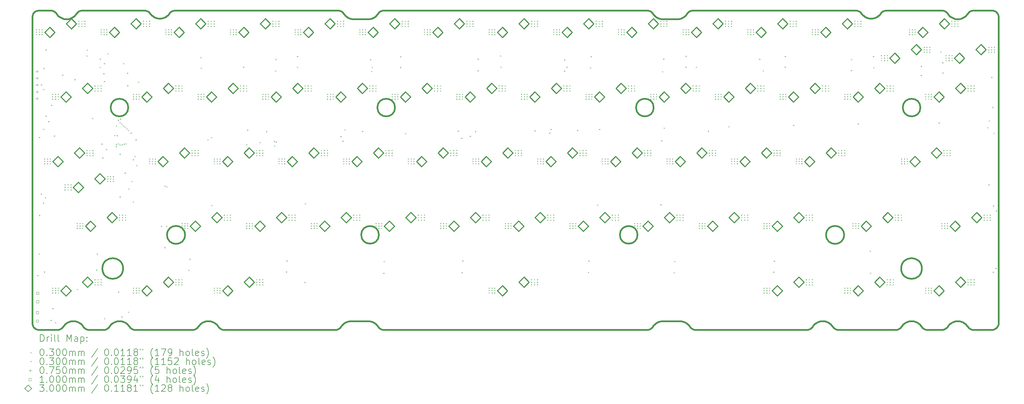
<source format=gbr>
%TF.GenerationSoftware,KiCad,Pcbnew,8.99.0-946-gf00a1ab517*%
%TF.CreationDate,2024-06-06T17:05:07+07:00*%
%TF.ProjectId,Sebas_nuxros,53656261-735f-46e7-9578-726f732e6b69,rev?*%
%TF.SameCoordinates,Original*%
%TF.FileFunction,Drillmap*%
%TF.FilePolarity,Positive*%
%FSLAX45Y45*%
G04 Gerber Fmt 4.5, Leading zero omitted, Abs format (unit mm)*
G04 Created by KiCad (PCBNEW 8.99.0-946-gf00a1ab517) date 2024-06-06 17:05:07*
%MOMM*%
%LPD*%
G01*
G04 APERTURE LIST*
%ADD10C,0.500000*%
%ADD11C,0.200000*%
%ADD12C,0.100000*%
%ADD13C,0.300000*%
G04 APERTURE END LIST*
D10*
X5804702Y-11775635D02*
X5829926Y-11789571D01*
X28615084Y-2406072D02*
X28588348Y-2396100D01*
X2515565Y-11737686D02*
X2532620Y-11714456D01*
X3566570Y-2388000D02*
X1735237Y-2388000D01*
X18526304Y-11737687D02*
X18543361Y-11714460D01*
X3694038Y-2433883D02*
X3671590Y-2417791D01*
X28662973Y-11759149D02*
X28683150Y-11738972D01*
X10193524Y-11552958D02*
X10232207Y-11559529D01*
X10487921Y-11758219D02*
X10510881Y-11775634D01*
X27837707Y-11737685D02*
X27857925Y-11758222D01*
X9617832Y-11552953D02*
X9657009Y-11550754D01*
X10619958Y-11808000D02*
X18374050Y-11808000D01*
X27651545Y-11574684D02*
X27685412Y-11590013D01*
X3731259Y-2474520D02*
X3714055Y-2452913D01*
X1177572Y-2633155D02*
X1142257Y-2621494D01*
X18505710Y-2437844D02*
X18482743Y-2420405D01*
X1019082Y-2539965D02*
X994550Y-2512013D01*
X26326146Y-11590013D02*
X26358196Y-11608849D01*
X5066410Y-11789571D02*
X5091634Y-11775634D01*
X4391788Y-2404944D02*
X4367337Y-2417790D01*
X27087519Y-2390079D02*
X27058764Y-2388000D01*
X25153695Y-2576582D02*
X25120405Y-2594072D01*
X25914750Y-11656149D02*
X25942106Y-11630977D01*
X23164079Y-11789573D02*
X23189304Y-11775637D01*
X18565990Y-5249385D02*
G75*
G02*
X18045990Y-5249385I-260000J0D01*
G01*
X18045990Y-5249385D02*
G75*
G02*
X18565990Y-5249385I260000J0D01*
G01*
X24649079Y-2433884D02*
X24626632Y-2417793D01*
X10536496Y-2406454D02*
X10511260Y-2420409D01*
X18761797Y-11559527D02*
X18800480Y-11552957D01*
X405653Y-2396101D02*
X378917Y-2406074D01*
X10372882Y-2569148D02*
X10340865Y-2591876D01*
X4344889Y-2433881D02*
X4324872Y-2452912D01*
X9421111Y-2458404D02*
X9400891Y-2437843D01*
X2989978Y-11590013D02*
X3022028Y-11608849D01*
X19411325Y-2610879D02*
X19375052Y-2625910D01*
X26498661Y-11758219D02*
X26521620Y-11775636D01*
X23137114Y-11799739D02*
X23164079Y-11789573D01*
X462000Y-11808000D02*
X1004047Y-11808000D01*
X3594124Y-2389906D02*
X3566570Y-2388000D01*
X5466756Y-11551248D02*
X5503721Y-11555191D01*
X27579905Y-11555191D02*
X27616243Y-11563032D01*
X1662761Y-11608854D02*
X1692632Y-11630982D01*
X10372513Y-11627075D02*
X10401776Y-11653214D01*
X23637727Y-11563032D02*
X23673029Y-11574683D01*
X27468925Y-2641003D02*
X27432572Y-2633155D01*
X26073196Y-11563032D02*
X26109534Y-11555191D01*
X1488241Y-11551256D02*
X1525206Y-11555198D01*
X18621490Y-11627073D02*
X18653494Y-11604373D01*
X2884471Y-11555191D02*
X2920809Y-11563032D01*
X2956111Y-11574683D02*
X2989978Y-11590013D01*
X5829926Y-11789571D02*
X5856892Y-11799737D01*
X9409577Y-11653209D02*
X9438840Y-11627069D01*
X23352727Y-11608849D02*
X23384777Y-11590013D01*
X5671149Y-11630977D02*
X5698505Y-11656149D01*
X1878373Y-11799741D02*
X1906519Y-11805926D01*
X280074Y-2504917D02*
X270102Y-2531654D01*
X1108379Y-2606152D02*
X1076319Y-2587302D01*
X4094132Y-2617873D02*
X4057015Y-2623910D01*
X25239742Y-2504295D02*
X25213710Y-2531433D01*
X264036Y-2559537D02*
X262000Y-2588000D01*
X27505765Y-11551248D02*
X27542940Y-11551248D01*
X25971977Y-11608849D02*
X26004027Y-11590013D01*
X264036Y-11636463D02*
X270102Y-11664346D01*
X19610541Y-11682461D02*
X19633257Y-11714456D01*
X28532001Y-2388000D02*
X27990238Y-2388000D01*
X10488293Y-2437847D02*
X10468072Y-2458407D01*
X23601389Y-11555191D02*
X23637727Y-11563032D01*
X3840276Y-2576582D02*
X3809054Y-2555622D01*
X5287109Y-11590013D02*
X5320976Y-11574684D01*
X1046441Y-2565156D02*
X1019082Y-2539965D01*
X27115676Y-2396270D02*
X27087519Y-2390079D01*
X1706482Y-2390078D02*
X1678325Y-2396269D01*
X27774919Y-2539965D02*
X27747560Y-2565156D01*
X23706896Y-11590013D02*
X23738946Y-11608849D01*
X27880884Y-11775640D02*
X27906109Y-11789577D01*
X10469750Y-9003000D02*
G75*
G02*
X9949750Y-9003000I-260000J0D01*
G01*
X9949750Y-9003000D02*
G75*
G02*
X10469750Y-9003000I260000J0D01*
G01*
X19375052Y-2625910D02*
X19337323Y-2636783D01*
X19506974Y-2542978D02*
X19477704Y-2569150D01*
X27685412Y-11590013D02*
X27717462Y-11608849D01*
X26630699Y-11808000D02*
X27058740Y-11808000D01*
X2667859Y-11590013D02*
X2701726Y-11574684D01*
X24626632Y-2417793D02*
X24602181Y-2404948D01*
X27087483Y-11805924D02*
X27115629Y-11799738D01*
X378917Y-11789925D02*
X405654Y-11799898D01*
X23982706Y-11805924D02*
X24011449Y-11808000D01*
X23189304Y-11775637D02*
X23212263Y-11758220D01*
X25831513Y-11758220D02*
X25851731Y-11737685D01*
X9323434Y-11758218D02*
X9343652Y-11737683D01*
X19555837Y-2481660D02*
X19533128Y-2513692D01*
X973122Y-2481616D02*
X956068Y-2458371D01*
X2578582Y-11656149D02*
X2605938Y-11630977D01*
X27747333Y-11630977D02*
X27774689Y-11656149D01*
X19523118Y-11604368D02*
X19555124Y-11627069D01*
X4130387Y-2607888D02*
X4094132Y-2617873D01*
X27906109Y-11789577D02*
X27933074Y-11799743D01*
X3162493Y-11758219D02*
X3185452Y-11775635D01*
X1414103Y-11555198D02*
X1451067Y-11551256D01*
X28662974Y-2436849D02*
X28640130Y-2419748D01*
X2472386Y-11775637D02*
X2495346Y-11758221D01*
X1744519Y-11684084D02*
X1765950Y-11714459D01*
X28723899Y-11664346D02*
X28729965Y-11636463D01*
X19445687Y-2591879D02*
X19411325Y-2610879D01*
X3237642Y-11799737D02*
X3265788Y-11805923D01*
X9470845Y-11604369D02*
X9505189Y-11585394D01*
X5356278Y-11563032D02*
X5392616Y-11555191D01*
X23879411Y-11758219D02*
X23902370Y-11775636D01*
X27543096Y-2644949D02*
X27505906Y-2644949D01*
X1462682Y-2587302D02*
X1430622Y-2606152D01*
X23249538Y-11714456D02*
X23270968Y-11684080D01*
X1935262Y-11808000D02*
X2363306Y-11808000D01*
X18687495Y-2610878D02*
X18653133Y-2591879D01*
X23270968Y-11684080D02*
X23295500Y-11656149D01*
X28729966Y-2559537D02*
X28723900Y-2531653D01*
X9300474Y-11775634D02*
X9323434Y-11758218D01*
X5781743Y-11758219D02*
X5804702Y-11775635D01*
X28560464Y-2390034D02*
X28532001Y-2388000D01*
X26388067Y-11630977D02*
X26415423Y-11656149D01*
X9734590Y-2645564D02*
X9695388Y-2643362D01*
X27837932Y-2458370D02*
X27820879Y-2481616D01*
X18723769Y-2625910D02*
X18687495Y-2610878D01*
X9579148Y-11559523D02*
X9617832Y-11552953D01*
X23080224Y-11808000D02*
X23108967Y-11805924D01*
X27274082Y-2539965D02*
X27249550Y-2512013D01*
X27397257Y-2621494D02*
X27363379Y-2606152D01*
X18591846Y-2542978D02*
X18565691Y-2513693D01*
X5255059Y-11608849D02*
X5287109Y-11590013D01*
X27717462Y-11608849D02*
X27747333Y-11630977D01*
X10591641Y-2390080D02*
X10563477Y-2396274D01*
X27432462Y-11563032D02*
X27468800Y-11555191D01*
X5011299Y-11805923D02*
X5039445Y-11799737D01*
X5225188Y-11630977D02*
X5255059Y-11608849D01*
X18839656Y-11550764D02*
X19336951Y-11550754D01*
X10428307Y-2513690D02*
X10402152Y-2542976D01*
X27933324Y-2396267D02*
X27906349Y-2406441D01*
X5744467Y-11714456D02*
X5761524Y-11737684D01*
X10591215Y-11805920D02*
X10619958Y-11808000D01*
X27616243Y-11563032D02*
X27651545Y-11574684D01*
X4165362Y-2594072D02*
X4130387Y-2607888D01*
X25890218Y-11684080D02*
X25914750Y-11656149D01*
X10402152Y-2542976D02*
X10372882Y-2569148D01*
X1308597Y-11590020D02*
X1342464Y-11574690D01*
X5609228Y-11590013D02*
X5641278Y-11608849D01*
X26573809Y-11799738D02*
X26601956Y-11805924D01*
X23927594Y-11789572D02*
X23954559Y-11799738D01*
X27397160Y-11574684D02*
X27432462Y-11563032D01*
X23954559Y-11799738D02*
X23982706Y-11805924D01*
X1087901Y-11789574D02*
X1113125Y-11775638D01*
X3265788Y-11805923D02*
X3294531Y-11808000D01*
X27857925Y-11758222D02*
X27880884Y-11775640D01*
X19259410Y-2645565D02*
X18839410Y-2645565D01*
X19773827Y-11805923D02*
X19802570Y-11808000D01*
X9191396Y-11808000D02*
X9220139Y-11805923D01*
X3079255Y-11656149D02*
X3103787Y-11684080D01*
X27190847Y-2437822D02*
X27167883Y-2420392D01*
X10468072Y-2458407D02*
X10451017Y-2481660D01*
X1519919Y-2539965D02*
X1492559Y-2565156D01*
X10620403Y-2388000D02*
X10591641Y-2390080D01*
X3647139Y-2404946D02*
X3621152Y-2395591D01*
X803764Y-2388000D02*
X462000Y-2388000D01*
X27167883Y-2420392D02*
X27142651Y-2406445D01*
X5723037Y-11684080D02*
X5744467Y-11714456D01*
X19477704Y-2569150D02*
X19445687Y-2591879D01*
X10154348Y-11550759D02*
X10193524Y-11552958D01*
X26546844Y-11789572D02*
X26573809Y-11799738D01*
X27211067Y-2458372D02*
X27190847Y-2437822D01*
X2392049Y-11805924D02*
X2420196Y-11799739D01*
X27881116Y-2420389D02*
X27858152Y-2437819D01*
X28732001Y-2588000D02*
X28729966Y-2559537D01*
X4444804Y-2389906D02*
X4417775Y-2395590D01*
X19376128Y-11552953D02*
X19414813Y-11559523D01*
X9325705Y-2396269D02*
X9297541Y-2390076D01*
X25942106Y-11630977D02*
X25971977Y-11608849D01*
X3142274Y-11737684D02*
X3162493Y-11758219D01*
X1396744Y-2621495D02*
X1361429Y-2633155D01*
X3087867Y-5249382D02*
G75*
G02*
X2567867Y-5249382I-260000J0D01*
G01*
X2567867Y-5249382D02*
G75*
G02*
X3087867Y-5249382I260000J0D01*
G01*
X27580076Y-2641003D02*
X27543096Y-2644949D01*
X2737028Y-11563032D02*
X2773366Y-11555191D01*
X4417775Y-2395590D02*
X4391788Y-2404944D01*
X10451017Y-2481660D02*
X10428307Y-2513690D01*
X19533128Y-2513692D02*
X19506974Y-2542978D01*
X19555124Y-11627069D02*
X19584388Y-11653209D01*
X24899838Y-2617873D02*
X24863583Y-2607888D01*
X1032789Y-11805924D02*
X1060936Y-11799739D01*
X10427928Y-11682465D02*
X10450645Y-11714458D01*
X5134812Y-11737683D02*
X5151870Y-11714456D01*
X1565878Y-2481616D02*
X1544451Y-2512013D01*
X331028Y-2436850D02*
X310850Y-2457028D01*
X9618950Y-2625909D02*
X9582677Y-2610877D01*
X28640130Y-2419748D02*
X28615084Y-2406072D01*
X3908541Y-2607888D02*
X3873566Y-2594072D01*
X26521620Y-11775636D02*
X26546844Y-11789572D01*
X19693492Y-11775635D02*
X19718716Y-11789571D01*
X10563070Y-11799735D02*
X10591215Y-11805920D01*
X26292279Y-11574684D02*
X26326146Y-11590013D01*
X4307669Y-2474520D02*
X4284699Y-2504295D01*
X19633257Y-11714456D02*
X19650314Y-11737684D01*
X994550Y-2512013D02*
X973122Y-2481616D01*
X9343652Y-11737683D02*
X9360710Y-11714456D01*
X270102Y-11664346D02*
X280074Y-11691083D01*
X19452519Y-11570382D02*
X19488773Y-11585393D01*
X10306165Y-11585400D02*
X10340509Y-11604375D01*
X18506086Y-11758221D02*
X18526304Y-11737687D01*
X2363306Y-11808000D02*
X2392049Y-11805924D01*
X4258668Y-2531433D02*
X4229875Y-2555622D01*
X25262711Y-2474520D02*
X25239742Y-2504295D01*
X18761498Y-2636783D02*
X18723769Y-2625910D01*
X9220139Y-11805923D02*
X9248285Y-11799737D01*
X4472358Y-2388000D02*
X4444804Y-2389906D01*
X25120405Y-2594072D02*
X25085430Y-2607888D01*
X18687839Y-11585397D02*
X18724092Y-11570386D01*
X25299933Y-2433883D02*
X25279916Y-2452913D01*
X1525206Y-11555198D02*
X1561544Y-11563039D01*
X26109534Y-11555191D02*
X26146499Y-11551248D01*
X23738946Y-11608849D02*
X23768817Y-11630977D01*
X27685623Y-2606152D02*
X27651744Y-2621495D01*
X27747560Y-2565156D02*
X27717682Y-2587302D01*
X9383424Y-11682461D02*
X9409577Y-11653209D01*
X1430622Y-2606152D02*
X1396744Y-2621495D01*
X1276548Y-11608854D02*
X1308597Y-11590020D01*
X23820705Y-11684080D02*
X23842135Y-11714456D01*
X10232502Y-2636782D02*
X10193793Y-2643363D01*
X23842135Y-11714456D02*
X23859192Y-11737684D01*
X9438840Y-11627069D02*
X9470845Y-11604369D01*
X18089750Y-9003000D02*
G75*
G02*
X17569750Y-9003000I-260000J0D01*
G01*
X17569750Y-9003000D02*
G75*
G02*
X18089750Y-9003000I260000J0D01*
G01*
X433537Y-11805963D02*
X462000Y-11808000D01*
X26004027Y-11590013D02*
X26037894Y-11574684D01*
X10563477Y-2396274D02*
X10536496Y-2406454D01*
X24828608Y-2594072D02*
X24795318Y-2576582D01*
X5197832Y-11656149D02*
X5225188Y-11630977D01*
X26601956Y-11805924D02*
X26630699Y-11808000D01*
X23527249Y-11551248D02*
X23564424Y-11551248D01*
X1851408Y-11789575D02*
X1878373Y-11799741D01*
X2810331Y-11551248D02*
X2847506Y-11551248D01*
X23768817Y-11630977D02*
X23796173Y-11656149D01*
X27228123Y-2481616D02*
X27211067Y-2458372D01*
X19593113Y-2437847D02*
X19572892Y-2458407D01*
X9248285Y-11799737D02*
X9275250Y-11789571D01*
X3944796Y-2617873D02*
X3908541Y-2607888D01*
X1783007Y-11737687D02*
X1803224Y-11758222D01*
X310850Y-11738972D02*
X331028Y-11759149D01*
X10510881Y-11775634D02*
X10536105Y-11789569D01*
X24795318Y-2576582D02*
X24764096Y-2555622D01*
X25184917Y-2555622D02*
X25153695Y-2576582D01*
X19670532Y-11758219D02*
X19693492Y-11775635D01*
X1142257Y-2621494D02*
X1108379Y-2606152D01*
X27142651Y-2406445D02*
X27115676Y-2396270D01*
X23108967Y-11805924D02*
X23137114Y-11799739D01*
X5885038Y-11805923D02*
X5913781Y-11808000D01*
X1219321Y-11656153D02*
X1246677Y-11630982D01*
X27717682Y-2587302D02*
X27685623Y-2606152D01*
X24576194Y-2395594D02*
X24549166Y-2389909D01*
X18800480Y-11552957D02*
X18839656Y-11550764D01*
X28713928Y-2504917D02*
X28700252Y-2479871D01*
X23490284Y-11555191D02*
X23527249Y-11551248D01*
X1136085Y-11758222D02*
X1156304Y-11737688D01*
X26256977Y-11563032D02*
X26292279Y-11574684D01*
X10340509Y-11604375D02*
X10372513Y-11627075D01*
X280074Y-11691083D02*
X293750Y-11716128D01*
X28723900Y-2531653D02*
X28713928Y-2504917D01*
X1361429Y-2633155D02*
X1325076Y-2641003D01*
X25728217Y-11805924D02*
X25756364Y-11799739D01*
X27058764Y-2388000D02*
X25427400Y-2388000D01*
X27115629Y-11799738D02*
X27142595Y-11789572D01*
X832519Y-2390075D02*
X803764Y-2388000D01*
X1377765Y-11563039D02*
X1414103Y-11555198D01*
X5641278Y-11608849D02*
X5671149Y-11630977D01*
X19718716Y-11789571D02*
X19745681Y-11799738D01*
X5761524Y-11737684D02*
X5781743Y-11758219D01*
X27651744Y-2621495D02*
X27616429Y-2633155D01*
X5429581Y-11551248D02*
X5466756Y-11551248D01*
X26358196Y-11608849D02*
X26388067Y-11630977D01*
X1651350Y-2406444D02*
X1626119Y-2420392D01*
X2773366Y-11555191D02*
X2810331Y-11551248D01*
X1060936Y-11799739D02*
X1087901Y-11789574D01*
X9516298Y-2569148D02*
X9487029Y-2542976D01*
X10193793Y-2643363D02*
X10154590Y-2645564D01*
X23232481Y-11737685D02*
X23249538Y-11714456D01*
X1678325Y-2396269D02*
X1651350Y-2406444D01*
X2420196Y-11799739D02*
X2447162Y-11789573D01*
X19641316Y-2406454D02*
X19616080Y-2420408D01*
X9505189Y-11585394D02*
X9541442Y-11570382D01*
X19650314Y-11737684D02*
X19670532Y-11758219D01*
X27228054Y-11714456D02*
X27249484Y-11684080D01*
X1342464Y-11574690D02*
X1377765Y-11563039D01*
X27505906Y-2644949D02*
X27468925Y-2641003D01*
X27363379Y-2606152D02*
X27331320Y-2587302D01*
X27799221Y-11684080D02*
X27820651Y-11714456D01*
X28588347Y-11799898D02*
X28615084Y-11789926D01*
X2847506Y-11551248D02*
X2884471Y-11555191D01*
X5173300Y-11684080D02*
X5197832Y-11656149D01*
X27799451Y-2512013D02*
X27774919Y-2539965D01*
X27961482Y-2390077D02*
X27933324Y-2396267D01*
X1735237Y-2388000D02*
X1706482Y-2390078D01*
X25085430Y-2607888D02*
X25049174Y-2617873D01*
X462000Y-2388000D02*
X433537Y-2390036D01*
X27210997Y-11737684D02*
X27228054Y-11714456D01*
X9695388Y-2643362D02*
X9656679Y-2636783D01*
X3671590Y-2417791D02*
X3647139Y-2404946D01*
X9352687Y-2406450D02*
X9325705Y-2396269D01*
X1826184Y-11775639D02*
X1851408Y-11789575D01*
X5503721Y-11555191D02*
X5540059Y-11563032D01*
X24602181Y-2404948D02*
X24576194Y-2395594D01*
X26146499Y-11551248D02*
X26183674Y-11551248D01*
X1250905Y-2644949D02*
X1213925Y-2641003D01*
X2554050Y-11684080D02*
X2578582Y-11656149D01*
X9400891Y-2437843D02*
X9377923Y-2420404D01*
X25049174Y-2617873D02*
X25012057Y-2623910D01*
X28532001Y-11808000D02*
X28560464Y-11805964D01*
X5392616Y-11555191D02*
X5429581Y-11551248D01*
X24709271Y-2504295D02*
X24686301Y-2474520D01*
X25783329Y-11789573D02*
X25808554Y-11775637D01*
X23212263Y-11758220D02*
X23232481Y-11737685D01*
X3873566Y-2594072D02*
X3840276Y-2576582D01*
X18525931Y-2458405D02*
X18505710Y-2437844D01*
X10232207Y-11559529D02*
X10269912Y-11570388D01*
X860677Y-2396266D02*
X832519Y-2390075D01*
X10154590Y-2645564D02*
X9734590Y-2645564D01*
X9377923Y-2420404D02*
X9352687Y-2406450D01*
X18592228Y-11653213D02*
X18621490Y-11627073D01*
X25399847Y-2389907D02*
X25372818Y-2395592D01*
X10269912Y-11570388D02*
X10306165Y-11585400D01*
X2701726Y-11574684D02*
X2737028Y-11563032D01*
X956068Y-2458371D02*
X935848Y-2437820D01*
X3210676Y-11789571D02*
X3237642Y-11799737D01*
X9297541Y-2390076D02*
X9268778Y-2388000D01*
X24521613Y-2388000D02*
X19725223Y-2388000D01*
X4324872Y-2452912D02*
X4307669Y-2474520D01*
X19616080Y-2420408D02*
X19593113Y-2437847D01*
X19745681Y-11799738D02*
X19773827Y-11805923D01*
X1076319Y-2587302D02*
X1046441Y-2565156D01*
X935848Y-2437820D02*
X912883Y-2420389D01*
X18483127Y-11775637D02*
X18506086Y-11758221D01*
X1561544Y-11563039D02*
X1596845Y-11574690D01*
X27933074Y-11799743D02*
X27961221Y-11805929D01*
X3051899Y-11630977D02*
X3079255Y-11656149D01*
X27820879Y-2481616D02*
X27799451Y-2512013D01*
X18430938Y-11799739D02*
X18457903Y-11789573D01*
X19572892Y-2458407D02*
X19555837Y-2481660D01*
X18543361Y-11714460D02*
X18566075Y-11682465D01*
X3981913Y-2623910D02*
X3944796Y-2617873D01*
X262000Y-2588000D02*
X262000Y-11608000D01*
X18724092Y-11570386D02*
X18761797Y-11559527D01*
X27906349Y-2406441D02*
X27881116Y-2420389D01*
X1492559Y-2565156D02*
X1462682Y-2587302D01*
X27858152Y-2437819D02*
X27837932Y-2458370D01*
X2635809Y-11608849D02*
X2667859Y-11590013D01*
X4057015Y-2623910D02*
X4019464Y-2625931D01*
X1596845Y-11574690D02*
X1630711Y-11590020D01*
X4019464Y-2625931D02*
X3981913Y-2623910D01*
X5039445Y-11799737D02*
X5066410Y-11789571D01*
X28732001Y-11608000D02*
X28732001Y-2588000D01*
X5114594Y-11758218D02*
X5134812Y-11737683D01*
X433537Y-2390036D02*
X405653Y-2396101D01*
X26467255Y-9995567D02*
G75*
G02*
X25857255Y-9995567I-305000J0D01*
G01*
X25857255Y-9995567D02*
G75*
G02*
X26467255Y-9995567I305000J0D01*
G01*
X5575361Y-11574683D02*
X5609228Y-11590013D01*
X1719987Y-11656153D02*
X1744519Y-11684084D01*
X1173359Y-11714459D02*
X1194789Y-11684084D01*
X1213925Y-2641003D02*
X1177572Y-2633155D01*
X18800207Y-2643363D02*
X18761498Y-2636783D01*
X26037894Y-11574684D02*
X26073196Y-11563032D01*
X1582935Y-2458373D02*
X1565878Y-2481616D01*
X5320976Y-11574684D02*
X5356278Y-11563032D01*
X1544451Y-2512013D02*
X1519919Y-2539965D01*
X1004047Y-11808000D02*
X1032789Y-11805924D01*
X23418644Y-11574684D02*
X23453946Y-11563032D01*
X23859192Y-11737684D02*
X23879411Y-11758219D01*
X25851731Y-11737685D02*
X25868788Y-11714456D01*
X25808554Y-11775637D02*
X25831513Y-11758220D01*
X3294531Y-11808000D02*
X4982556Y-11808000D01*
X27190778Y-11758219D02*
X27210997Y-11737684D01*
X25346831Y-2404946D02*
X25322380Y-2417792D01*
X1325076Y-2641003D02*
X1288096Y-2644949D01*
X27363293Y-11590013D02*
X27397160Y-11574684D01*
X19337323Y-2636783D02*
X19298613Y-2643362D01*
X2447162Y-11789573D02*
X2472386Y-11775637D01*
X28700251Y-11716128D02*
X28713927Y-11691083D01*
X26439954Y-11684080D02*
X26461385Y-11714456D01*
X3780261Y-2531433D02*
X3754229Y-2504295D01*
X2605938Y-11630977D02*
X2635809Y-11608849D01*
X24974506Y-2625931D02*
X24936956Y-2623910D01*
X24011449Y-11808000D02*
X25699474Y-11808000D01*
X18457903Y-11789573D02*
X18483127Y-11775637D01*
X1246677Y-11630982D02*
X1276548Y-11608854D01*
X9268778Y-2388000D02*
X4472358Y-2388000D01*
X1288096Y-2644949D02*
X1250905Y-2644949D01*
X5698505Y-11656149D02*
X5723037Y-11684080D01*
X9657009Y-11550754D02*
X10154348Y-11550759D01*
X293750Y-11716128D02*
X310850Y-11738972D01*
X5856892Y-11799737D02*
X5885038Y-11805923D01*
X2495346Y-11758221D02*
X2515565Y-11737686D01*
X9656679Y-2636783D02*
X9618950Y-2625909D01*
X1156304Y-11737688D02*
X1173359Y-11714459D01*
X19488773Y-11585393D02*
X19523118Y-11604368D01*
X10270231Y-2625908D02*
X10232502Y-2636782D01*
X18482743Y-2420405D02*
X18457506Y-2406450D01*
X25322380Y-2417792D02*
X25299933Y-2433883D01*
X18542984Y-2481660D02*
X18525931Y-2458405D01*
X10511260Y-2420409D02*
X10488293Y-2437847D01*
X19696461Y-2390080D02*
X19668297Y-2396274D01*
X9360710Y-11714456D02*
X9383424Y-11682461D01*
X9438164Y-2481660D02*
X9421111Y-2458404D01*
X26183674Y-11551248D02*
X26220639Y-11555191D01*
X18457506Y-2406450D02*
X18430525Y-2396270D01*
X25372818Y-2395592D02*
X25346831Y-2404946D01*
X10450645Y-11714458D02*
X10467703Y-11737684D01*
X24549166Y-2389909D02*
X24521613Y-2388000D01*
X28729965Y-11636463D02*
X28732001Y-11608000D01*
X331028Y-11759149D02*
X353872Y-11776250D01*
X1906519Y-11805926D02*
X1935262Y-11808000D01*
X1630711Y-11590020D02*
X1662761Y-11608854D01*
X9460875Y-2513690D02*
X9438164Y-2481660D01*
X27167819Y-11775636D02*
X27190778Y-11758219D01*
X27432572Y-2633155D02*
X27397257Y-2621494D01*
X24669097Y-2452914D02*
X24649079Y-2433884D01*
X405654Y-11799898D02*
X433537Y-11805963D01*
X3103787Y-11684080D02*
X3125217Y-11714456D01*
X27301442Y-2565156D02*
X27274082Y-2539965D01*
X27331320Y-2587302D02*
X27301442Y-2565156D01*
X24174427Y-9004126D02*
G75*
G02*
X23644427Y-9004126I-265000J0D01*
G01*
X23644427Y-9004126D02*
G75*
G02*
X24174427Y-9004126I265000J0D01*
G01*
X26461385Y-11714456D02*
X26478442Y-11737684D01*
X27274016Y-11656149D02*
X27301372Y-11630977D01*
X3754229Y-2504295D02*
X3731259Y-2474520D01*
X28560464Y-11805964D02*
X28588347Y-11799898D01*
X5151870Y-11714456D02*
X5173300Y-11684080D01*
X24863583Y-2607888D02*
X24828608Y-2594072D01*
X24764096Y-2555622D02*
X24735303Y-2531433D01*
X4982556Y-11808000D02*
X5011299Y-11805923D01*
X27774689Y-11656149D02*
X27799221Y-11684080D01*
X293750Y-2479872D02*
X280074Y-2504917D01*
X19584388Y-11653209D02*
X19610541Y-11682461D01*
X28588348Y-2396100D02*
X28560464Y-2390034D01*
X1603155Y-2437822D02*
X1582935Y-2458373D01*
X23453946Y-11563032D02*
X23490284Y-11555191D01*
X18621116Y-2569150D02*
X18591846Y-2542978D01*
X1803224Y-11758222D02*
X1826184Y-11775639D01*
X26220639Y-11555191D02*
X26256977Y-11563032D01*
X25756364Y-11799739D02*
X25783329Y-11789573D01*
X10340865Y-2591876D02*
X10306504Y-2610876D01*
X1765950Y-11714459D02*
X1783007Y-11737687D01*
X26415423Y-11656149D02*
X26439954Y-11684080D01*
X18565691Y-2513693D02*
X18542984Y-2481660D01*
X28683150Y-11738972D02*
X28700251Y-11716128D01*
X3621152Y-2395591D02*
X3594124Y-2389906D01*
X378917Y-2406074D02*
X353872Y-2419749D01*
X10945990Y-5249385D02*
G75*
G02*
X10425990Y-5249385I-260000J0D01*
G01*
X10425990Y-5249385D02*
G75*
G02*
X10945990Y-5249385I260000J0D01*
G01*
X27820651Y-11714456D02*
X27837707Y-11737685D01*
X1692632Y-11630982D02*
X1719987Y-11656153D01*
X4367337Y-2417790D02*
X4344889Y-2433881D01*
X2920809Y-11563032D02*
X2956111Y-11574683D01*
X26478442Y-11737684D02*
X26498661Y-11758219D01*
X3714055Y-2452913D02*
X3694038Y-2433883D01*
X27542940Y-11551248D02*
X27579905Y-11555191D01*
X19336951Y-11550754D02*
X19376128Y-11552953D01*
X19298613Y-2643362D02*
X19259410Y-2645565D01*
X24686301Y-2474520D02*
X24669097Y-2452914D01*
X2532620Y-11714456D02*
X2554050Y-11684080D01*
X25012057Y-2623910D02*
X24974506Y-2625931D01*
X23564424Y-11551248D02*
X23601389Y-11555191D01*
X27468800Y-11555191D02*
X27505765Y-11551248D01*
X3022028Y-11608849D02*
X3051899Y-11630977D01*
X4284699Y-2504295D02*
X4258668Y-2531433D01*
X2934751Y-9995567D02*
G75*
G02*
X2324751Y-9995567I-305000J0D01*
G01*
X2324751Y-9995567D02*
G75*
G02*
X2934751Y-9995567I305000J0D01*
G01*
X19725223Y-2388000D02*
X19696461Y-2390080D01*
X3185452Y-11775635D02*
X3210676Y-11789571D01*
X27058740Y-11808000D02*
X27087483Y-11805924D01*
X25213710Y-2531433D02*
X25184917Y-2555622D01*
X10306504Y-2610876D02*
X10270231Y-2625908D01*
X25427400Y-2388000D02*
X25399847Y-2389907D01*
X28700252Y-2479871D02*
X28683151Y-2457027D01*
X18653133Y-2591879D02*
X18621116Y-2569150D01*
X28683151Y-2457027D02*
X28662974Y-2436849D01*
X310850Y-2457028D02*
X293750Y-2479872D01*
X9275250Y-11789571D02*
X9300474Y-11775634D01*
X18839410Y-2645565D02*
X18800207Y-2643363D01*
X18402360Y-2390076D02*
X18373597Y-2388000D01*
X23384777Y-11590013D02*
X23418644Y-11574684D01*
X18566075Y-11682465D02*
X18592228Y-11653213D01*
X262000Y-11608000D02*
X264036Y-11636463D01*
X26424125Y-5249382D02*
G75*
G02*
X25904125Y-5249382I-260000J0D01*
G01*
X25904125Y-5249382D02*
G75*
G02*
X26424125Y-5249382I260000J0D01*
G01*
X270102Y-2531654D02*
X264036Y-2559537D01*
X19802570Y-11808000D02*
X23080224Y-11808000D01*
X18374050Y-11808000D02*
X18402792Y-11805924D01*
X27961221Y-11805929D02*
X27989965Y-11808000D01*
X353872Y-2419749D02*
X331028Y-2436850D01*
X9487029Y-2542976D02*
X9460875Y-2513690D01*
X27616429Y-2633155D02*
X27580076Y-2641003D01*
X18653494Y-11604373D02*
X18687839Y-11585397D01*
X27301372Y-11630977D02*
X27331243Y-11608849D01*
X887652Y-2406441D02*
X860677Y-2396266D01*
X25279916Y-2452913D02*
X25262711Y-2474520D01*
X4759750Y-9004114D02*
G75*
G02*
X4229750Y-9004114I-265000J0D01*
G01*
X4229750Y-9004114D02*
G75*
G02*
X4759750Y-9004114I265000J0D01*
G01*
X1113125Y-11775638D02*
X1136085Y-11758222D01*
X9541442Y-11570382D02*
X9579148Y-11559523D01*
X3125217Y-11714456D02*
X3142274Y-11737684D01*
X25699474Y-11808000D02*
X25728217Y-11805924D01*
X10536105Y-11789569D02*
X10563070Y-11799735D01*
X18402792Y-11805924D02*
X18430938Y-11799739D01*
X10467703Y-11737684D02*
X10487921Y-11758219D01*
X4198653Y-2576582D02*
X4165362Y-2594072D01*
X353872Y-11776250D02*
X378917Y-11789925D01*
X27990238Y-2388000D02*
X27961482Y-2390077D01*
X25868788Y-11714456D02*
X25890218Y-11684080D01*
X5091634Y-11775634D02*
X5114594Y-11758218D01*
X23902370Y-11775636D02*
X23927594Y-11789572D01*
X28713927Y-11691083D02*
X28723899Y-11664346D01*
X23295500Y-11656149D02*
X23322856Y-11630977D01*
X27249550Y-2512013D02*
X27228123Y-2481616D01*
X9582677Y-2610877D02*
X9548315Y-2591877D01*
X23796173Y-11656149D02*
X23820705Y-11684080D01*
X1194789Y-11684084D02*
X1219321Y-11656153D01*
X27142595Y-11789572D02*
X27167819Y-11775636D01*
X19414813Y-11559523D02*
X19452519Y-11570382D01*
X3809054Y-2555622D02*
X3780261Y-2531433D01*
X24936956Y-2623910D02*
X24899838Y-2617873D01*
X4229875Y-2555622D02*
X4198653Y-2576582D01*
X27989965Y-11808000D02*
X28532001Y-11808000D01*
X9548315Y-2591877D02*
X9516298Y-2569148D01*
X18430525Y-2396270D02*
X18402360Y-2390076D01*
X27331243Y-11608849D02*
X27363293Y-11590013D01*
X28640129Y-11776250D02*
X28662973Y-11759149D01*
X19668297Y-2396274D02*
X19641316Y-2406454D01*
X5913781Y-11808000D02*
X9191396Y-11808000D01*
X912883Y-2420389D02*
X887652Y-2406441D01*
X5540059Y-11563032D02*
X5575361Y-11574683D01*
X28615084Y-11789926D02*
X28640129Y-11776250D01*
X10401776Y-11653214D02*
X10427928Y-11682465D01*
X24735303Y-2531433D02*
X24709271Y-2504295D01*
X1451067Y-11551256D02*
X1488241Y-11551256D01*
X1626119Y-2420392D02*
X1603155Y-2437822D01*
X23673029Y-11574683D02*
X23706896Y-11590013D01*
X18373597Y-2388000D02*
X10620403Y-2388000D01*
X23322856Y-11630977D02*
X23352727Y-11608849D01*
X27249484Y-11684080D02*
X27274016Y-11656149D01*
D11*
D12*
X401000Y-10188000D02*
X431000Y-10218000D01*
X431000Y-10188000D02*
X401000Y-10218000D01*
X451000Y-9550000D02*
X481000Y-9580000D01*
X481000Y-9550000D02*
X451000Y-9580000D01*
X452000Y-6114000D02*
X482000Y-6144000D01*
X482000Y-6114000D02*
X452000Y-6144000D01*
X458000Y-8411000D02*
X488000Y-8441000D01*
X488000Y-8411000D02*
X458000Y-8441000D01*
X508000Y-7784000D02*
X538000Y-7814000D01*
X538000Y-7784000D02*
X508000Y-7814000D01*
X513000Y-4566000D02*
X543000Y-4596000D01*
X543000Y-4566000D02*
X513000Y-4596000D01*
X566000Y-8050000D02*
X596000Y-8080000D01*
X596000Y-8050000D02*
X566000Y-8080000D01*
X581000Y-4694000D02*
X611000Y-4724000D01*
X611000Y-4694000D02*
X581000Y-4724000D01*
X581000Y-5871000D02*
X611000Y-5901000D01*
X611000Y-5871000D02*
X581000Y-5901000D01*
X586000Y-4079000D02*
X616000Y-4109000D01*
X616000Y-4079000D02*
X586000Y-4109000D01*
X602000Y-10080000D02*
X632000Y-10110000D01*
X632000Y-10080000D02*
X602000Y-10110000D01*
X633000Y-7890000D02*
X663000Y-7920000D01*
X663000Y-7890000D02*
X633000Y-7920000D01*
X647000Y-3532000D02*
X677000Y-3562000D01*
X677000Y-3532000D02*
X647000Y-3562000D01*
X647000Y-5488000D02*
X677000Y-5518000D01*
X677000Y-5488000D02*
X647000Y-5518000D01*
X723000Y-5648000D02*
X753000Y-5678000D01*
X753000Y-5648000D02*
X723000Y-5678000D01*
X794000Y-11509000D02*
X824000Y-11539000D01*
X824000Y-11509000D02*
X794000Y-11539000D01*
X809000Y-5164000D02*
X839000Y-5194000D01*
X839000Y-5164000D02*
X809000Y-5194000D01*
X852000Y-11160000D02*
X882000Y-11190000D01*
X882000Y-11160000D02*
X852000Y-11190000D01*
X894000Y-6071000D02*
X924000Y-6101000D01*
X924000Y-6071000D02*
X894000Y-6101000D01*
X928000Y-11570000D02*
X958000Y-11600000D01*
X958000Y-11570000D02*
X928000Y-11600000D01*
X1140000Y-4276000D02*
X1170000Y-4306000D01*
X1170000Y-4276000D02*
X1140000Y-4306000D01*
X1498000Y-4410000D02*
X1528000Y-4440000D01*
X1528000Y-4410000D02*
X1498000Y-4440000D01*
X1567000Y-10592000D02*
X1597000Y-10622000D01*
X1597000Y-10592000D02*
X1567000Y-10622000D01*
X1855000Y-3709000D02*
X1885000Y-3739000D01*
X1885000Y-3709000D02*
X1855000Y-3739000D01*
X1865000Y-3542000D02*
X1895000Y-3572000D01*
X1895000Y-3542000D02*
X1865000Y-3572000D01*
X2021000Y-5553000D02*
X2051000Y-5583000D01*
X2051000Y-5553000D02*
X2021000Y-5583000D01*
X2139000Y-10025000D02*
X2169000Y-10055000D01*
X2169000Y-10025000D02*
X2139000Y-10055000D01*
X2161000Y-9555000D02*
X2191000Y-9585000D01*
X2191000Y-9555000D02*
X2161000Y-9585000D01*
X2245000Y-3807000D02*
X2275000Y-3837000D01*
X2275000Y-3807000D02*
X2245000Y-3837000D01*
X2245000Y-4049000D02*
X2275000Y-4079000D01*
X2275000Y-4049000D02*
X2245000Y-4079000D01*
X2290000Y-6308000D02*
X2320000Y-6338000D01*
X2320000Y-6308000D02*
X2290000Y-6338000D01*
X2319000Y-6719000D02*
X2349000Y-6749000D01*
X2349000Y-6719000D02*
X2319000Y-6749000D01*
X2352000Y-4233000D02*
X2382000Y-4263000D01*
X2382000Y-4233000D02*
X2352000Y-4263000D01*
X2368000Y-3938000D02*
X2398000Y-3968000D01*
X2398000Y-3938000D02*
X2368000Y-3968000D01*
X2369000Y-4462000D02*
X2399000Y-4492000D01*
X2399000Y-4462000D02*
X2369000Y-4492000D01*
X2373000Y-11456000D02*
X2403000Y-11486000D01*
X2403000Y-11456000D02*
X2373000Y-11486000D01*
X2426000Y-6470000D02*
X2456000Y-6500000D01*
X2456000Y-6470000D02*
X2426000Y-6500000D01*
X2470000Y-3645000D02*
X2500000Y-3675000D01*
X2500000Y-3645000D02*
X2470000Y-3675000D01*
X2678000Y-6055000D02*
X2708000Y-6085000D01*
X2708000Y-6055000D02*
X2678000Y-6085000D01*
X2717062Y-6380773D02*
X2747062Y-6410773D01*
X2747062Y-6380773D02*
X2717062Y-6410773D01*
X2723000Y-6316000D02*
X2753000Y-6346000D01*
X2753000Y-6316000D02*
X2723000Y-6346000D01*
X2726735Y-5776265D02*
X2756735Y-5806265D01*
X2756735Y-5776265D02*
X2726735Y-5806265D01*
X2743855Y-6059855D02*
X2773855Y-6089855D01*
X2773855Y-6059855D02*
X2743855Y-6089855D01*
X2778000Y-5612000D02*
X2808000Y-5642000D01*
X2808000Y-5612000D02*
X2778000Y-5642000D01*
X2784000Y-6296000D02*
X2814000Y-6326000D01*
X2814000Y-6296000D02*
X2784000Y-6326000D01*
X2787000Y-10675000D02*
X2817000Y-10705000D01*
X2817000Y-10675000D02*
X2787000Y-10705000D01*
X2827000Y-7870000D02*
X2857000Y-7900000D01*
X2857000Y-7870000D02*
X2827000Y-7900000D01*
X2828845Y-6335862D02*
X2858845Y-6365862D01*
X2858845Y-6335862D02*
X2828845Y-6365862D01*
X2829000Y-6609000D02*
X2859000Y-6639000D01*
X2859000Y-6609000D02*
X2829000Y-6639000D01*
X2833531Y-5678000D02*
X2863531Y-5708000D01*
X2863531Y-5678000D02*
X2833531Y-5708000D01*
X2842000Y-5574000D02*
X2872000Y-5604000D01*
X2872000Y-5574000D02*
X2842000Y-5604000D01*
X2884000Y-5721000D02*
X2914000Y-5751000D01*
X2914000Y-5721000D02*
X2884000Y-5751000D01*
X2885000Y-11406000D02*
X2915000Y-11436000D01*
X2915000Y-11406000D02*
X2885000Y-11436000D01*
X2888700Y-6331698D02*
X2918700Y-6361698D01*
X2918700Y-6331698D02*
X2888700Y-6361698D01*
X2926148Y-5770617D02*
X2956148Y-5800617D01*
X2956148Y-5770617D02*
X2926148Y-5800617D01*
X2933000Y-3936000D02*
X2963000Y-3966000D01*
X2963000Y-3936000D02*
X2933000Y-3966000D01*
X2946292Y-6314869D02*
X2976292Y-6344869D01*
X2976292Y-6314869D02*
X2946292Y-6344869D01*
X2976000Y-7162000D02*
X3006000Y-7192000D01*
X3006000Y-7162000D02*
X2976000Y-7192000D01*
X2976148Y-5804506D02*
X3006148Y-5834506D01*
X3006148Y-5804506D02*
X2976148Y-5834506D01*
X3004850Y-6301790D02*
X3034850Y-6331790D01*
X3034850Y-6301790D02*
X3004850Y-6331790D01*
X3026148Y-5854216D02*
X3056148Y-5884216D01*
X3056148Y-5854216D02*
X3026148Y-5884216D01*
X3049000Y-4224000D02*
X3079000Y-4254000D01*
X3079000Y-4224000D02*
X3049000Y-4254000D01*
X3051000Y-4590000D02*
X3081000Y-4620000D01*
X3081000Y-4590000D02*
X3051000Y-4620000D01*
X3076000Y-11268000D02*
X3106000Y-11298000D01*
X3106000Y-11268000D02*
X3076000Y-11298000D01*
X3076148Y-5906858D02*
X3106148Y-5936858D01*
X3106148Y-5906858D02*
X3076148Y-5936858D01*
X3088000Y-7633000D02*
X3118000Y-7663000D01*
X3118000Y-7633000D02*
X3088000Y-7663000D01*
X3153000Y-5987000D02*
X3183000Y-6017000D01*
X3183000Y-5987000D02*
X3153000Y-6017000D01*
X3185000Y-7408000D02*
X3215000Y-7438000D01*
X3215000Y-7408000D02*
X3185000Y-7438000D01*
X3217000Y-8018000D02*
X3247000Y-8048000D01*
X3247000Y-8018000D02*
X3217000Y-8048000D01*
X3218000Y-6772000D02*
X3248000Y-6802000D01*
X3248000Y-6772000D02*
X3218000Y-6802000D01*
X3268000Y-6671000D02*
X3298000Y-6701000D01*
X3298000Y-6671000D02*
X3268000Y-6701000D01*
X3299000Y-6180000D02*
X3329000Y-6210000D01*
X3329000Y-6180000D02*
X3299000Y-6210000D01*
X3318000Y-6944000D02*
X3348000Y-6974000D01*
X3348000Y-6944000D02*
X3318000Y-6974000D01*
X3375000Y-4486000D02*
X3405000Y-4516000D01*
X3405000Y-4486000D02*
X3375000Y-4516000D01*
X4048500Y-8734000D02*
X4078500Y-8764000D01*
X4078500Y-8734000D02*
X4048500Y-8764000D01*
X4149980Y-7544480D02*
X4179980Y-7574480D01*
X4179980Y-7544480D02*
X4149980Y-7574480D01*
X4151000Y-9363000D02*
X4181000Y-9393000D01*
X4181000Y-9363000D02*
X4151000Y-9393000D01*
X4205873Y-7566300D02*
X4235873Y-7596300D01*
X4235873Y-7566300D02*
X4205873Y-7596300D01*
X4206000Y-8735000D02*
X4236000Y-8765000D01*
X4236000Y-8735000D02*
X4206000Y-8765000D01*
X4857000Y-10031000D02*
X4887000Y-10061000D01*
X4887000Y-10031000D02*
X4857000Y-10061000D01*
X4885000Y-9706000D02*
X4915000Y-9736000D01*
X4915000Y-9706000D02*
X4885000Y-9736000D01*
X5212000Y-3756000D02*
X5242000Y-3786000D01*
X5242000Y-3756000D02*
X5212000Y-3786000D01*
X5220000Y-4070000D02*
X5250000Y-4100000D01*
X5250000Y-4070000D02*
X5220000Y-4100000D01*
X5421000Y-6183000D02*
X5451000Y-6213000D01*
X5451000Y-6183000D02*
X5421000Y-6213000D01*
X5527250Y-6118000D02*
X5557250Y-6148000D01*
X5557250Y-6118000D02*
X5527250Y-6148000D01*
X5528000Y-8119000D02*
X5558000Y-8149000D01*
X5558000Y-8119000D02*
X5528000Y-8149000D01*
X6468000Y-4045000D02*
X6498000Y-4075000D01*
X6498000Y-4045000D02*
X6468000Y-4075000D01*
X6562000Y-6327000D02*
X6592000Y-6357000D01*
X6592000Y-6327000D02*
X6562000Y-6357000D01*
X6586000Y-5899000D02*
X6616000Y-5929000D01*
X6616000Y-5899000D02*
X6586000Y-5929000D01*
X6956000Y-6261000D02*
X6986000Y-6291000D01*
X6986000Y-6261000D02*
X6956000Y-6291000D01*
X7145000Y-5942000D02*
X7175000Y-5972000D01*
X7175000Y-5942000D02*
X7145000Y-5972000D01*
X7375000Y-6227000D02*
X7405000Y-6257000D01*
X7405000Y-6227000D02*
X7375000Y-6257000D01*
X7384963Y-6368997D02*
X7414963Y-6398997D01*
X7414963Y-6368997D02*
X7384963Y-6398997D01*
X7413000Y-4155000D02*
X7443000Y-4185000D01*
X7443000Y-4155000D02*
X7413000Y-4185000D01*
X7416000Y-3815000D02*
X7446000Y-3845000D01*
X7446000Y-3815000D02*
X7416000Y-3845000D01*
X7432250Y-6249000D02*
X7462250Y-6279000D01*
X7462250Y-6249000D02*
X7432250Y-6279000D01*
X7729000Y-10079000D02*
X7759000Y-10109000D01*
X7759000Y-10079000D02*
X7729000Y-10109000D01*
X7742000Y-9754000D02*
X7772000Y-9784000D01*
X7772000Y-9754000D02*
X7742000Y-9784000D01*
X8056000Y-3728000D02*
X8086000Y-3758000D01*
X8086000Y-3728000D02*
X8056000Y-3758000D01*
X8057000Y-4045000D02*
X8087000Y-4075000D01*
X8087000Y-4045000D02*
X8057000Y-4075000D01*
X8276000Y-10389000D02*
X8306000Y-10419000D01*
X8306000Y-10389000D02*
X8276000Y-10419000D01*
X8284000Y-8064000D02*
X8314000Y-8094000D01*
X8314000Y-8064000D02*
X8284000Y-8094000D01*
X9337250Y-6089000D02*
X9367250Y-6119000D01*
X9367250Y-6089000D02*
X9337250Y-6119000D01*
X9395000Y-6226000D02*
X9425000Y-6256000D01*
X9425000Y-6226000D02*
X9395000Y-6256000D01*
X9452855Y-5890145D02*
X9482855Y-5920145D01*
X9482855Y-5890145D02*
X9452855Y-5920145D01*
X9969000Y-5935000D02*
X9999000Y-5965000D01*
X9999000Y-5935000D02*
X9969000Y-5965000D01*
X10207000Y-3819000D02*
X10237000Y-3849000D01*
X10237000Y-3819000D02*
X10207000Y-3849000D01*
X10244000Y-4166000D02*
X10274000Y-4196000D01*
X10274000Y-4166000D02*
X10244000Y-4196000D01*
X10257000Y-4045000D02*
X10287000Y-4075000D01*
X10287000Y-4045000D02*
X10257000Y-4075000D01*
X10598000Y-10118000D02*
X10628000Y-10148000D01*
X10628000Y-10118000D02*
X10598000Y-10148000D01*
X10609000Y-9772000D02*
X10639000Y-9802000D01*
X10639000Y-9772000D02*
X10609000Y-9802000D01*
X11092000Y-4054000D02*
X11122000Y-4084000D01*
X11122000Y-4054000D02*
X11092000Y-4084000D01*
X11096000Y-3734000D02*
X11126000Y-3764000D01*
X11126000Y-3734000D02*
X11096000Y-3764000D01*
X11242250Y-5998000D02*
X11272250Y-6028000D01*
X11272250Y-5998000D02*
X11242250Y-6028000D01*
X12790000Y-5927000D02*
X12820000Y-5957000D01*
X12820000Y-5927000D02*
X12790000Y-5957000D01*
X12892000Y-6138000D02*
X12922000Y-6168000D01*
X12922000Y-6138000D02*
X12892000Y-6168000D01*
X12904000Y-10099000D02*
X12934000Y-10129000D01*
X12934000Y-10099000D02*
X12904000Y-10129000D01*
X12927000Y-9754000D02*
X12957000Y-9784000D01*
X12957000Y-9754000D02*
X12927000Y-9784000D01*
X13147250Y-6080000D02*
X13177250Y-6110000D01*
X13177250Y-6080000D02*
X13147250Y-6110000D01*
X13301000Y-5941000D02*
X13331000Y-5971000D01*
X13331000Y-5941000D02*
X13301000Y-5971000D01*
X13375000Y-4149000D02*
X13405000Y-4179000D01*
X13405000Y-4149000D02*
X13375000Y-4179000D01*
X13379000Y-3807000D02*
X13409000Y-3837000D01*
X13409000Y-3807000D02*
X13379000Y-3837000D01*
X14039000Y-3710000D02*
X14069000Y-3740000D01*
X14069000Y-3710000D02*
X14039000Y-3740000D01*
X14051000Y-4045000D02*
X14081000Y-4075000D01*
X14081000Y-4045000D02*
X14051000Y-4075000D01*
X15052250Y-5918000D02*
X15082250Y-5948000D01*
X15082250Y-5918000D02*
X15052250Y-5948000D01*
X15487145Y-5983855D02*
X15517145Y-6013855D01*
X15517145Y-5983855D02*
X15487145Y-6013855D01*
X15522711Y-5878000D02*
X15552711Y-5908000D01*
X15552711Y-5878000D02*
X15522711Y-5908000D01*
X15921000Y-4159000D02*
X15951000Y-4189000D01*
X15951000Y-4159000D02*
X15921000Y-4189000D01*
X15928000Y-3834000D02*
X15958000Y-3864000D01*
X15958000Y-3834000D02*
X15928000Y-3864000D01*
X15996000Y-4045000D02*
X16026000Y-4075000D01*
X16026000Y-4045000D02*
X15996000Y-4075000D01*
X16309000Y-5905000D02*
X16339000Y-5935000D01*
X16339000Y-5905000D02*
X16309000Y-5935000D01*
X16630000Y-10093000D02*
X16660000Y-10123000D01*
X16660000Y-10093000D02*
X16630000Y-10123000D01*
X16636000Y-9757000D02*
X16666000Y-9787000D01*
X16666000Y-9757000D02*
X16636000Y-9787000D01*
X16692000Y-4059000D02*
X16722000Y-4089000D01*
X16722000Y-4059000D02*
X16692000Y-4089000D01*
X16704000Y-3732000D02*
X16734000Y-3762000D01*
X16734000Y-3732000D02*
X16704000Y-3762000D01*
X16898000Y-8106000D02*
X16928000Y-8136000D01*
X16928000Y-8106000D02*
X16898000Y-8136000D01*
X16957250Y-5878000D02*
X16987250Y-5908000D01*
X16987250Y-5878000D02*
X16957250Y-5908000D01*
X18763000Y-8099000D02*
X18793000Y-8129000D01*
X18793000Y-8099000D02*
X18763000Y-8129000D01*
X18789000Y-6210000D02*
X18819000Y-6240000D01*
X18819000Y-6210000D02*
X18789000Y-6240000D01*
X18813000Y-4174000D02*
X18843000Y-4204000D01*
X18843000Y-4174000D02*
X18813000Y-4204000D01*
X18842000Y-3802000D02*
X18872000Y-3832000D01*
X18872000Y-3802000D02*
X18842000Y-3832000D01*
X18862250Y-5838000D02*
X18892250Y-5868000D01*
X18892250Y-5838000D02*
X18862250Y-5868000D01*
X19151000Y-10101000D02*
X19181000Y-10131000D01*
X19181000Y-10101000D02*
X19151000Y-10131000D01*
X19171000Y-9770000D02*
X19201000Y-9800000D01*
X19201000Y-9770000D02*
X19171000Y-9800000D01*
X19498000Y-4045000D02*
X19528000Y-4075000D01*
X19528000Y-4045000D02*
X19498000Y-4075000D01*
X19501000Y-3720000D02*
X19531000Y-3750000D01*
X19531000Y-3720000D02*
X19501000Y-3750000D01*
X19809000Y-4045000D02*
X19839000Y-4075000D01*
X19839000Y-4045000D02*
X19809000Y-4075000D01*
X20161000Y-5930000D02*
X20191000Y-5960000D01*
X20191000Y-5930000D02*
X20161000Y-5960000D01*
X20767250Y-5798000D02*
X20797250Y-5828000D01*
X20797250Y-5798000D02*
X20767250Y-5828000D01*
X21669750Y-3810000D02*
X21699750Y-3840000D01*
X21699750Y-3810000D02*
X21669750Y-3840000D01*
X21775000Y-4149000D02*
X21805000Y-4179000D01*
X21805000Y-4149000D02*
X21775000Y-4179000D01*
X22085000Y-10083000D02*
X22115000Y-10113000D01*
X22115000Y-10083000D02*
X22085000Y-10113000D01*
X22103000Y-9764000D02*
X22133000Y-9794000D01*
X22133000Y-9764000D02*
X22103000Y-9794000D01*
X22422000Y-4045000D02*
X22452000Y-4075000D01*
X22452000Y-4045000D02*
X22422000Y-4075000D01*
X22425000Y-3725000D02*
X22455000Y-3755000D01*
X22455000Y-3725000D02*
X22425000Y-3755000D01*
X22672250Y-5758000D02*
X22702250Y-5788000D01*
X22702250Y-5758000D02*
X22672250Y-5788000D01*
X24374000Y-4141000D02*
X24404000Y-4171000D01*
X24404000Y-4141000D02*
X24374000Y-4171000D01*
X24381000Y-3814000D02*
X24411000Y-3844000D01*
X24411000Y-3814000D02*
X24381000Y-3844000D01*
X24577250Y-5718000D02*
X24607250Y-5748000D01*
X24607250Y-5718000D02*
X24577250Y-5748000D01*
X24929000Y-9461000D02*
X24959000Y-9491000D01*
X24959000Y-9461000D02*
X24929000Y-9491000D01*
X24938000Y-10113000D02*
X24968000Y-10143000D01*
X24968000Y-10113000D02*
X24938000Y-10143000D01*
X25023000Y-3726000D02*
X25053000Y-3756000D01*
X25053000Y-3726000D02*
X25023000Y-3756000D01*
X25037000Y-4056000D02*
X25067000Y-4086000D01*
X25067000Y-4056000D02*
X25037000Y-4086000D01*
X26431000Y-4285000D02*
X26461000Y-4315000D01*
X26461000Y-4285000D02*
X26431000Y-4315000D01*
X26433000Y-4020000D02*
X26463000Y-4050000D01*
X26463000Y-4020000D02*
X26433000Y-4050000D01*
X26958550Y-5685000D02*
X26988550Y-5715000D01*
X26988550Y-5685000D02*
X26958550Y-5715000D01*
X27015000Y-3593000D02*
X27045000Y-3623000D01*
X27045000Y-3593000D02*
X27015000Y-3623000D01*
X27064000Y-3911000D02*
X27094000Y-3941000D01*
X27094000Y-3911000D02*
X27064000Y-3941000D01*
X27070000Y-4214000D02*
X27100000Y-4244000D01*
X27100000Y-4214000D02*
X27070000Y-4244000D01*
X28396000Y-5826000D02*
X28426000Y-5856000D01*
X28426000Y-5826000D02*
X28396000Y-5856000D01*
X28428000Y-7512000D02*
X28458000Y-7542000D01*
X28458000Y-7512000D02*
X28428000Y-7542000D01*
X28436000Y-5626000D02*
X28466000Y-5656000D01*
X28466000Y-5626000D02*
X28436000Y-5656000D01*
X28506000Y-4340000D02*
X28536000Y-4370000D01*
X28536000Y-4340000D02*
X28506000Y-4370000D01*
X28540000Y-5230000D02*
X28570000Y-5260000D01*
X28570000Y-5230000D02*
X28540000Y-5260000D01*
X28550000Y-10091000D02*
X28580000Y-10121000D01*
X28580000Y-10091000D02*
X28550000Y-10121000D01*
X28560000Y-8132000D02*
X28590000Y-8162000D01*
X28590000Y-8132000D02*
X28560000Y-8162000D01*
X28580000Y-5989000D02*
X28610000Y-6019000D01*
X28610000Y-5989000D02*
X28580000Y-6019000D01*
X28629000Y-9973000D02*
X28659000Y-10003000D01*
X28659000Y-9973000D02*
X28629000Y-10003000D01*
X28642001Y-8278000D02*
X28672001Y-8308000D01*
X28672001Y-8278000D02*
X28642001Y-8308000D01*
X400750Y-2958000D02*
G75*
G02*
X370750Y-2958000I-15000J0D01*
G01*
X370750Y-2958000D02*
G75*
G02*
X400750Y-2958000I15000J0D01*
G01*
X400750Y-3028000D02*
G75*
G02*
X370750Y-3028000I-15000J0D01*
G01*
X370750Y-3028000D02*
G75*
G02*
X400750Y-3028000I15000J0D01*
G01*
X400750Y-3098000D02*
G75*
G02*
X370750Y-3098000I-15000J0D01*
G01*
X370750Y-3098000D02*
G75*
G02*
X400750Y-3098000I15000J0D01*
G01*
X485750Y-2958000D02*
G75*
G02*
X455750Y-2958000I-15000J0D01*
G01*
X455750Y-2958000D02*
G75*
G02*
X485750Y-2958000I15000J0D01*
G01*
X485750Y-3028000D02*
G75*
G02*
X455750Y-3028000I-15000J0D01*
G01*
X455750Y-3028000D02*
G75*
G02*
X485750Y-3028000I15000J0D01*
G01*
X485750Y-3098000D02*
G75*
G02*
X455750Y-3098000I-15000J0D01*
G01*
X455750Y-3098000D02*
G75*
G02*
X485750Y-3098000I15000J0D01*
G01*
X565750Y-2958000D02*
G75*
G02*
X535750Y-2958000I-15000J0D01*
G01*
X535750Y-2958000D02*
G75*
G02*
X565750Y-2958000I15000J0D01*
G01*
X565750Y-3028000D02*
G75*
G02*
X535750Y-3028000I-15000J0D01*
G01*
X535750Y-3028000D02*
G75*
G02*
X565750Y-3028000I15000J0D01*
G01*
X565750Y-3098000D02*
G75*
G02*
X535750Y-3098000I-15000J0D01*
G01*
X535750Y-3098000D02*
G75*
G02*
X565750Y-3098000I15000J0D01*
G01*
X638850Y-6768000D02*
G75*
G02*
X608850Y-6768000I-15000J0D01*
G01*
X608850Y-6768000D02*
G75*
G02*
X638850Y-6768000I15000J0D01*
G01*
X638850Y-6838000D02*
G75*
G02*
X608850Y-6838000I-15000J0D01*
G01*
X608850Y-6838000D02*
G75*
G02*
X638850Y-6838000I15000J0D01*
G01*
X638850Y-6908000D02*
G75*
G02*
X608850Y-6908000I-15000J0D01*
G01*
X608850Y-6908000D02*
G75*
G02*
X638850Y-6908000I15000J0D01*
G01*
X723850Y-6768000D02*
G75*
G02*
X693850Y-6768000I-15000J0D01*
G01*
X693850Y-6768000D02*
G75*
G02*
X723850Y-6768000I15000J0D01*
G01*
X723850Y-6838000D02*
G75*
G02*
X693850Y-6838000I-15000J0D01*
G01*
X693850Y-6838000D02*
G75*
G02*
X723850Y-6838000I15000J0D01*
G01*
X723850Y-6908000D02*
G75*
G02*
X693850Y-6908000I-15000J0D01*
G01*
X693850Y-6908000D02*
G75*
G02*
X723850Y-6908000I15000J0D01*
G01*
X803850Y-6768000D02*
G75*
G02*
X773850Y-6768000I-15000J0D01*
G01*
X773850Y-6768000D02*
G75*
G02*
X803850Y-6768000I15000J0D01*
G01*
X803850Y-6838000D02*
G75*
G02*
X773850Y-6838000I-15000J0D01*
G01*
X773850Y-6838000D02*
G75*
G02*
X803850Y-6838000I15000J0D01*
G01*
X803850Y-6908000D02*
G75*
G02*
X773850Y-6908000I-15000J0D01*
G01*
X773850Y-6908000D02*
G75*
G02*
X803850Y-6908000I15000J0D01*
G01*
X877050Y-4863000D02*
G75*
G02*
X847050Y-4863000I-15000J0D01*
G01*
X847050Y-4863000D02*
G75*
G02*
X877050Y-4863000I15000J0D01*
G01*
X877050Y-4933000D02*
G75*
G02*
X847050Y-4933000I-15000J0D01*
G01*
X847050Y-4933000D02*
G75*
G02*
X877050Y-4933000I15000J0D01*
G01*
X877050Y-5003000D02*
G75*
G02*
X847050Y-5003000I-15000J0D01*
G01*
X847050Y-5003000D02*
G75*
G02*
X877050Y-5003000I15000J0D01*
G01*
X877050Y-10578000D02*
G75*
G02*
X847050Y-10578000I-15000J0D01*
G01*
X847050Y-10578000D02*
G75*
G02*
X877050Y-10578000I15000J0D01*
G01*
X877050Y-10648000D02*
G75*
G02*
X847050Y-10648000I-15000J0D01*
G01*
X847050Y-10648000D02*
G75*
G02*
X877050Y-10648000I15000J0D01*
G01*
X877050Y-10718000D02*
G75*
G02*
X847050Y-10718000I-15000J0D01*
G01*
X847050Y-10718000D02*
G75*
G02*
X877050Y-10718000I15000J0D01*
G01*
X962050Y-4863000D02*
G75*
G02*
X932050Y-4863000I-15000J0D01*
G01*
X932050Y-4863000D02*
G75*
G02*
X962050Y-4863000I15000J0D01*
G01*
X962050Y-4933000D02*
G75*
G02*
X932050Y-4933000I-15000J0D01*
G01*
X932050Y-4933000D02*
G75*
G02*
X962050Y-4933000I15000J0D01*
G01*
X962050Y-5003000D02*
G75*
G02*
X932050Y-5003000I-15000J0D01*
G01*
X932050Y-5003000D02*
G75*
G02*
X962050Y-5003000I15000J0D01*
G01*
X962050Y-10578000D02*
G75*
G02*
X932050Y-10578000I-15000J0D01*
G01*
X932050Y-10578000D02*
G75*
G02*
X962050Y-10578000I15000J0D01*
G01*
X962050Y-10648000D02*
G75*
G02*
X932050Y-10648000I-15000J0D01*
G01*
X932050Y-10648000D02*
G75*
G02*
X962050Y-10648000I15000J0D01*
G01*
X962050Y-10718000D02*
G75*
G02*
X932050Y-10718000I-15000J0D01*
G01*
X932050Y-10718000D02*
G75*
G02*
X962050Y-10718000I15000J0D01*
G01*
X1042050Y-4863000D02*
G75*
G02*
X1012050Y-4863000I-15000J0D01*
G01*
X1012050Y-4863000D02*
G75*
G02*
X1042050Y-4863000I15000J0D01*
G01*
X1042050Y-4933000D02*
G75*
G02*
X1012050Y-4933000I-15000J0D01*
G01*
X1012050Y-4933000D02*
G75*
G02*
X1042050Y-4933000I15000J0D01*
G01*
X1042050Y-5003000D02*
G75*
G02*
X1012050Y-5003000I-15000J0D01*
G01*
X1012050Y-5003000D02*
G75*
G02*
X1042050Y-5003000I15000J0D01*
G01*
X1042050Y-10578000D02*
G75*
G02*
X1012050Y-10578000I-15000J0D01*
G01*
X1012050Y-10578000D02*
G75*
G02*
X1042050Y-10578000I15000J0D01*
G01*
X1042050Y-10648000D02*
G75*
G02*
X1012050Y-10648000I-15000J0D01*
G01*
X1012050Y-10648000D02*
G75*
G02*
X1042050Y-10648000I15000J0D01*
G01*
X1042050Y-10718000D02*
G75*
G02*
X1012050Y-10718000I-15000J0D01*
G01*
X1012050Y-10718000D02*
G75*
G02*
X1042050Y-10718000I15000J0D01*
G01*
X1240150Y-7528000D02*
G75*
G02*
X1210150Y-7528000I-15000J0D01*
G01*
X1210150Y-7528000D02*
G75*
G02*
X1240150Y-7528000I15000J0D01*
G01*
X1240150Y-7601500D02*
G75*
G02*
X1210150Y-7601500I-15000J0D01*
G01*
X1210150Y-7601500D02*
G75*
G02*
X1240150Y-7601500I15000J0D01*
G01*
X1240150Y-7678000D02*
G75*
G02*
X1210150Y-7678000I-15000J0D01*
G01*
X1210150Y-7678000D02*
G75*
G02*
X1240150Y-7678000I15000J0D01*
G01*
X1330150Y-7528000D02*
G75*
G02*
X1300150Y-7528000I-15000J0D01*
G01*
X1300150Y-7528000D02*
G75*
G02*
X1330150Y-7528000I15000J0D01*
G01*
X1330150Y-7601500D02*
G75*
G02*
X1300150Y-7601500I-15000J0D01*
G01*
X1300150Y-7601500D02*
G75*
G02*
X1330150Y-7601500I15000J0D01*
G01*
X1330150Y-7678000D02*
G75*
G02*
X1300150Y-7678000I-15000J0D01*
G01*
X1300150Y-7678000D02*
G75*
G02*
X1330150Y-7678000I15000J0D01*
G01*
X1417650Y-7528000D02*
G75*
G02*
X1387650Y-7528000I-15000J0D01*
G01*
X1387650Y-7528000D02*
G75*
G02*
X1417650Y-7528000I15000J0D01*
G01*
X1417650Y-7601500D02*
G75*
G02*
X1387650Y-7601500I-15000J0D01*
G01*
X1387650Y-7601500D02*
G75*
G02*
X1417650Y-7601500I15000J0D01*
G01*
X1420150Y-7678000D02*
G75*
G02*
X1390150Y-7678000I-15000J0D01*
G01*
X1390150Y-7678000D02*
G75*
G02*
X1420150Y-7678000I15000J0D01*
G01*
X1598810Y-8673000D02*
G75*
G02*
X1568810Y-8673000I-15000J0D01*
G01*
X1568810Y-8673000D02*
G75*
G02*
X1598810Y-8673000I15000J0D01*
G01*
X1598810Y-8743000D02*
G75*
G02*
X1568810Y-8743000I-15000J0D01*
G01*
X1568810Y-8743000D02*
G75*
G02*
X1598810Y-8743000I15000J0D01*
G01*
X1598810Y-8813000D02*
G75*
G02*
X1568810Y-8813000I-15000J0D01*
G01*
X1568810Y-8813000D02*
G75*
G02*
X1598810Y-8813000I15000J0D01*
G01*
X1645750Y-2708000D02*
G75*
G02*
X1615750Y-2708000I-15000J0D01*
G01*
X1615750Y-2708000D02*
G75*
G02*
X1645750Y-2708000I15000J0D01*
G01*
X1648250Y-2784500D02*
G75*
G02*
X1618250Y-2784500I-15000J0D01*
G01*
X1618250Y-2784500D02*
G75*
G02*
X1648250Y-2784500I15000J0D01*
G01*
X1648250Y-2858000D02*
G75*
G02*
X1618250Y-2858000I-15000J0D01*
G01*
X1618250Y-2858000D02*
G75*
G02*
X1648250Y-2858000I15000J0D01*
G01*
X1683810Y-8673000D02*
G75*
G02*
X1653810Y-8673000I-15000J0D01*
G01*
X1653810Y-8673000D02*
G75*
G02*
X1683810Y-8673000I15000J0D01*
G01*
X1683810Y-8743000D02*
G75*
G02*
X1653810Y-8743000I-15000J0D01*
G01*
X1653810Y-8743000D02*
G75*
G02*
X1683810Y-8743000I15000J0D01*
G01*
X1683810Y-8813000D02*
G75*
G02*
X1653810Y-8813000I-15000J0D01*
G01*
X1653810Y-8813000D02*
G75*
G02*
X1683810Y-8813000I15000J0D01*
G01*
X1735750Y-2708000D02*
G75*
G02*
X1705750Y-2708000I-15000J0D01*
G01*
X1705750Y-2708000D02*
G75*
G02*
X1735750Y-2708000I15000J0D01*
G01*
X1735750Y-2784500D02*
G75*
G02*
X1705750Y-2784500I-15000J0D01*
G01*
X1705750Y-2784500D02*
G75*
G02*
X1735750Y-2784500I15000J0D01*
G01*
X1735750Y-2858000D02*
G75*
G02*
X1705750Y-2858000I-15000J0D01*
G01*
X1705750Y-2858000D02*
G75*
G02*
X1735750Y-2858000I15000J0D01*
G01*
X1763810Y-8673000D02*
G75*
G02*
X1733810Y-8673000I-15000J0D01*
G01*
X1733810Y-8673000D02*
G75*
G02*
X1763810Y-8673000I15000J0D01*
G01*
X1763810Y-8743000D02*
G75*
G02*
X1733810Y-8743000I-15000J0D01*
G01*
X1733810Y-8743000D02*
G75*
G02*
X1763810Y-8743000I15000J0D01*
G01*
X1763810Y-8813000D02*
G75*
G02*
X1733810Y-8813000I-15000J0D01*
G01*
X1733810Y-8813000D02*
G75*
G02*
X1763810Y-8813000I15000J0D01*
G01*
X1825750Y-2708000D02*
G75*
G02*
X1795750Y-2708000I-15000J0D01*
G01*
X1795750Y-2708000D02*
G75*
G02*
X1825750Y-2708000I15000J0D01*
G01*
X1825750Y-2784500D02*
G75*
G02*
X1795750Y-2784500I-15000J0D01*
G01*
X1795750Y-2784500D02*
G75*
G02*
X1825750Y-2784500I15000J0D01*
G01*
X1825750Y-2858000D02*
G75*
G02*
X1795750Y-2858000I-15000J0D01*
G01*
X1795750Y-2858000D02*
G75*
G02*
X1825750Y-2858000I15000J0D01*
G01*
X1883850Y-6518000D02*
G75*
G02*
X1853850Y-6518000I-15000J0D01*
G01*
X1853850Y-6518000D02*
G75*
G02*
X1883850Y-6518000I15000J0D01*
G01*
X1886350Y-6594500D02*
G75*
G02*
X1856350Y-6594500I-15000J0D01*
G01*
X1856350Y-6594500D02*
G75*
G02*
X1886350Y-6594500I15000J0D01*
G01*
X1886350Y-6668000D02*
G75*
G02*
X1856350Y-6668000I-15000J0D01*
G01*
X1856350Y-6668000D02*
G75*
G02*
X1886350Y-6668000I15000J0D01*
G01*
X1973850Y-6518000D02*
G75*
G02*
X1943850Y-6518000I-15000J0D01*
G01*
X1943850Y-6518000D02*
G75*
G02*
X1973850Y-6518000I15000J0D01*
G01*
X1973850Y-6594500D02*
G75*
G02*
X1943850Y-6594500I-15000J0D01*
G01*
X1943850Y-6594500D02*
G75*
G02*
X1973850Y-6594500I15000J0D01*
G01*
X1973850Y-6668000D02*
G75*
G02*
X1943850Y-6668000I-15000J0D01*
G01*
X1943850Y-6668000D02*
G75*
G02*
X1973850Y-6668000I15000J0D01*
G01*
X2063850Y-6518000D02*
G75*
G02*
X2033850Y-6518000I-15000J0D01*
G01*
X2033850Y-6518000D02*
G75*
G02*
X2063850Y-6518000I15000J0D01*
G01*
X2063850Y-6594500D02*
G75*
G02*
X2033850Y-6594500I-15000J0D01*
G01*
X2033850Y-6594500D02*
G75*
G02*
X2063850Y-6594500I15000J0D01*
G01*
X2063850Y-6668000D02*
G75*
G02*
X2033850Y-6668000I-15000J0D01*
G01*
X2033850Y-6668000D02*
G75*
G02*
X2063850Y-6668000I15000J0D01*
G01*
X2122050Y-4613000D02*
G75*
G02*
X2092050Y-4613000I-15000J0D01*
G01*
X2092050Y-4613000D02*
G75*
G02*
X2122050Y-4613000I15000J0D01*
G01*
X2122050Y-10328000D02*
G75*
G02*
X2092050Y-10328000I-15000J0D01*
G01*
X2092050Y-10328000D02*
G75*
G02*
X2122050Y-10328000I15000J0D01*
G01*
X2124550Y-4689500D02*
G75*
G02*
X2094550Y-4689500I-15000J0D01*
G01*
X2094550Y-4689500D02*
G75*
G02*
X2124550Y-4689500I15000J0D01*
G01*
X2124550Y-4763000D02*
G75*
G02*
X2094550Y-4763000I-15000J0D01*
G01*
X2094550Y-4763000D02*
G75*
G02*
X2124550Y-4763000I15000J0D01*
G01*
X2124550Y-10404500D02*
G75*
G02*
X2094550Y-10404500I-15000J0D01*
G01*
X2094550Y-10404500D02*
G75*
G02*
X2124550Y-10404500I15000J0D01*
G01*
X2124550Y-10478000D02*
G75*
G02*
X2094550Y-10478000I-15000J0D01*
G01*
X2094550Y-10478000D02*
G75*
G02*
X2124550Y-10478000I15000J0D01*
G01*
X2212050Y-4613000D02*
G75*
G02*
X2182050Y-4613000I-15000J0D01*
G01*
X2182050Y-4613000D02*
G75*
G02*
X2212050Y-4613000I15000J0D01*
G01*
X2212050Y-4689500D02*
G75*
G02*
X2182050Y-4689500I-15000J0D01*
G01*
X2182050Y-4689500D02*
G75*
G02*
X2212050Y-4689500I15000J0D01*
G01*
X2212050Y-4763000D02*
G75*
G02*
X2182050Y-4763000I-15000J0D01*
G01*
X2182050Y-4763000D02*
G75*
G02*
X2212050Y-4763000I15000J0D01*
G01*
X2212050Y-10328000D02*
G75*
G02*
X2182050Y-10328000I-15000J0D01*
G01*
X2182050Y-10328000D02*
G75*
G02*
X2212050Y-10328000I15000J0D01*
G01*
X2212050Y-10404500D02*
G75*
G02*
X2182050Y-10404500I-15000J0D01*
G01*
X2182050Y-10404500D02*
G75*
G02*
X2212050Y-10404500I15000J0D01*
G01*
X2212050Y-10478000D02*
G75*
G02*
X2182050Y-10478000I-15000J0D01*
G01*
X2182050Y-10478000D02*
G75*
G02*
X2212050Y-10478000I15000J0D01*
G01*
X2302050Y-4613000D02*
G75*
G02*
X2272050Y-4613000I-15000J0D01*
G01*
X2272050Y-4613000D02*
G75*
G02*
X2302050Y-4613000I15000J0D01*
G01*
X2302050Y-4689500D02*
G75*
G02*
X2272050Y-4689500I-15000J0D01*
G01*
X2272050Y-4689500D02*
G75*
G02*
X2302050Y-4689500I15000J0D01*
G01*
X2302050Y-4763000D02*
G75*
G02*
X2272050Y-4763000I-15000J0D01*
G01*
X2272050Y-4763000D02*
G75*
G02*
X2302050Y-4763000I15000J0D01*
G01*
X2302050Y-10328000D02*
G75*
G02*
X2272050Y-10328000I-15000J0D01*
G01*
X2272050Y-10328000D02*
G75*
G02*
X2302050Y-10328000I15000J0D01*
G01*
X2302050Y-10404500D02*
G75*
G02*
X2272050Y-10404500I-15000J0D01*
G01*
X2272050Y-10404500D02*
G75*
G02*
X2302050Y-10404500I15000J0D01*
G01*
X2302050Y-10478000D02*
G75*
G02*
X2272050Y-10478000I-15000J0D01*
G01*
X2272050Y-10478000D02*
G75*
G02*
X2302050Y-10478000I15000J0D01*
G01*
X2305750Y-2958000D02*
G75*
G02*
X2275750Y-2958000I-15000J0D01*
G01*
X2275750Y-2958000D02*
G75*
G02*
X2305750Y-2958000I15000J0D01*
G01*
X2305750Y-3028000D02*
G75*
G02*
X2275750Y-3028000I-15000J0D01*
G01*
X2275750Y-3028000D02*
G75*
G02*
X2305750Y-3028000I15000J0D01*
G01*
X2305750Y-3098000D02*
G75*
G02*
X2275750Y-3098000I-15000J0D01*
G01*
X2275750Y-3098000D02*
G75*
G02*
X2305750Y-3098000I15000J0D01*
G01*
X2390750Y-2958000D02*
G75*
G02*
X2360750Y-2958000I-15000J0D01*
G01*
X2360750Y-2958000D02*
G75*
G02*
X2390750Y-2958000I15000J0D01*
G01*
X2390750Y-3028000D02*
G75*
G02*
X2360750Y-3028000I-15000J0D01*
G01*
X2360750Y-3028000D02*
G75*
G02*
X2390750Y-3028000I15000J0D01*
G01*
X2390750Y-3098000D02*
G75*
G02*
X2360750Y-3098000I-15000J0D01*
G01*
X2360750Y-3098000D02*
G75*
G02*
X2390750Y-3098000I15000J0D01*
G01*
X2470750Y-2958000D02*
G75*
G02*
X2440750Y-2958000I-15000J0D01*
G01*
X2440750Y-2958000D02*
G75*
G02*
X2470750Y-2958000I15000J0D01*
G01*
X2470750Y-3028000D02*
G75*
G02*
X2440750Y-3028000I-15000J0D01*
G01*
X2440750Y-3028000D02*
G75*
G02*
X2470750Y-3028000I15000J0D01*
G01*
X2470750Y-3098000D02*
G75*
G02*
X2440750Y-3098000I-15000J0D01*
G01*
X2440750Y-3098000D02*
G75*
G02*
X2470750Y-3098000I15000J0D01*
G01*
X2500150Y-7288000D02*
G75*
G02*
X2470150Y-7288000I-15000J0D01*
G01*
X2470150Y-7288000D02*
G75*
G02*
X2500150Y-7288000I15000J0D01*
G01*
X2500150Y-7358000D02*
G75*
G02*
X2470150Y-7358000I-15000J0D01*
G01*
X2470150Y-7358000D02*
G75*
G02*
X2500150Y-7358000I15000J0D01*
G01*
X2500150Y-7428000D02*
G75*
G02*
X2470150Y-7428000I-15000J0D01*
G01*
X2470150Y-7428000D02*
G75*
G02*
X2500150Y-7428000I15000J0D01*
G01*
X2580150Y-7288000D02*
G75*
G02*
X2550150Y-7288000I-15000J0D01*
G01*
X2550150Y-7288000D02*
G75*
G02*
X2580150Y-7288000I15000J0D01*
G01*
X2580150Y-7358000D02*
G75*
G02*
X2550150Y-7358000I-15000J0D01*
G01*
X2550150Y-7358000D02*
G75*
G02*
X2580150Y-7358000I15000J0D01*
G01*
X2580150Y-7428000D02*
G75*
G02*
X2550150Y-7428000I-15000J0D01*
G01*
X2550150Y-7428000D02*
G75*
G02*
X2580150Y-7428000I15000J0D01*
G01*
X2665150Y-7288000D02*
G75*
G02*
X2635150Y-7288000I-15000J0D01*
G01*
X2635150Y-7288000D02*
G75*
G02*
X2665150Y-7288000I15000J0D01*
G01*
X2665150Y-7358000D02*
G75*
G02*
X2635150Y-7358000I-15000J0D01*
G01*
X2635150Y-7358000D02*
G75*
G02*
X2665150Y-7358000I15000J0D01*
G01*
X2665150Y-7428000D02*
G75*
G02*
X2635150Y-7428000I-15000J0D01*
G01*
X2635150Y-7428000D02*
G75*
G02*
X2665150Y-7428000I15000J0D01*
G01*
X2843810Y-8423000D02*
G75*
G02*
X2813810Y-8423000I-15000J0D01*
G01*
X2813810Y-8423000D02*
G75*
G02*
X2843810Y-8423000I15000J0D01*
G01*
X2846310Y-8499500D02*
G75*
G02*
X2816310Y-8499500I-15000J0D01*
G01*
X2816310Y-8499500D02*
G75*
G02*
X2846310Y-8499500I15000J0D01*
G01*
X2846310Y-8573000D02*
G75*
G02*
X2816310Y-8573000I-15000J0D01*
G01*
X2816310Y-8573000D02*
G75*
G02*
X2846310Y-8573000I15000J0D01*
G01*
X2933810Y-8423000D02*
G75*
G02*
X2903810Y-8423000I-15000J0D01*
G01*
X2903810Y-8423000D02*
G75*
G02*
X2933810Y-8423000I15000J0D01*
G01*
X2933810Y-8499500D02*
G75*
G02*
X2903810Y-8499500I-15000J0D01*
G01*
X2903810Y-8499500D02*
G75*
G02*
X2933810Y-8499500I15000J0D01*
G01*
X2933810Y-8573000D02*
G75*
G02*
X2903810Y-8573000I-15000J0D01*
G01*
X2903810Y-8573000D02*
G75*
G02*
X2933810Y-8573000I15000J0D01*
G01*
X3023810Y-8423000D02*
G75*
G02*
X2993810Y-8423000I-15000J0D01*
G01*
X2993810Y-8423000D02*
G75*
G02*
X3023810Y-8423000I15000J0D01*
G01*
X3023810Y-8499500D02*
G75*
G02*
X2993810Y-8499500I-15000J0D01*
G01*
X2993810Y-8499500D02*
G75*
G02*
X3023810Y-8499500I15000J0D01*
G01*
X3023810Y-8573000D02*
G75*
G02*
X2993810Y-8573000I-15000J0D01*
G01*
X2993810Y-8573000D02*
G75*
G02*
X3023810Y-8573000I15000J0D01*
G01*
X3258250Y-4863000D02*
G75*
G02*
X3228250Y-4863000I-15000J0D01*
G01*
X3228250Y-4863000D02*
G75*
G02*
X3258250Y-4863000I15000J0D01*
G01*
X3258250Y-4933000D02*
G75*
G02*
X3228250Y-4933000I-15000J0D01*
G01*
X3228250Y-4933000D02*
G75*
G02*
X3258250Y-4933000I15000J0D01*
G01*
X3258250Y-5003000D02*
G75*
G02*
X3228250Y-5003000I-15000J0D01*
G01*
X3228250Y-5003000D02*
G75*
G02*
X3258250Y-5003000I15000J0D01*
G01*
X3258250Y-10578000D02*
G75*
G02*
X3228250Y-10578000I-15000J0D01*
G01*
X3228250Y-10578000D02*
G75*
G02*
X3258250Y-10578000I15000J0D01*
G01*
X3258250Y-10648000D02*
G75*
G02*
X3228250Y-10648000I-15000J0D01*
G01*
X3228250Y-10648000D02*
G75*
G02*
X3258250Y-10648000I15000J0D01*
G01*
X3258250Y-10718000D02*
G75*
G02*
X3228250Y-10718000I-15000J0D01*
G01*
X3228250Y-10718000D02*
G75*
G02*
X3258250Y-10718000I15000J0D01*
G01*
X3343250Y-4863000D02*
G75*
G02*
X3313250Y-4863000I-15000J0D01*
G01*
X3313250Y-4863000D02*
G75*
G02*
X3343250Y-4863000I15000J0D01*
G01*
X3343250Y-4933000D02*
G75*
G02*
X3313250Y-4933000I-15000J0D01*
G01*
X3313250Y-4933000D02*
G75*
G02*
X3343250Y-4933000I15000J0D01*
G01*
X3343250Y-5003000D02*
G75*
G02*
X3313250Y-5003000I-15000J0D01*
G01*
X3313250Y-5003000D02*
G75*
G02*
X3343250Y-5003000I15000J0D01*
G01*
X3343250Y-10578000D02*
G75*
G02*
X3313250Y-10578000I-15000J0D01*
G01*
X3313250Y-10578000D02*
G75*
G02*
X3343250Y-10578000I15000J0D01*
G01*
X3343250Y-10648000D02*
G75*
G02*
X3313250Y-10648000I-15000J0D01*
G01*
X3313250Y-10648000D02*
G75*
G02*
X3343250Y-10648000I15000J0D01*
G01*
X3343250Y-10718000D02*
G75*
G02*
X3313250Y-10718000I-15000J0D01*
G01*
X3313250Y-10718000D02*
G75*
G02*
X3343250Y-10718000I15000J0D01*
G01*
X3423250Y-4863000D02*
G75*
G02*
X3393250Y-4863000I-15000J0D01*
G01*
X3393250Y-4863000D02*
G75*
G02*
X3423250Y-4863000I15000J0D01*
G01*
X3423250Y-4933000D02*
G75*
G02*
X3393250Y-4933000I-15000J0D01*
G01*
X3393250Y-4933000D02*
G75*
G02*
X3423250Y-4933000I15000J0D01*
G01*
X3423250Y-5003000D02*
G75*
G02*
X3393250Y-5003000I-15000J0D01*
G01*
X3393250Y-5003000D02*
G75*
G02*
X3423250Y-5003000I15000J0D01*
G01*
X3423250Y-10578000D02*
G75*
G02*
X3393250Y-10578000I-15000J0D01*
G01*
X3393250Y-10578000D02*
G75*
G02*
X3423250Y-10578000I15000J0D01*
G01*
X3423250Y-10648000D02*
G75*
G02*
X3393250Y-10648000I-15000J0D01*
G01*
X3393250Y-10648000D02*
G75*
G02*
X3423250Y-10648000I15000J0D01*
G01*
X3423250Y-10718000D02*
G75*
G02*
X3393250Y-10718000I-15000J0D01*
G01*
X3393250Y-10718000D02*
G75*
G02*
X3423250Y-10718000I15000J0D01*
G01*
X3550750Y-2708000D02*
G75*
G02*
X3520750Y-2708000I-15000J0D01*
G01*
X3520750Y-2708000D02*
G75*
G02*
X3550750Y-2708000I15000J0D01*
G01*
X3553250Y-2784500D02*
G75*
G02*
X3523250Y-2784500I-15000J0D01*
G01*
X3523250Y-2784500D02*
G75*
G02*
X3553250Y-2784500I15000J0D01*
G01*
X3553250Y-2858000D02*
G75*
G02*
X3523250Y-2858000I-15000J0D01*
G01*
X3523250Y-2858000D02*
G75*
G02*
X3553250Y-2858000I15000J0D01*
G01*
X3640750Y-2708000D02*
G75*
G02*
X3610750Y-2708000I-15000J0D01*
G01*
X3610750Y-2708000D02*
G75*
G02*
X3640750Y-2708000I15000J0D01*
G01*
X3640750Y-2784500D02*
G75*
G02*
X3610750Y-2784500I-15000J0D01*
G01*
X3610750Y-2784500D02*
G75*
G02*
X3640750Y-2784500I15000J0D01*
G01*
X3640750Y-2858000D02*
G75*
G02*
X3610750Y-2858000I-15000J0D01*
G01*
X3610750Y-2858000D02*
G75*
G02*
X3640750Y-2858000I15000J0D01*
G01*
X3730750Y-2708000D02*
G75*
G02*
X3700750Y-2708000I-15000J0D01*
G01*
X3700750Y-2708000D02*
G75*
G02*
X3730750Y-2708000I15000J0D01*
G01*
X3730750Y-2784500D02*
G75*
G02*
X3700750Y-2784500I-15000J0D01*
G01*
X3700750Y-2784500D02*
G75*
G02*
X3730750Y-2784500I15000J0D01*
G01*
X3730750Y-2858000D02*
G75*
G02*
X3700750Y-2858000I-15000J0D01*
G01*
X3700750Y-2858000D02*
G75*
G02*
X3730750Y-2858000I15000J0D01*
G01*
X3734500Y-6768000D02*
G75*
G02*
X3704500Y-6768000I-15000J0D01*
G01*
X3704500Y-6768000D02*
G75*
G02*
X3734500Y-6768000I15000J0D01*
G01*
X3734500Y-6838000D02*
G75*
G02*
X3704500Y-6838000I-15000J0D01*
G01*
X3704500Y-6838000D02*
G75*
G02*
X3734500Y-6838000I15000J0D01*
G01*
X3734500Y-6908000D02*
G75*
G02*
X3704500Y-6908000I-15000J0D01*
G01*
X3704500Y-6908000D02*
G75*
G02*
X3734500Y-6908000I15000J0D01*
G01*
X3819500Y-6768000D02*
G75*
G02*
X3789500Y-6768000I-15000J0D01*
G01*
X3789500Y-6768000D02*
G75*
G02*
X3819500Y-6768000I15000J0D01*
G01*
X3819500Y-6838000D02*
G75*
G02*
X3789500Y-6838000I-15000J0D01*
G01*
X3789500Y-6838000D02*
G75*
G02*
X3819500Y-6838000I15000J0D01*
G01*
X3819500Y-6908000D02*
G75*
G02*
X3789500Y-6908000I-15000J0D01*
G01*
X3789500Y-6908000D02*
G75*
G02*
X3819500Y-6908000I15000J0D01*
G01*
X3899500Y-6768000D02*
G75*
G02*
X3869500Y-6768000I-15000J0D01*
G01*
X3869500Y-6768000D02*
G75*
G02*
X3899500Y-6768000I15000J0D01*
G01*
X3899500Y-6838000D02*
G75*
G02*
X3869500Y-6838000I-15000J0D01*
G01*
X3869500Y-6838000D02*
G75*
G02*
X3899500Y-6838000I15000J0D01*
G01*
X3899500Y-6908000D02*
G75*
G02*
X3869500Y-6908000I-15000J0D01*
G01*
X3869500Y-6908000D02*
G75*
G02*
X3899500Y-6908000I15000J0D01*
G01*
X4210750Y-2958000D02*
G75*
G02*
X4180750Y-2958000I-15000J0D01*
G01*
X4180750Y-2958000D02*
G75*
G02*
X4210750Y-2958000I15000J0D01*
G01*
X4210750Y-3028000D02*
G75*
G02*
X4180750Y-3028000I-15000J0D01*
G01*
X4180750Y-3028000D02*
G75*
G02*
X4210750Y-3028000I15000J0D01*
G01*
X4210750Y-3098000D02*
G75*
G02*
X4180750Y-3098000I-15000J0D01*
G01*
X4180750Y-3098000D02*
G75*
G02*
X4210750Y-3098000I15000J0D01*
G01*
X4295750Y-2958000D02*
G75*
G02*
X4265750Y-2958000I-15000J0D01*
G01*
X4265750Y-2958000D02*
G75*
G02*
X4295750Y-2958000I15000J0D01*
G01*
X4295750Y-3028000D02*
G75*
G02*
X4265750Y-3028000I-15000J0D01*
G01*
X4265750Y-3028000D02*
G75*
G02*
X4295750Y-3028000I15000J0D01*
G01*
X4295750Y-3098000D02*
G75*
G02*
X4265750Y-3098000I-15000J0D01*
G01*
X4265750Y-3098000D02*
G75*
G02*
X4295750Y-3098000I15000J0D01*
G01*
X4375750Y-2958000D02*
G75*
G02*
X4345750Y-2958000I-15000J0D01*
G01*
X4345750Y-2958000D02*
G75*
G02*
X4375750Y-2958000I15000J0D01*
G01*
X4375750Y-3028000D02*
G75*
G02*
X4345750Y-3028000I-15000J0D01*
G01*
X4345750Y-3028000D02*
G75*
G02*
X4375750Y-3028000I15000J0D01*
G01*
X4375750Y-3098000D02*
G75*
G02*
X4345750Y-3098000I-15000J0D01*
G01*
X4345750Y-3098000D02*
G75*
G02*
X4375750Y-3098000I15000J0D01*
G01*
X4503250Y-4613000D02*
G75*
G02*
X4473250Y-4613000I-15000J0D01*
G01*
X4473250Y-4613000D02*
G75*
G02*
X4503250Y-4613000I15000J0D01*
G01*
X4503250Y-10328000D02*
G75*
G02*
X4473250Y-10328000I-15000J0D01*
G01*
X4473250Y-10328000D02*
G75*
G02*
X4503250Y-10328000I15000J0D01*
G01*
X4505750Y-4689500D02*
G75*
G02*
X4475750Y-4689500I-15000J0D01*
G01*
X4475750Y-4689500D02*
G75*
G02*
X4505750Y-4689500I15000J0D01*
G01*
X4505750Y-4763000D02*
G75*
G02*
X4475750Y-4763000I-15000J0D01*
G01*
X4475750Y-4763000D02*
G75*
G02*
X4505750Y-4763000I15000J0D01*
G01*
X4505750Y-10404500D02*
G75*
G02*
X4475750Y-10404500I-15000J0D01*
G01*
X4475750Y-10404500D02*
G75*
G02*
X4505750Y-10404500I15000J0D01*
G01*
X4505750Y-10478000D02*
G75*
G02*
X4475750Y-10478000I-15000J0D01*
G01*
X4475750Y-10478000D02*
G75*
G02*
X4505750Y-10478000I15000J0D01*
G01*
X4593250Y-4613000D02*
G75*
G02*
X4563250Y-4613000I-15000J0D01*
G01*
X4563250Y-4613000D02*
G75*
G02*
X4593250Y-4613000I15000J0D01*
G01*
X4593250Y-4689500D02*
G75*
G02*
X4563250Y-4689500I-15000J0D01*
G01*
X4563250Y-4689500D02*
G75*
G02*
X4593250Y-4689500I15000J0D01*
G01*
X4593250Y-4763000D02*
G75*
G02*
X4563250Y-4763000I-15000J0D01*
G01*
X4563250Y-4763000D02*
G75*
G02*
X4593250Y-4763000I15000J0D01*
G01*
X4593250Y-10328000D02*
G75*
G02*
X4563250Y-10328000I-15000J0D01*
G01*
X4563250Y-10328000D02*
G75*
G02*
X4593250Y-10328000I15000J0D01*
G01*
X4593250Y-10404500D02*
G75*
G02*
X4563250Y-10404500I-15000J0D01*
G01*
X4563250Y-10404500D02*
G75*
G02*
X4593250Y-10404500I15000J0D01*
G01*
X4593250Y-10478000D02*
G75*
G02*
X4563250Y-10478000I-15000J0D01*
G01*
X4563250Y-10478000D02*
G75*
G02*
X4593250Y-10478000I15000J0D01*
G01*
X4683250Y-4613000D02*
G75*
G02*
X4653250Y-4613000I-15000J0D01*
G01*
X4653250Y-4613000D02*
G75*
G02*
X4683250Y-4613000I15000J0D01*
G01*
X4683250Y-4689500D02*
G75*
G02*
X4653250Y-4689500I-15000J0D01*
G01*
X4653250Y-4689500D02*
G75*
G02*
X4683250Y-4689500I15000J0D01*
G01*
X4683250Y-4763000D02*
G75*
G02*
X4653250Y-4763000I-15000J0D01*
G01*
X4653250Y-4763000D02*
G75*
G02*
X4683250Y-4763000I15000J0D01*
G01*
X4683250Y-10328000D02*
G75*
G02*
X4653250Y-10328000I-15000J0D01*
G01*
X4653250Y-10328000D02*
G75*
G02*
X4683250Y-10328000I15000J0D01*
G01*
X4683250Y-10404500D02*
G75*
G02*
X4653250Y-10404500I-15000J0D01*
G01*
X4653250Y-10404500D02*
G75*
G02*
X4683250Y-10404500I15000J0D01*
G01*
X4683250Y-10478000D02*
G75*
G02*
X4653250Y-10478000I-15000J0D01*
G01*
X4653250Y-10478000D02*
G75*
G02*
X4683250Y-10478000I15000J0D01*
G01*
X4687000Y-8673000D02*
G75*
G02*
X4657000Y-8673000I-15000J0D01*
G01*
X4657000Y-8673000D02*
G75*
G02*
X4687000Y-8673000I15000J0D01*
G01*
X4687000Y-8743000D02*
G75*
G02*
X4657000Y-8743000I-15000J0D01*
G01*
X4657000Y-8743000D02*
G75*
G02*
X4687000Y-8743000I15000J0D01*
G01*
X4687000Y-8813000D02*
G75*
G02*
X4657000Y-8813000I-15000J0D01*
G01*
X4657000Y-8813000D02*
G75*
G02*
X4687000Y-8813000I15000J0D01*
G01*
X4772000Y-8673000D02*
G75*
G02*
X4742000Y-8673000I-15000J0D01*
G01*
X4742000Y-8673000D02*
G75*
G02*
X4772000Y-8673000I15000J0D01*
G01*
X4772000Y-8743000D02*
G75*
G02*
X4742000Y-8743000I-15000J0D01*
G01*
X4742000Y-8743000D02*
G75*
G02*
X4772000Y-8743000I15000J0D01*
G01*
X4772000Y-8813000D02*
G75*
G02*
X4742000Y-8813000I-15000J0D01*
G01*
X4742000Y-8813000D02*
G75*
G02*
X4772000Y-8813000I15000J0D01*
G01*
X4852000Y-8673000D02*
G75*
G02*
X4822000Y-8673000I-15000J0D01*
G01*
X4822000Y-8673000D02*
G75*
G02*
X4852000Y-8673000I15000J0D01*
G01*
X4852000Y-8743000D02*
G75*
G02*
X4822000Y-8743000I-15000J0D01*
G01*
X4822000Y-8743000D02*
G75*
G02*
X4852000Y-8743000I15000J0D01*
G01*
X4852000Y-8813000D02*
G75*
G02*
X4822000Y-8813000I-15000J0D01*
G01*
X4822000Y-8813000D02*
G75*
G02*
X4852000Y-8813000I15000J0D01*
G01*
X4979500Y-6518000D02*
G75*
G02*
X4949500Y-6518000I-15000J0D01*
G01*
X4949500Y-6518000D02*
G75*
G02*
X4979500Y-6518000I15000J0D01*
G01*
X4982000Y-6594500D02*
G75*
G02*
X4952000Y-6594500I-15000J0D01*
G01*
X4952000Y-6594500D02*
G75*
G02*
X4982000Y-6594500I15000J0D01*
G01*
X4982000Y-6668000D02*
G75*
G02*
X4952000Y-6668000I-15000J0D01*
G01*
X4952000Y-6668000D02*
G75*
G02*
X4982000Y-6668000I15000J0D01*
G01*
X5069500Y-6518000D02*
G75*
G02*
X5039500Y-6518000I-15000J0D01*
G01*
X5039500Y-6518000D02*
G75*
G02*
X5069500Y-6518000I15000J0D01*
G01*
X5069500Y-6594500D02*
G75*
G02*
X5039500Y-6594500I-15000J0D01*
G01*
X5039500Y-6594500D02*
G75*
G02*
X5069500Y-6594500I15000J0D01*
G01*
X5069500Y-6668000D02*
G75*
G02*
X5039500Y-6668000I-15000J0D01*
G01*
X5039500Y-6668000D02*
G75*
G02*
X5069500Y-6668000I15000J0D01*
G01*
X5159500Y-6518000D02*
G75*
G02*
X5129500Y-6518000I-15000J0D01*
G01*
X5129500Y-6518000D02*
G75*
G02*
X5159500Y-6518000I15000J0D01*
G01*
X5159500Y-6594500D02*
G75*
G02*
X5129500Y-6594500I-15000J0D01*
G01*
X5129500Y-6594500D02*
G75*
G02*
X5159500Y-6594500I15000J0D01*
G01*
X5159500Y-6668000D02*
G75*
G02*
X5129500Y-6668000I-15000J0D01*
G01*
X5129500Y-6668000D02*
G75*
G02*
X5159500Y-6668000I15000J0D01*
G01*
X5163250Y-4863000D02*
G75*
G02*
X5133250Y-4863000I-15000J0D01*
G01*
X5133250Y-4863000D02*
G75*
G02*
X5163250Y-4863000I15000J0D01*
G01*
X5163250Y-4933000D02*
G75*
G02*
X5133250Y-4933000I-15000J0D01*
G01*
X5133250Y-4933000D02*
G75*
G02*
X5163250Y-4933000I15000J0D01*
G01*
X5163250Y-5003000D02*
G75*
G02*
X5133250Y-5003000I-15000J0D01*
G01*
X5133250Y-5003000D02*
G75*
G02*
X5163250Y-5003000I15000J0D01*
G01*
X5248250Y-4863000D02*
G75*
G02*
X5218250Y-4863000I-15000J0D01*
G01*
X5218250Y-4863000D02*
G75*
G02*
X5248250Y-4863000I15000J0D01*
G01*
X5248250Y-4933000D02*
G75*
G02*
X5218250Y-4933000I-15000J0D01*
G01*
X5218250Y-4933000D02*
G75*
G02*
X5248250Y-4933000I15000J0D01*
G01*
X5248250Y-5003000D02*
G75*
G02*
X5218250Y-5003000I-15000J0D01*
G01*
X5218250Y-5003000D02*
G75*
G02*
X5248250Y-5003000I15000J0D01*
G01*
X5328250Y-4863000D02*
G75*
G02*
X5298250Y-4863000I-15000J0D01*
G01*
X5298250Y-4863000D02*
G75*
G02*
X5328250Y-4863000I15000J0D01*
G01*
X5328250Y-4933000D02*
G75*
G02*
X5298250Y-4933000I-15000J0D01*
G01*
X5298250Y-4933000D02*
G75*
G02*
X5328250Y-4933000I15000J0D01*
G01*
X5328250Y-5003000D02*
G75*
G02*
X5298250Y-5003000I-15000J0D01*
G01*
X5298250Y-5003000D02*
G75*
G02*
X5328250Y-5003000I15000J0D01*
G01*
X5455750Y-2708000D02*
G75*
G02*
X5425750Y-2708000I-15000J0D01*
G01*
X5425750Y-2708000D02*
G75*
G02*
X5455750Y-2708000I15000J0D01*
G01*
X5458250Y-2784500D02*
G75*
G02*
X5428250Y-2784500I-15000J0D01*
G01*
X5428250Y-2784500D02*
G75*
G02*
X5458250Y-2784500I15000J0D01*
G01*
X5458250Y-2858000D02*
G75*
G02*
X5428250Y-2858000I-15000J0D01*
G01*
X5428250Y-2858000D02*
G75*
G02*
X5458250Y-2858000I15000J0D01*
G01*
X5545750Y-2708000D02*
G75*
G02*
X5515750Y-2708000I-15000J0D01*
G01*
X5515750Y-2708000D02*
G75*
G02*
X5545750Y-2708000I15000J0D01*
G01*
X5545750Y-2784500D02*
G75*
G02*
X5515750Y-2784500I-15000J0D01*
G01*
X5515750Y-2784500D02*
G75*
G02*
X5545750Y-2784500I15000J0D01*
G01*
X5545750Y-2858000D02*
G75*
G02*
X5515750Y-2858000I-15000J0D01*
G01*
X5515750Y-2858000D02*
G75*
G02*
X5545750Y-2858000I15000J0D01*
G01*
X5635750Y-2708000D02*
G75*
G02*
X5605750Y-2708000I-15000J0D01*
G01*
X5605750Y-2708000D02*
G75*
G02*
X5635750Y-2708000I15000J0D01*
G01*
X5635750Y-2784500D02*
G75*
G02*
X5605750Y-2784500I-15000J0D01*
G01*
X5605750Y-2784500D02*
G75*
G02*
X5635750Y-2784500I15000J0D01*
G01*
X5635750Y-2858000D02*
G75*
G02*
X5605750Y-2858000I-15000J0D01*
G01*
X5605750Y-2858000D02*
G75*
G02*
X5635750Y-2858000I15000J0D01*
G01*
X5639500Y-6768000D02*
G75*
G02*
X5609500Y-6768000I-15000J0D01*
G01*
X5609500Y-6768000D02*
G75*
G02*
X5639500Y-6768000I15000J0D01*
G01*
X5639500Y-6838000D02*
G75*
G02*
X5609500Y-6838000I-15000J0D01*
G01*
X5609500Y-6838000D02*
G75*
G02*
X5639500Y-6838000I15000J0D01*
G01*
X5639500Y-6908000D02*
G75*
G02*
X5609500Y-6908000I-15000J0D01*
G01*
X5609500Y-6908000D02*
G75*
G02*
X5639500Y-6908000I15000J0D01*
G01*
X5639550Y-10578000D02*
G75*
G02*
X5609550Y-10578000I-15000J0D01*
G01*
X5609550Y-10578000D02*
G75*
G02*
X5639550Y-10578000I15000J0D01*
G01*
X5639550Y-10648000D02*
G75*
G02*
X5609550Y-10648000I-15000J0D01*
G01*
X5609550Y-10648000D02*
G75*
G02*
X5639550Y-10648000I15000J0D01*
G01*
X5639550Y-10718000D02*
G75*
G02*
X5609550Y-10718000I-15000J0D01*
G01*
X5609550Y-10718000D02*
G75*
G02*
X5639550Y-10718000I15000J0D01*
G01*
X5724500Y-6768000D02*
G75*
G02*
X5694500Y-6768000I-15000J0D01*
G01*
X5694500Y-6768000D02*
G75*
G02*
X5724500Y-6768000I15000J0D01*
G01*
X5724500Y-6838000D02*
G75*
G02*
X5694500Y-6838000I-15000J0D01*
G01*
X5694500Y-6838000D02*
G75*
G02*
X5724500Y-6838000I15000J0D01*
G01*
X5724500Y-6908000D02*
G75*
G02*
X5694500Y-6908000I-15000J0D01*
G01*
X5694500Y-6908000D02*
G75*
G02*
X5724500Y-6908000I15000J0D01*
G01*
X5724550Y-10578000D02*
G75*
G02*
X5694550Y-10578000I-15000J0D01*
G01*
X5694550Y-10578000D02*
G75*
G02*
X5724550Y-10578000I15000J0D01*
G01*
X5724550Y-10648000D02*
G75*
G02*
X5694550Y-10648000I-15000J0D01*
G01*
X5694550Y-10648000D02*
G75*
G02*
X5724550Y-10648000I15000J0D01*
G01*
X5724550Y-10718000D02*
G75*
G02*
X5694550Y-10718000I-15000J0D01*
G01*
X5694550Y-10718000D02*
G75*
G02*
X5724550Y-10718000I15000J0D01*
G01*
X5804500Y-6768000D02*
G75*
G02*
X5774500Y-6768000I-15000J0D01*
G01*
X5774500Y-6768000D02*
G75*
G02*
X5804500Y-6768000I15000J0D01*
G01*
X5804500Y-6838000D02*
G75*
G02*
X5774500Y-6838000I-15000J0D01*
G01*
X5774500Y-6838000D02*
G75*
G02*
X5804500Y-6838000I15000J0D01*
G01*
X5804500Y-6908000D02*
G75*
G02*
X5774500Y-6908000I-15000J0D01*
G01*
X5774500Y-6908000D02*
G75*
G02*
X5804500Y-6908000I15000J0D01*
G01*
X5804550Y-10578000D02*
G75*
G02*
X5774550Y-10578000I-15000J0D01*
G01*
X5774550Y-10578000D02*
G75*
G02*
X5804550Y-10578000I15000J0D01*
G01*
X5804550Y-10648000D02*
G75*
G02*
X5774550Y-10648000I-15000J0D01*
G01*
X5774550Y-10648000D02*
G75*
G02*
X5804550Y-10648000I15000J0D01*
G01*
X5804550Y-10718000D02*
G75*
G02*
X5774550Y-10718000I-15000J0D01*
G01*
X5774550Y-10718000D02*
G75*
G02*
X5804550Y-10718000I15000J0D01*
G01*
X5932000Y-8423000D02*
G75*
G02*
X5902000Y-8423000I-15000J0D01*
G01*
X5902000Y-8423000D02*
G75*
G02*
X5932000Y-8423000I15000J0D01*
G01*
X5934500Y-8499500D02*
G75*
G02*
X5904500Y-8499500I-15000J0D01*
G01*
X5904500Y-8499500D02*
G75*
G02*
X5934500Y-8499500I15000J0D01*
G01*
X5934500Y-8573000D02*
G75*
G02*
X5904500Y-8573000I-15000J0D01*
G01*
X5904500Y-8573000D02*
G75*
G02*
X5934500Y-8573000I15000J0D01*
G01*
X6022000Y-8423000D02*
G75*
G02*
X5992000Y-8423000I-15000J0D01*
G01*
X5992000Y-8423000D02*
G75*
G02*
X6022000Y-8423000I15000J0D01*
G01*
X6022000Y-8499500D02*
G75*
G02*
X5992000Y-8499500I-15000J0D01*
G01*
X5992000Y-8499500D02*
G75*
G02*
X6022000Y-8499500I15000J0D01*
G01*
X6022000Y-8573000D02*
G75*
G02*
X5992000Y-8573000I-15000J0D01*
G01*
X5992000Y-8573000D02*
G75*
G02*
X6022000Y-8573000I15000J0D01*
G01*
X6112000Y-8423000D02*
G75*
G02*
X6082000Y-8423000I-15000J0D01*
G01*
X6082000Y-8423000D02*
G75*
G02*
X6112000Y-8423000I15000J0D01*
G01*
X6112000Y-8499500D02*
G75*
G02*
X6082000Y-8499500I-15000J0D01*
G01*
X6082000Y-8499500D02*
G75*
G02*
X6112000Y-8499500I15000J0D01*
G01*
X6112000Y-8573000D02*
G75*
G02*
X6082000Y-8573000I-15000J0D01*
G01*
X6082000Y-8573000D02*
G75*
G02*
X6112000Y-8573000I15000J0D01*
G01*
X6115750Y-2958000D02*
G75*
G02*
X6085750Y-2958000I-15000J0D01*
G01*
X6085750Y-2958000D02*
G75*
G02*
X6115750Y-2958000I15000J0D01*
G01*
X6115750Y-3028000D02*
G75*
G02*
X6085750Y-3028000I-15000J0D01*
G01*
X6085750Y-3028000D02*
G75*
G02*
X6115750Y-3028000I15000J0D01*
G01*
X6115750Y-3098000D02*
G75*
G02*
X6085750Y-3098000I-15000J0D01*
G01*
X6085750Y-3098000D02*
G75*
G02*
X6115750Y-3098000I15000J0D01*
G01*
X6200750Y-2958000D02*
G75*
G02*
X6170750Y-2958000I-15000J0D01*
G01*
X6170750Y-2958000D02*
G75*
G02*
X6200750Y-2958000I15000J0D01*
G01*
X6200750Y-3028000D02*
G75*
G02*
X6170750Y-3028000I-15000J0D01*
G01*
X6170750Y-3028000D02*
G75*
G02*
X6200750Y-3028000I15000J0D01*
G01*
X6200750Y-3098000D02*
G75*
G02*
X6170750Y-3098000I-15000J0D01*
G01*
X6170750Y-3098000D02*
G75*
G02*
X6200750Y-3098000I15000J0D01*
G01*
X6280750Y-2958000D02*
G75*
G02*
X6250750Y-2958000I-15000J0D01*
G01*
X6250750Y-2958000D02*
G75*
G02*
X6280750Y-2958000I15000J0D01*
G01*
X6280750Y-3028000D02*
G75*
G02*
X6250750Y-3028000I-15000J0D01*
G01*
X6250750Y-3028000D02*
G75*
G02*
X6280750Y-3028000I15000J0D01*
G01*
X6280750Y-3098000D02*
G75*
G02*
X6250750Y-3098000I-15000J0D01*
G01*
X6250750Y-3098000D02*
G75*
G02*
X6280750Y-3098000I15000J0D01*
G01*
X6408250Y-4613000D02*
G75*
G02*
X6378250Y-4613000I-15000J0D01*
G01*
X6378250Y-4613000D02*
G75*
G02*
X6408250Y-4613000I15000J0D01*
G01*
X6410750Y-4689500D02*
G75*
G02*
X6380750Y-4689500I-15000J0D01*
G01*
X6380750Y-4689500D02*
G75*
G02*
X6410750Y-4689500I15000J0D01*
G01*
X6410750Y-4763000D02*
G75*
G02*
X6380750Y-4763000I-15000J0D01*
G01*
X6380750Y-4763000D02*
G75*
G02*
X6410750Y-4763000I15000J0D01*
G01*
X6498250Y-4613000D02*
G75*
G02*
X6468250Y-4613000I-15000J0D01*
G01*
X6468250Y-4613000D02*
G75*
G02*
X6498250Y-4613000I15000J0D01*
G01*
X6498250Y-4689500D02*
G75*
G02*
X6468250Y-4689500I-15000J0D01*
G01*
X6468250Y-4689500D02*
G75*
G02*
X6498250Y-4689500I15000J0D01*
G01*
X6498250Y-4763000D02*
G75*
G02*
X6468250Y-4763000I-15000J0D01*
G01*
X6468250Y-4763000D02*
G75*
G02*
X6498250Y-4763000I15000J0D01*
G01*
X6588250Y-4613000D02*
G75*
G02*
X6558250Y-4613000I-15000J0D01*
G01*
X6558250Y-4613000D02*
G75*
G02*
X6588250Y-4613000I15000J0D01*
G01*
X6588250Y-4689500D02*
G75*
G02*
X6558250Y-4689500I-15000J0D01*
G01*
X6558250Y-4689500D02*
G75*
G02*
X6588250Y-4689500I15000J0D01*
G01*
X6588250Y-4763000D02*
G75*
G02*
X6558250Y-4763000I-15000J0D01*
G01*
X6558250Y-4763000D02*
G75*
G02*
X6588250Y-4763000I15000J0D01*
G01*
X6592000Y-8673000D02*
G75*
G02*
X6562000Y-8673000I-15000J0D01*
G01*
X6562000Y-8673000D02*
G75*
G02*
X6592000Y-8673000I15000J0D01*
G01*
X6592000Y-8743000D02*
G75*
G02*
X6562000Y-8743000I-15000J0D01*
G01*
X6562000Y-8743000D02*
G75*
G02*
X6592000Y-8743000I15000J0D01*
G01*
X6592000Y-8813000D02*
G75*
G02*
X6562000Y-8813000I-15000J0D01*
G01*
X6562000Y-8813000D02*
G75*
G02*
X6592000Y-8813000I15000J0D01*
G01*
X6677000Y-8673000D02*
G75*
G02*
X6647000Y-8673000I-15000J0D01*
G01*
X6647000Y-8673000D02*
G75*
G02*
X6677000Y-8673000I15000J0D01*
G01*
X6677000Y-8743000D02*
G75*
G02*
X6647000Y-8743000I-15000J0D01*
G01*
X6647000Y-8743000D02*
G75*
G02*
X6677000Y-8743000I15000J0D01*
G01*
X6677000Y-8813000D02*
G75*
G02*
X6647000Y-8813000I-15000J0D01*
G01*
X6647000Y-8813000D02*
G75*
G02*
X6677000Y-8813000I15000J0D01*
G01*
X6757000Y-8673000D02*
G75*
G02*
X6727000Y-8673000I-15000J0D01*
G01*
X6727000Y-8673000D02*
G75*
G02*
X6757000Y-8673000I15000J0D01*
G01*
X6757000Y-8743000D02*
G75*
G02*
X6727000Y-8743000I-15000J0D01*
G01*
X6727000Y-8743000D02*
G75*
G02*
X6757000Y-8743000I15000J0D01*
G01*
X6757000Y-8813000D02*
G75*
G02*
X6727000Y-8813000I-15000J0D01*
G01*
X6727000Y-8813000D02*
G75*
G02*
X6757000Y-8813000I15000J0D01*
G01*
X6884500Y-6518000D02*
G75*
G02*
X6854500Y-6518000I-15000J0D01*
G01*
X6854500Y-6518000D02*
G75*
G02*
X6884500Y-6518000I15000J0D01*
G01*
X6884550Y-10328000D02*
G75*
G02*
X6854550Y-10328000I-15000J0D01*
G01*
X6854550Y-10328000D02*
G75*
G02*
X6884550Y-10328000I15000J0D01*
G01*
X6887000Y-6594500D02*
G75*
G02*
X6857000Y-6594500I-15000J0D01*
G01*
X6857000Y-6594500D02*
G75*
G02*
X6887000Y-6594500I15000J0D01*
G01*
X6887000Y-6668000D02*
G75*
G02*
X6857000Y-6668000I-15000J0D01*
G01*
X6857000Y-6668000D02*
G75*
G02*
X6887000Y-6668000I15000J0D01*
G01*
X6887050Y-10404500D02*
G75*
G02*
X6857050Y-10404500I-15000J0D01*
G01*
X6857050Y-10404500D02*
G75*
G02*
X6887050Y-10404500I15000J0D01*
G01*
X6887050Y-10478000D02*
G75*
G02*
X6857050Y-10478000I-15000J0D01*
G01*
X6857050Y-10478000D02*
G75*
G02*
X6887050Y-10478000I15000J0D01*
G01*
X6974500Y-6518000D02*
G75*
G02*
X6944500Y-6518000I-15000J0D01*
G01*
X6944500Y-6518000D02*
G75*
G02*
X6974500Y-6518000I15000J0D01*
G01*
X6974500Y-6594500D02*
G75*
G02*
X6944500Y-6594500I-15000J0D01*
G01*
X6944500Y-6594500D02*
G75*
G02*
X6974500Y-6594500I15000J0D01*
G01*
X6974500Y-6668000D02*
G75*
G02*
X6944500Y-6668000I-15000J0D01*
G01*
X6944500Y-6668000D02*
G75*
G02*
X6974500Y-6668000I15000J0D01*
G01*
X6974550Y-10328000D02*
G75*
G02*
X6944550Y-10328000I-15000J0D01*
G01*
X6944550Y-10328000D02*
G75*
G02*
X6974550Y-10328000I15000J0D01*
G01*
X6974550Y-10404500D02*
G75*
G02*
X6944550Y-10404500I-15000J0D01*
G01*
X6944550Y-10404500D02*
G75*
G02*
X6974550Y-10404500I15000J0D01*
G01*
X6974550Y-10478000D02*
G75*
G02*
X6944550Y-10478000I-15000J0D01*
G01*
X6944550Y-10478000D02*
G75*
G02*
X6974550Y-10478000I15000J0D01*
G01*
X7064500Y-6518000D02*
G75*
G02*
X7034500Y-6518000I-15000J0D01*
G01*
X7034500Y-6518000D02*
G75*
G02*
X7064500Y-6518000I15000J0D01*
G01*
X7064500Y-6594500D02*
G75*
G02*
X7034500Y-6594500I-15000J0D01*
G01*
X7034500Y-6594500D02*
G75*
G02*
X7064500Y-6594500I15000J0D01*
G01*
X7064500Y-6668000D02*
G75*
G02*
X7034500Y-6668000I-15000J0D01*
G01*
X7034500Y-6668000D02*
G75*
G02*
X7064500Y-6668000I15000J0D01*
G01*
X7064550Y-10328000D02*
G75*
G02*
X7034550Y-10328000I-15000J0D01*
G01*
X7034550Y-10328000D02*
G75*
G02*
X7064550Y-10328000I15000J0D01*
G01*
X7064550Y-10404500D02*
G75*
G02*
X7034550Y-10404500I-15000J0D01*
G01*
X7034550Y-10404500D02*
G75*
G02*
X7064550Y-10404500I15000J0D01*
G01*
X7064550Y-10478000D02*
G75*
G02*
X7034550Y-10478000I-15000J0D01*
G01*
X7034550Y-10478000D02*
G75*
G02*
X7064550Y-10478000I15000J0D01*
G01*
X7068250Y-4863000D02*
G75*
G02*
X7038250Y-4863000I-15000J0D01*
G01*
X7038250Y-4863000D02*
G75*
G02*
X7068250Y-4863000I15000J0D01*
G01*
X7068250Y-4933000D02*
G75*
G02*
X7038250Y-4933000I-15000J0D01*
G01*
X7038250Y-4933000D02*
G75*
G02*
X7068250Y-4933000I15000J0D01*
G01*
X7068250Y-5003000D02*
G75*
G02*
X7038250Y-5003000I-15000J0D01*
G01*
X7038250Y-5003000D02*
G75*
G02*
X7068250Y-5003000I15000J0D01*
G01*
X7153250Y-4863000D02*
G75*
G02*
X7123250Y-4863000I-15000J0D01*
G01*
X7123250Y-4863000D02*
G75*
G02*
X7153250Y-4863000I15000J0D01*
G01*
X7153250Y-4933000D02*
G75*
G02*
X7123250Y-4933000I-15000J0D01*
G01*
X7123250Y-4933000D02*
G75*
G02*
X7153250Y-4933000I15000J0D01*
G01*
X7153250Y-5003000D02*
G75*
G02*
X7123250Y-5003000I-15000J0D01*
G01*
X7123250Y-5003000D02*
G75*
G02*
X7153250Y-5003000I15000J0D01*
G01*
X7233250Y-4863000D02*
G75*
G02*
X7203250Y-4863000I-15000J0D01*
G01*
X7203250Y-4863000D02*
G75*
G02*
X7233250Y-4863000I15000J0D01*
G01*
X7233250Y-4933000D02*
G75*
G02*
X7203250Y-4933000I-15000J0D01*
G01*
X7203250Y-4933000D02*
G75*
G02*
X7233250Y-4933000I15000J0D01*
G01*
X7233250Y-5003000D02*
G75*
G02*
X7203250Y-5003000I-15000J0D01*
G01*
X7203250Y-5003000D02*
G75*
G02*
X7233250Y-5003000I15000J0D01*
G01*
X7360750Y-2708000D02*
G75*
G02*
X7330750Y-2708000I-15000J0D01*
G01*
X7330750Y-2708000D02*
G75*
G02*
X7360750Y-2708000I15000J0D01*
G01*
X7363250Y-2784500D02*
G75*
G02*
X7333250Y-2784500I-15000J0D01*
G01*
X7333250Y-2784500D02*
G75*
G02*
X7363250Y-2784500I15000J0D01*
G01*
X7363250Y-2858000D02*
G75*
G02*
X7333250Y-2858000I-15000J0D01*
G01*
X7333250Y-2858000D02*
G75*
G02*
X7363250Y-2858000I15000J0D01*
G01*
X7450750Y-2708000D02*
G75*
G02*
X7420750Y-2708000I-15000J0D01*
G01*
X7420750Y-2708000D02*
G75*
G02*
X7450750Y-2708000I15000J0D01*
G01*
X7450750Y-2784500D02*
G75*
G02*
X7420750Y-2784500I-15000J0D01*
G01*
X7420750Y-2784500D02*
G75*
G02*
X7450750Y-2784500I15000J0D01*
G01*
X7450750Y-2858000D02*
G75*
G02*
X7420750Y-2858000I-15000J0D01*
G01*
X7420750Y-2858000D02*
G75*
G02*
X7450750Y-2858000I15000J0D01*
G01*
X7540750Y-2708000D02*
G75*
G02*
X7510750Y-2708000I-15000J0D01*
G01*
X7510750Y-2708000D02*
G75*
G02*
X7540750Y-2708000I15000J0D01*
G01*
X7540750Y-2784500D02*
G75*
G02*
X7510750Y-2784500I-15000J0D01*
G01*
X7510750Y-2784500D02*
G75*
G02*
X7540750Y-2784500I15000J0D01*
G01*
X7540750Y-2858000D02*
G75*
G02*
X7510750Y-2858000I-15000J0D01*
G01*
X7510750Y-2858000D02*
G75*
G02*
X7540750Y-2858000I15000J0D01*
G01*
X7544500Y-6768000D02*
G75*
G02*
X7514500Y-6768000I-15000J0D01*
G01*
X7514500Y-6768000D02*
G75*
G02*
X7544500Y-6768000I15000J0D01*
G01*
X7544500Y-6838000D02*
G75*
G02*
X7514500Y-6838000I-15000J0D01*
G01*
X7514500Y-6838000D02*
G75*
G02*
X7544500Y-6838000I15000J0D01*
G01*
X7544500Y-6908000D02*
G75*
G02*
X7514500Y-6908000I-15000J0D01*
G01*
X7514500Y-6908000D02*
G75*
G02*
X7544500Y-6908000I15000J0D01*
G01*
X7629500Y-6768000D02*
G75*
G02*
X7599500Y-6768000I-15000J0D01*
G01*
X7599500Y-6768000D02*
G75*
G02*
X7629500Y-6768000I15000J0D01*
G01*
X7629500Y-6838000D02*
G75*
G02*
X7599500Y-6838000I-15000J0D01*
G01*
X7599500Y-6838000D02*
G75*
G02*
X7629500Y-6838000I15000J0D01*
G01*
X7629500Y-6908000D02*
G75*
G02*
X7599500Y-6908000I-15000J0D01*
G01*
X7599500Y-6908000D02*
G75*
G02*
X7629500Y-6908000I15000J0D01*
G01*
X7709500Y-6768000D02*
G75*
G02*
X7679500Y-6768000I-15000J0D01*
G01*
X7679500Y-6768000D02*
G75*
G02*
X7709500Y-6768000I15000J0D01*
G01*
X7709500Y-6838000D02*
G75*
G02*
X7679500Y-6838000I-15000J0D01*
G01*
X7679500Y-6838000D02*
G75*
G02*
X7709500Y-6838000I15000J0D01*
G01*
X7709500Y-6908000D02*
G75*
G02*
X7679500Y-6908000I-15000J0D01*
G01*
X7679500Y-6908000D02*
G75*
G02*
X7709500Y-6908000I15000J0D01*
G01*
X7837000Y-8423000D02*
G75*
G02*
X7807000Y-8423000I-15000J0D01*
G01*
X7807000Y-8423000D02*
G75*
G02*
X7837000Y-8423000I15000J0D01*
G01*
X7839500Y-8499500D02*
G75*
G02*
X7809500Y-8499500I-15000J0D01*
G01*
X7809500Y-8499500D02*
G75*
G02*
X7839500Y-8499500I15000J0D01*
G01*
X7839500Y-8573000D02*
G75*
G02*
X7809500Y-8573000I-15000J0D01*
G01*
X7809500Y-8573000D02*
G75*
G02*
X7839500Y-8573000I15000J0D01*
G01*
X7927000Y-8423000D02*
G75*
G02*
X7897000Y-8423000I-15000J0D01*
G01*
X7897000Y-8423000D02*
G75*
G02*
X7927000Y-8423000I15000J0D01*
G01*
X7927000Y-8499500D02*
G75*
G02*
X7897000Y-8499500I-15000J0D01*
G01*
X7897000Y-8499500D02*
G75*
G02*
X7927000Y-8499500I15000J0D01*
G01*
X7927000Y-8573000D02*
G75*
G02*
X7897000Y-8573000I-15000J0D01*
G01*
X7897000Y-8573000D02*
G75*
G02*
X7927000Y-8573000I15000J0D01*
G01*
X8017000Y-8423000D02*
G75*
G02*
X7987000Y-8423000I-15000J0D01*
G01*
X7987000Y-8423000D02*
G75*
G02*
X8017000Y-8423000I15000J0D01*
G01*
X8017000Y-8499500D02*
G75*
G02*
X7987000Y-8499500I-15000J0D01*
G01*
X7987000Y-8499500D02*
G75*
G02*
X8017000Y-8499500I15000J0D01*
G01*
X8017000Y-8573000D02*
G75*
G02*
X7987000Y-8573000I-15000J0D01*
G01*
X7987000Y-8573000D02*
G75*
G02*
X8017000Y-8573000I15000J0D01*
G01*
X8020750Y-2958000D02*
G75*
G02*
X7990750Y-2958000I-15000J0D01*
G01*
X7990750Y-2958000D02*
G75*
G02*
X8020750Y-2958000I15000J0D01*
G01*
X8020750Y-3028000D02*
G75*
G02*
X7990750Y-3028000I-15000J0D01*
G01*
X7990750Y-3028000D02*
G75*
G02*
X8020750Y-3028000I15000J0D01*
G01*
X8020750Y-3098000D02*
G75*
G02*
X7990750Y-3098000I-15000J0D01*
G01*
X7990750Y-3098000D02*
G75*
G02*
X8020750Y-3098000I15000J0D01*
G01*
X8105750Y-2958000D02*
G75*
G02*
X8075750Y-2958000I-15000J0D01*
G01*
X8075750Y-2958000D02*
G75*
G02*
X8105750Y-2958000I15000J0D01*
G01*
X8105750Y-3028000D02*
G75*
G02*
X8075750Y-3028000I-15000J0D01*
G01*
X8075750Y-3028000D02*
G75*
G02*
X8105750Y-3028000I15000J0D01*
G01*
X8105750Y-3098000D02*
G75*
G02*
X8075750Y-3098000I-15000J0D01*
G01*
X8075750Y-3098000D02*
G75*
G02*
X8105750Y-3098000I15000J0D01*
G01*
X8185750Y-2958000D02*
G75*
G02*
X8155750Y-2958000I-15000J0D01*
G01*
X8155750Y-2958000D02*
G75*
G02*
X8185750Y-2958000I15000J0D01*
G01*
X8185750Y-3028000D02*
G75*
G02*
X8155750Y-3028000I-15000J0D01*
G01*
X8155750Y-3028000D02*
G75*
G02*
X8185750Y-3028000I15000J0D01*
G01*
X8185750Y-3098000D02*
G75*
G02*
X8155750Y-3098000I-15000J0D01*
G01*
X8155750Y-3098000D02*
G75*
G02*
X8185750Y-3098000I15000J0D01*
G01*
X8313250Y-4613000D02*
G75*
G02*
X8283250Y-4613000I-15000J0D01*
G01*
X8283250Y-4613000D02*
G75*
G02*
X8313250Y-4613000I15000J0D01*
G01*
X8315750Y-4689500D02*
G75*
G02*
X8285750Y-4689500I-15000J0D01*
G01*
X8285750Y-4689500D02*
G75*
G02*
X8315750Y-4689500I15000J0D01*
G01*
X8315750Y-4763000D02*
G75*
G02*
X8285750Y-4763000I-15000J0D01*
G01*
X8285750Y-4763000D02*
G75*
G02*
X8315750Y-4763000I15000J0D01*
G01*
X8403250Y-4613000D02*
G75*
G02*
X8373250Y-4613000I-15000J0D01*
G01*
X8373250Y-4613000D02*
G75*
G02*
X8403250Y-4613000I15000J0D01*
G01*
X8403250Y-4689500D02*
G75*
G02*
X8373250Y-4689500I-15000J0D01*
G01*
X8373250Y-4689500D02*
G75*
G02*
X8403250Y-4689500I15000J0D01*
G01*
X8403250Y-4763000D02*
G75*
G02*
X8373250Y-4763000I-15000J0D01*
G01*
X8373250Y-4763000D02*
G75*
G02*
X8403250Y-4763000I15000J0D01*
G01*
X8493250Y-4613000D02*
G75*
G02*
X8463250Y-4613000I-15000J0D01*
G01*
X8463250Y-4613000D02*
G75*
G02*
X8493250Y-4613000I15000J0D01*
G01*
X8493250Y-4689500D02*
G75*
G02*
X8463250Y-4689500I-15000J0D01*
G01*
X8463250Y-4689500D02*
G75*
G02*
X8493250Y-4689500I15000J0D01*
G01*
X8493250Y-4763000D02*
G75*
G02*
X8463250Y-4763000I-15000J0D01*
G01*
X8463250Y-4763000D02*
G75*
G02*
X8493250Y-4763000I15000J0D01*
G01*
X8497000Y-8673000D02*
G75*
G02*
X8467000Y-8673000I-15000J0D01*
G01*
X8467000Y-8673000D02*
G75*
G02*
X8497000Y-8673000I15000J0D01*
G01*
X8497000Y-8743000D02*
G75*
G02*
X8467000Y-8743000I-15000J0D01*
G01*
X8467000Y-8743000D02*
G75*
G02*
X8497000Y-8743000I15000J0D01*
G01*
X8497000Y-8813000D02*
G75*
G02*
X8467000Y-8813000I-15000J0D01*
G01*
X8467000Y-8813000D02*
G75*
G02*
X8497000Y-8813000I15000J0D01*
G01*
X8582000Y-8673000D02*
G75*
G02*
X8552000Y-8673000I-15000J0D01*
G01*
X8552000Y-8673000D02*
G75*
G02*
X8582000Y-8673000I15000J0D01*
G01*
X8582000Y-8743000D02*
G75*
G02*
X8552000Y-8743000I-15000J0D01*
G01*
X8552000Y-8743000D02*
G75*
G02*
X8582000Y-8743000I15000J0D01*
G01*
X8582000Y-8813000D02*
G75*
G02*
X8552000Y-8813000I-15000J0D01*
G01*
X8552000Y-8813000D02*
G75*
G02*
X8582000Y-8813000I15000J0D01*
G01*
X8662000Y-8673000D02*
G75*
G02*
X8632000Y-8673000I-15000J0D01*
G01*
X8632000Y-8673000D02*
G75*
G02*
X8662000Y-8673000I15000J0D01*
G01*
X8662000Y-8743000D02*
G75*
G02*
X8632000Y-8743000I-15000J0D01*
G01*
X8632000Y-8743000D02*
G75*
G02*
X8662000Y-8743000I15000J0D01*
G01*
X8662000Y-8813000D02*
G75*
G02*
X8632000Y-8813000I-15000J0D01*
G01*
X8632000Y-8813000D02*
G75*
G02*
X8662000Y-8813000I15000J0D01*
G01*
X8789500Y-6518000D02*
G75*
G02*
X8759500Y-6518000I-15000J0D01*
G01*
X8759500Y-6518000D02*
G75*
G02*
X8789500Y-6518000I15000J0D01*
G01*
X8792000Y-6594500D02*
G75*
G02*
X8762000Y-6594500I-15000J0D01*
G01*
X8762000Y-6594500D02*
G75*
G02*
X8792000Y-6594500I15000J0D01*
G01*
X8792000Y-6668000D02*
G75*
G02*
X8762000Y-6668000I-15000J0D01*
G01*
X8762000Y-6668000D02*
G75*
G02*
X8792000Y-6668000I15000J0D01*
G01*
X8879500Y-6518000D02*
G75*
G02*
X8849500Y-6518000I-15000J0D01*
G01*
X8849500Y-6518000D02*
G75*
G02*
X8879500Y-6518000I15000J0D01*
G01*
X8879500Y-6594500D02*
G75*
G02*
X8849500Y-6594500I-15000J0D01*
G01*
X8849500Y-6594500D02*
G75*
G02*
X8879500Y-6594500I15000J0D01*
G01*
X8879500Y-6668000D02*
G75*
G02*
X8849500Y-6668000I-15000J0D01*
G01*
X8849500Y-6668000D02*
G75*
G02*
X8879500Y-6668000I15000J0D01*
G01*
X8969500Y-6518000D02*
G75*
G02*
X8939500Y-6518000I-15000J0D01*
G01*
X8939500Y-6518000D02*
G75*
G02*
X8969500Y-6518000I15000J0D01*
G01*
X8969500Y-6594500D02*
G75*
G02*
X8939500Y-6594500I-15000J0D01*
G01*
X8939500Y-6594500D02*
G75*
G02*
X8969500Y-6594500I15000J0D01*
G01*
X8969500Y-6668000D02*
G75*
G02*
X8939500Y-6668000I-15000J0D01*
G01*
X8939500Y-6668000D02*
G75*
G02*
X8969500Y-6668000I15000J0D01*
G01*
X8973250Y-4863000D02*
G75*
G02*
X8943250Y-4863000I-15000J0D01*
G01*
X8943250Y-4863000D02*
G75*
G02*
X8973250Y-4863000I15000J0D01*
G01*
X8973250Y-4933000D02*
G75*
G02*
X8943250Y-4933000I-15000J0D01*
G01*
X8943250Y-4933000D02*
G75*
G02*
X8973250Y-4933000I15000J0D01*
G01*
X8973250Y-5003000D02*
G75*
G02*
X8943250Y-5003000I-15000J0D01*
G01*
X8943250Y-5003000D02*
G75*
G02*
X8973250Y-5003000I15000J0D01*
G01*
X9058250Y-4863000D02*
G75*
G02*
X9028250Y-4863000I-15000J0D01*
G01*
X9028250Y-4863000D02*
G75*
G02*
X9058250Y-4863000I15000J0D01*
G01*
X9058250Y-4933000D02*
G75*
G02*
X9028250Y-4933000I-15000J0D01*
G01*
X9028250Y-4933000D02*
G75*
G02*
X9058250Y-4933000I15000J0D01*
G01*
X9058250Y-5003000D02*
G75*
G02*
X9028250Y-5003000I-15000J0D01*
G01*
X9028250Y-5003000D02*
G75*
G02*
X9058250Y-5003000I15000J0D01*
G01*
X9138250Y-4863000D02*
G75*
G02*
X9108250Y-4863000I-15000J0D01*
G01*
X9108250Y-4863000D02*
G75*
G02*
X9138250Y-4863000I15000J0D01*
G01*
X9138250Y-4933000D02*
G75*
G02*
X9108250Y-4933000I-15000J0D01*
G01*
X9108250Y-4933000D02*
G75*
G02*
X9138250Y-4933000I15000J0D01*
G01*
X9138250Y-5003000D02*
G75*
G02*
X9108250Y-5003000I-15000J0D01*
G01*
X9108250Y-5003000D02*
G75*
G02*
X9138250Y-5003000I15000J0D01*
G01*
X9265750Y-2708000D02*
G75*
G02*
X9235750Y-2708000I-15000J0D01*
G01*
X9235750Y-2708000D02*
G75*
G02*
X9265750Y-2708000I15000J0D01*
G01*
X9268250Y-2784500D02*
G75*
G02*
X9238250Y-2784500I-15000J0D01*
G01*
X9238250Y-2784500D02*
G75*
G02*
X9268250Y-2784500I15000J0D01*
G01*
X9268250Y-2858000D02*
G75*
G02*
X9238250Y-2858000I-15000J0D01*
G01*
X9238250Y-2858000D02*
G75*
G02*
X9268250Y-2858000I15000J0D01*
G01*
X9355750Y-2708000D02*
G75*
G02*
X9325750Y-2708000I-15000J0D01*
G01*
X9325750Y-2708000D02*
G75*
G02*
X9355750Y-2708000I15000J0D01*
G01*
X9355750Y-2784500D02*
G75*
G02*
X9325750Y-2784500I-15000J0D01*
G01*
X9325750Y-2784500D02*
G75*
G02*
X9355750Y-2784500I15000J0D01*
G01*
X9355750Y-2858000D02*
G75*
G02*
X9325750Y-2858000I-15000J0D01*
G01*
X9325750Y-2858000D02*
G75*
G02*
X9355750Y-2858000I15000J0D01*
G01*
X9445750Y-2708000D02*
G75*
G02*
X9415750Y-2708000I-15000J0D01*
G01*
X9415750Y-2708000D02*
G75*
G02*
X9445750Y-2708000I15000J0D01*
G01*
X9445750Y-2784500D02*
G75*
G02*
X9415750Y-2784500I-15000J0D01*
G01*
X9415750Y-2784500D02*
G75*
G02*
X9445750Y-2784500I15000J0D01*
G01*
X9445750Y-2858000D02*
G75*
G02*
X9415750Y-2858000I-15000J0D01*
G01*
X9415750Y-2858000D02*
G75*
G02*
X9445750Y-2858000I15000J0D01*
G01*
X9449500Y-6768000D02*
G75*
G02*
X9419500Y-6768000I-15000J0D01*
G01*
X9419500Y-6768000D02*
G75*
G02*
X9449500Y-6768000I15000J0D01*
G01*
X9449500Y-6838000D02*
G75*
G02*
X9419500Y-6838000I-15000J0D01*
G01*
X9419500Y-6838000D02*
G75*
G02*
X9449500Y-6838000I15000J0D01*
G01*
X9449500Y-6908000D02*
G75*
G02*
X9419500Y-6908000I-15000J0D01*
G01*
X9419500Y-6908000D02*
G75*
G02*
X9449500Y-6908000I15000J0D01*
G01*
X9534500Y-6768000D02*
G75*
G02*
X9504500Y-6768000I-15000J0D01*
G01*
X9504500Y-6768000D02*
G75*
G02*
X9534500Y-6768000I15000J0D01*
G01*
X9534500Y-6838000D02*
G75*
G02*
X9504500Y-6838000I-15000J0D01*
G01*
X9504500Y-6838000D02*
G75*
G02*
X9534500Y-6838000I15000J0D01*
G01*
X9534500Y-6908000D02*
G75*
G02*
X9504500Y-6908000I-15000J0D01*
G01*
X9504500Y-6908000D02*
G75*
G02*
X9534500Y-6908000I15000J0D01*
G01*
X9614500Y-6768000D02*
G75*
G02*
X9584500Y-6768000I-15000J0D01*
G01*
X9584500Y-6768000D02*
G75*
G02*
X9614500Y-6768000I15000J0D01*
G01*
X9614500Y-6838000D02*
G75*
G02*
X9584500Y-6838000I-15000J0D01*
G01*
X9584500Y-6838000D02*
G75*
G02*
X9614500Y-6838000I15000J0D01*
G01*
X9614500Y-6908000D02*
G75*
G02*
X9584500Y-6908000I-15000J0D01*
G01*
X9584500Y-6908000D02*
G75*
G02*
X9614500Y-6908000I15000J0D01*
G01*
X9742000Y-8423000D02*
G75*
G02*
X9712000Y-8423000I-15000J0D01*
G01*
X9712000Y-8423000D02*
G75*
G02*
X9742000Y-8423000I15000J0D01*
G01*
X9744500Y-8499500D02*
G75*
G02*
X9714500Y-8499500I-15000J0D01*
G01*
X9714500Y-8499500D02*
G75*
G02*
X9744500Y-8499500I15000J0D01*
G01*
X9744500Y-8573000D02*
G75*
G02*
X9714500Y-8573000I-15000J0D01*
G01*
X9714500Y-8573000D02*
G75*
G02*
X9744500Y-8573000I15000J0D01*
G01*
X9832000Y-8423000D02*
G75*
G02*
X9802000Y-8423000I-15000J0D01*
G01*
X9802000Y-8423000D02*
G75*
G02*
X9832000Y-8423000I15000J0D01*
G01*
X9832000Y-8499500D02*
G75*
G02*
X9802000Y-8499500I-15000J0D01*
G01*
X9802000Y-8499500D02*
G75*
G02*
X9832000Y-8499500I15000J0D01*
G01*
X9832000Y-8573000D02*
G75*
G02*
X9802000Y-8573000I-15000J0D01*
G01*
X9802000Y-8573000D02*
G75*
G02*
X9832000Y-8573000I15000J0D01*
G01*
X9922000Y-8423000D02*
G75*
G02*
X9892000Y-8423000I-15000J0D01*
G01*
X9892000Y-8423000D02*
G75*
G02*
X9922000Y-8423000I15000J0D01*
G01*
X9922000Y-8499500D02*
G75*
G02*
X9892000Y-8499500I-15000J0D01*
G01*
X9892000Y-8499500D02*
G75*
G02*
X9922000Y-8499500I15000J0D01*
G01*
X9922000Y-8573000D02*
G75*
G02*
X9892000Y-8573000I-15000J0D01*
G01*
X9892000Y-8573000D02*
G75*
G02*
X9922000Y-8573000I15000J0D01*
G01*
X9925750Y-2958000D02*
G75*
G02*
X9895750Y-2958000I-15000J0D01*
G01*
X9895750Y-2958000D02*
G75*
G02*
X9925750Y-2958000I15000J0D01*
G01*
X9925750Y-3028000D02*
G75*
G02*
X9895750Y-3028000I-15000J0D01*
G01*
X9895750Y-3028000D02*
G75*
G02*
X9925750Y-3028000I15000J0D01*
G01*
X9925750Y-3098000D02*
G75*
G02*
X9895750Y-3098000I-15000J0D01*
G01*
X9895750Y-3098000D02*
G75*
G02*
X9925750Y-3098000I15000J0D01*
G01*
X10010750Y-2958000D02*
G75*
G02*
X9980750Y-2958000I-15000J0D01*
G01*
X9980750Y-2958000D02*
G75*
G02*
X10010750Y-2958000I15000J0D01*
G01*
X10010750Y-3028000D02*
G75*
G02*
X9980750Y-3028000I-15000J0D01*
G01*
X9980750Y-3028000D02*
G75*
G02*
X10010750Y-3028000I15000J0D01*
G01*
X10010750Y-3098000D02*
G75*
G02*
X9980750Y-3098000I-15000J0D01*
G01*
X9980750Y-3098000D02*
G75*
G02*
X10010750Y-3098000I15000J0D01*
G01*
X10090750Y-2958000D02*
G75*
G02*
X10060750Y-2958000I-15000J0D01*
G01*
X10060750Y-2958000D02*
G75*
G02*
X10090750Y-2958000I15000J0D01*
G01*
X10090750Y-3028000D02*
G75*
G02*
X10060750Y-3028000I-15000J0D01*
G01*
X10060750Y-3028000D02*
G75*
G02*
X10090750Y-3028000I15000J0D01*
G01*
X10090750Y-3098000D02*
G75*
G02*
X10060750Y-3098000I-15000J0D01*
G01*
X10060750Y-3098000D02*
G75*
G02*
X10090750Y-3098000I15000J0D01*
G01*
X10218250Y-4613000D02*
G75*
G02*
X10188250Y-4613000I-15000J0D01*
G01*
X10188250Y-4613000D02*
G75*
G02*
X10218250Y-4613000I15000J0D01*
G01*
X10220750Y-4689500D02*
G75*
G02*
X10190750Y-4689500I-15000J0D01*
G01*
X10190750Y-4689500D02*
G75*
G02*
X10220750Y-4689500I15000J0D01*
G01*
X10220750Y-4763000D02*
G75*
G02*
X10190750Y-4763000I-15000J0D01*
G01*
X10190750Y-4763000D02*
G75*
G02*
X10220750Y-4763000I15000J0D01*
G01*
X10308250Y-4613000D02*
G75*
G02*
X10278250Y-4613000I-15000J0D01*
G01*
X10278250Y-4613000D02*
G75*
G02*
X10308250Y-4613000I15000J0D01*
G01*
X10308250Y-4689500D02*
G75*
G02*
X10278250Y-4689500I-15000J0D01*
G01*
X10278250Y-4689500D02*
G75*
G02*
X10308250Y-4689500I15000J0D01*
G01*
X10308250Y-4763000D02*
G75*
G02*
X10278250Y-4763000I-15000J0D01*
G01*
X10278250Y-4763000D02*
G75*
G02*
X10308250Y-4763000I15000J0D01*
G01*
X10398250Y-4613000D02*
G75*
G02*
X10368250Y-4613000I-15000J0D01*
G01*
X10368250Y-4613000D02*
G75*
G02*
X10398250Y-4613000I15000J0D01*
G01*
X10398250Y-4689500D02*
G75*
G02*
X10368250Y-4689500I-15000J0D01*
G01*
X10368250Y-4689500D02*
G75*
G02*
X10398250Y-4689500I15000J0D01*
G01*
X10398250Y-4763000D02*
G75*
G02*
X10368250Y-4763000I-15000J0D01*
G01*
X10368250Y-4763000D02*
G75*
G02*
X10398250Y-4763000I15000J0D01*
G01*
X10402000Y-8673000D02*
G75*
G02*
X10372000Y-8673000I-15000J0D01*
G01*
X10372000Y-8673000D02*
G75*
G02*
X10402000Y-8673000I15000J0D01*
G01*
X10402000Y-8743000D02*
G75*
G02*
X10372000Y-8743000I-15000J0D01*
G01*
X10372000Y-8743000D02*
G75*
G02*
X10402000Y-8743000I15000J0D01*
G01*
X10402000Y-8813000D02*
G75*
G02*
X10372000Y-8813000I-15000J0D01*
G01*
X10372000Y-8813000D02*
G75*
G02*
X10402000Y-8813000I15000J0D01*
G01*
X10487000Y-8673000D02*
G75*
G02*
X10457000Y-8673000I-15000J0D01*
G01*
X10457000Y-8673000D02*
G75*
G02*
X10487000Y-8673000I15000J0D01*
G01*
X10487000Y-8743000D02*
G75*
G02*
X10457000Y-8743000I-15000J0D01*
G01*
X10457000Y-8743000D02*
G75*
G02*
X10487000Y-8743000I15000J0D01*
G01*
X10487000Y-8813000D02*
G75*
G02*
X10457000Y-8813000I-15000J0D01*
G01*
X10457000Y-8813000D02*
G75*
G02*
X10487000Y-8813000I15000J0D01*
G01*
X10567000Y-8673000D02*
G75*
G02*
X10537000Y-8673000I-15000J0D01*
G01*
X10537000Y-8673000D02*
G75*
G02*
X10567000Y-8673000I15000J0D01*
G01*
X10567000Y-8743000D02*
G75*
G02*
X10537000Y-8743000I-15000J0D01*
G01*
X10537000Y-8743000D02*
G75*
G02*
X10567000Y-8743000I15000J0D01*
G01*
X10567000Y-8813000D02*
G75*
G02*
X10537000Y-8813000I-15000J0D01*
G01*
X10537000Y-8813000D02*
G75*
G02*
X10567000Y-8813000I15000J0D01*
G01*
X10694500Y-6518000D02*
G75*
G02*
X10664500Y-6518000I-15000J0D01*
G01*
X10664500Y-6518000D02*
G75*
G02*
X10694500Y-6518000I15000J0D01*
G01*
X10697000Y-6594500D02*
G75*
G02*
X10667000Y-6594500I-15000J0D01*
G01*
X10667000Y-6594500D02*
G75*
G02*
X10697000Y-6594500I15000J0D01*
G01*
X10697000Y-6668000D02*
G75*
G02*
X10667000Y-6668000I-15000J0D01*
G01*
X10667000Y-6668000D02*
G75*
G02*
X10697000Y-6668000I15000J0D01*
G01*
X10784500Y-6518000D02*
G75*
G02*
X10754500Y-6518000I-15000J0D01*
G01*
X10754500Y-6518000D02*
G75*
G02*
X10784500Y-6518000I15000J0D01*
G01*
X10784500Y-6594500D02*
G75*
G02*
X10754500Y-6594500I-15000J0D01*
G01*
X10754500Y-6594500D02*
G75*
G02*
X10784500Y-6594500I15000J0D01*
G01*
X10784500Y-6668000D02*
G75*
G02*
X10754500Y-6668000I-15000J0D01*
G01*
X10754500Y-6668000D02*
G75*
G02*
X10784500Y-6668000I15000J0D01*
G01*
X10874500Y-6518000D02*
G75*
G02*
X10844500Y-6518000I-15000J0D01*
G01*
X10844500Y-6518000D02*
G75*
G02*
X10874500Y-6518000I15000J0D01*
G01*
X10874500Y-6594500D02*
G75*
G02*
X10844500Y-6594500I-15000J0D01*
G01*
X10844500Y-6594500D02*
G75*
G02*
X10874500Y-6594500I15000J0D01*
G01*
X10874500Y-6668000D02*
G75*
G02*
X10844500Y-6668000I-15000J0D01*
G01*
X10844500Y-6668000D02*
G75*
G02*
X10874500Y-6668000I15000J0D01*
G01*
X10878250Y-4863000D02*
G75*
G02*
X10848250Y-4863000I-15000J0D01*
G01*
X10848250Y-4863000D02*
G75*
G02*
X10878250Y-4863000I15000J0D01*
G01*
X10878250Y-4933000D02*
G75*
G02*
X10848250Y-4933000I-15000J0D01*
G01*
X10848250Y-4933000D02*
G75*
G02*
X10878250Y-4933000I15000J0D01*
G01*
X10878250Y-5003000D02*
G75*
G02*
X10848250Y-5003000I-15000J0D01*
G01*
X10848250Y-5003000D02*
G75*
G02*
X10878250Y-5003000I15000J0D01*
G01*
X10963250Y-4863000D02*
G75*
G02*
X10933250Y-4863000I-15000J0D01*
G01*
X10933250Y-4863000D02*
G75*
G02*
X10963250Y-4863000I15000J0D01*
G01*
X10963250Y-4933000D02*
G75*
G02*
X10933250Y-4933000I-15000J0D01*
G01*
X10933250Y-4933000D02*
G75*
G02*
X10963250Y-4933000I15000J0D01*
G01*
X10963250Y-5003000D02*
G75*
G02*
X10933250Y-5003000I-15000J0D01*
G01*
X10933250Y-5003000D02*
G75*
G02*
X10963250Y-5003000I15000J0D01*
G01*
X11043250Y-4863000D02*
G75*
G02*
X11013250Y-4863000I-15000J0D01*
G01*
X11013250Y-4863000D02*
G75*
G02*
X11043250Y-4863000I15000J0D01*
G01*
X11043250Y-4933000D02*
G75*
G02*
X11013250Y-4933000I-15000J0D01*
G01*
X11013250Y-4933000D02*
G75*
G02*
X11043250Y-4933000I15000J0D01*
G01*
X11043250Y-5003000D02*
G75*
G02*
X11013250Y-5003000I-15000J0D01*
G01*
X11013250Y-5003000D02*
G75*
G02*
X11043250Y-5003000I15000J0D01*
G01*
X11170750Y-2708000D02*
G75*
G02*
X11140750Y-2708000I-15000J0D01*
G01*
X11140750Y-2708000D02*
G75*
G02*
X11170750Y-2708000I15000J0D01*
G01*
X11173250Y-2784500D02*
G75*
G02*
X11143250Y-2784500I-15000J0D01*
G01*
X11143250Y-2784500D02*
G75*
G02*
X11173250Y-2784500I15000J0D01*
G01*
X11173250Y-2858000D02*
G75*
G02*
X11143250Y-2858000I-15000J0D01*
G01*
X11143250Y-2858000D02*
G75*
G02*
X11173250Y-2858000I15000J0D01*
G01*
X11260750Y-2708000D02*
G75*
G02*
X11230750Y-2708000I-15000J0D01*
G01*
X11230750Y-2708000D02*
G75*
G02*
X11260750Y-2708000I15000J0D01*
G01*
X11260750Y-2784500D02*
G75*
G02*
X11230750Y-2784500I-15000J0D01*
G01*
X11230750Y-2784500D02*
G75*
G02*
X11260750Y-2784500I15000J0D01*
G01*
X11260750Y-2858000D02*
G75*
G02*
X11230750Y-2858000I-15000J0D01*
G01*
X11230750Y-2858000D02*
G75*
G02*
X11260750Y-2858000I15000J0D01*
G01*
X11350750Y-2708000D02*
G75*
G02*
X11320750Y-2708000I-15000J0D01*
G01*
X11320750Y-2708000D02*
G75*
G02*
X11350750Y-2708000I15000J0D01*
G01*
X11350750Y-2784500D02*
G75*
G02*
X11320750Y-2784500I-15000J0D01*
G01*
X11320750Y-2784500D02*
G75*
G02*
X11350750Y-2784500I15000J0D01*
G01*
X11350750Y-2858000D02*
G75*
G02*
X11320750Y-2858000I-15000J0D01*
G01*
X11320750Y-2858000D02*
G75*
G02*
X11350750Y-2858000I15000J0D01*
G01*
X11354500Y-6768000D02*
G75*
G02*
X11324500Y-6768000I-15000J0D01*
G01*
X11324500Y-6768000D02*
G75*
G02*
X11354500Y-6768000I15000J0D01*
G01*
X11354500Y-6838000D02*
G75*
G02*
X11324500Y-6838000I-15000J0D01*
G01*
X11324500Y-6838000D02*
G75*
G02*
X11354500Y-6838000I15000J0D01*
G01*
X11354500Y-6908000D02*
G75*
G02*
X11324500Y-6908000I-15000J0D01*
G01*
X11324500Y-6908000D02*
G75*
G02*
X11354500Y-6908000I15000J0D01*
G01*
X11439500Y-6768000D02*
G75*
G02*
X11409500Y-6768000I-15000J0D01*
G01*
X11409500Y-6768000D02*
G75*
G02*
X11439500Y-6768000I15000J0D01*
G01*
X11439500Y-6838000D02*
G75*
G02*
X11409500Y-6838000I-15000J0D01*
G01*
X11409500Y-6838000D02*
G75*
G02*
X11439500Y-6838000I15000J0D01*
G01*
X11439500Y-6908000D02*
G75*
G02*
X11409500Y-6908000I-15000J0D01*
G01*
X11409500Y-6908000D02*
G75*
G02*
X11439500Y-6908000I15000J0D01*
G01*
X11519500Y-6768000D02*
G75*
G02*
X11489500Y-6768000I-15000J0D01*
G01*
X11489500Y-6768000D02*
G75*
G02*
X11519500Y-6768000I15000J0D01*
G01*
X11519500Y-6838000D02*
G75*
G02*
X11489500Y-6838000I-15000J0D01*
G01*
X11489500Y-6838000D02*
G75*
G02*
X11519500Y-6838000I15000J0D01*
G01*
X11519500Y-6908000D02*
G75*
G02*
X11489500Y-6908000I-15000J0D01*
G01*
X11489500Y-6908000D02*
G75*
G02*
X11519500Y-6908000I15000J0D01*
G01*
X11647000Y-8423000D02*
G75*
G02*
X11617000Y-8423000I-15000J0D01*
G01*
X11617000Y-8423000D02*
G75*
G02*
X11647000Y-8423000I15000J0D01*
G01*
X11649500Y-8499500D02*
G75*
G02*
X11619500Y-8499500I-15000J0D01*
G01*
X11619500Y-8499500D02*
G75*
G02*
X11649500Y-8499500I15000J0D01*
G01*
X11649500Y-8573000D02*
G75*
G02*
X11619500Y-8573000I-15000J0D01*
G01*
X11619500Y-8573000D02*
G75*
G02*
X11649500Y-8573000I15000J0D01*
G01*
X11737000Y-8423000D02*
G75*
G02*
X11707000Y-8423000I-15000J0D01*
G01*
X11707000Y-8423000D02*
G75*
G02*
X11737000Y-8423000I15000J0D01*
G01*
X11737000Y-8499500D02*
G75*
G02*
X11707000Y-8499500I-15000J0D01*
G01*
X11707000Y-8499500D02*
G75*
G02*
X11737000Y-8499500I15000J0D01*
G01*
X11737000Y-8573000D02*
G75*
G02*
X11707000Y-8573000I-15000J0D01*
G01*
X11707000Y-8573000D02*
G75*
G02*
X11737000Y-8573000I15000J0D01*
G01*
X11827000Y-8423000D02*
G75*
G02*
X11797000Y-8423000I-15000J0D01*
G01*
X11797000Y-8423000D02*
G75*
G02*
X11827000Y-8423000I15000J0D01*
G01*
X11827000Y-8499500D02*
G75*
G02*
X11797000Y-8499500I-15000J0D01*
G01*
X11797000Y-8499500D02*
G75*
G02*
X11827000Y-8499500I15000J0D01*
G01*
X11827000Y-8573000D02*
G75*
G02*
X11797000Y-8573000I-15000J0D01*
G01*
X11797000Y-8573000D02*
G75*
G02*
X11827000Y-8573000I15000J0D01*
G01*
X11830750Y-2958000D02*
G75*
G02*
X11800750Y-2958000I-15000J0D01*
G01*
X11800750Y-2958000D02*
G75*
G02*
X11830750Y-2958000I15000J0D01*
G01*
X11830750Y-3028000D02*
G75*
G02*
X11800750Y-3028000I-15000J0D01*
G01*
X11800750Y-3028000D02*
G75*
G02*
X11830750Y-3028000I15000J0D01*
G01*
X11830750Y-3098000D02*
G75*
G02*
X11800750Y-3098000I-15000J0D01*
G01*
X11800750Y-3098000D02*
G75*
G02*
X11830750Y-3098000I15000J0D01*
G01*
X11915750Y-2958000D02*
G75*
G02*
X11885750Y-2958000I-15000J0D01*
G01*
X11885750Y-2958000D02*
G75*
G02*
X11915750Y-2958000I15000J0D01*
G01*
X11915750Y-3028000D02*
G75*
G02*
X11885750Y-3028000I-15000J0D01*
G01*
X11885750Y-3028000D02*
G75*
G02*
X11915750Y-3028000I15000J0D01*
G01*
X11915750Y-3098000D02*
G75*
G02*
X11885750Y-3098000I-15000J0D01*
G01*
X11885750Y-3098000D02*
G75*
G02*
X11915750Y-3098000I15000J0D01*
G01*
X11995750Y-2958000D02*
G75*
G02*
X11965750Y-2958000I-15000J0D01*
G01*
X11965750Y-2958000D02*
G75*
G02*
X11995750Y-2958000I15000J0D01*
G01*
X11995750Y-3028000D02*
G75*
G02*
X11965750Y-3028000I-15000J0D01*
G01*
X11965750Y-3028000D02*
G75*
G02*
X11995750Y-3028000I15000J0D01*
G01*
X11995750Y-3098000D02*
G75*
G02*
X11965750Y-3098000I-15000J0D01*
G01*
X11965750Y-3098000D02*
G75*
G02*
X11995750Y-3098000I15000J0D01*
G01*
X12123250Y-4613000D02*
G75*
G02*
X12093250Y-4613000I-15000J0D01*
G01*
X12093250Y-4613000D02*
G75*
G02*
X12123250Y-4613000I15000J0D01*
G01*
X12125750Y-4689500D02*
G75*
G02*
X12095750Y-4689500I-15000J0D01*
G01*
X12095750Y-4689500D02*
G75*
G02*
X12125750Y-4689500I15000J0D01*
G01*
X12125750Y-4763000D02*
G75*
G02*
X12095750Y-4763000I-15000J0D01*
G01*
X12095750Y-4763000D02*
G75*
G02*
X12125750Y-4763000I15000J0D01*
G01*
X12213250Y-4613000D02*
G75*
G02*
X12183250Y-4613000I-15000J0D01*
G01*
X12183250Y-4613000D02*
G75*
G02*
X12213250Y-4613000I15000J0D01*
G01*
X12213250Y-4689500D02*
G75*
G02*
X12183250Y-4689500I-15000J0D01*
G01*
X12183250Y-4689500D02*
G75*
G02*
X12213250Y-4689500I15000J0D01*
G01*
X12213250Y-4763000D02*
G75*
G02*
X12183250Y-4763000I-15000J0D01*
G01*
X12183250Y-4763000D02*
G75*
G02*
X12213250Y-4763000I15000J0D01*
G01*
X12303250Y-4613000D02*
G75*
G02*
X12273250Y-4613000I-15000J0D01*
G01*
X12273250Y-4613000D02*
G75*
G02*
X12303250Y-4613000I15000J0D01*
G01*
X12303250Y-4689500D02*
G75*
G02*
X12273250Y-4689500I-15000J0D01*
G01*
X12273250Y-4689500D02*
G75*
G02*
X12303250Y-4689500I15000J0D01*
G01*
X12303250Y-4763000D02*
G75*
G02*
X12273250Y-4763000I-15000J0D01*
G01*
X12273250Y-4763000D02*
G75*
G02*
X12303250Y-4763000I15000J0D01*
G01*
X12307000Y-8673000D02*
G75*
G02*
X12277000Y-8673000I-15000J0D01*
G01*
X12277000Y-8673000D02*
G75*
G02*
X12307000Y-8673000I15000J0D01*
G01*
X12307000Y-8743000D02*
G75*
G02*
X12277000Y-8743000I-15000J0D01*
G01*
X12277000Y-8743000D02*
G75*
G02*
X12307000Y-8743000I15000J0D01*
G01*
X12307000Y-8813000D02*
G75*
G02*
X12277000Y-8813000I-15000J0D01*
G01*
X12277000Y-8813000D02*
G75*
G02*
X12307000Y-8813000I15000J0D01*
G01*
X12392000Y-8673000D02*
G75*
G02*
X12362000Y-8673000I-15000J0D01*
G01*
X12362000Y-8673000D02*
G75*
G02*
X12392000Y-8673000I15000J0D01*
G01*
X12392000Y-8743000D02*
G75*
G02*
X12362000Y-8743000I-15000J0D01*
G01*
X12362000Y-8743000D02*
G75*
G02*
X12392000Y-8743000I15000J0D01*
G01*
X12392000Y-8813000D02*
G75*
G02*
X12362000Y-8813000I-15000J0D01*
G01*
X12362000Y-8813000D02*
G75*
G02*
X12392000Y-8813000I15000J0D01*
G01*
X12472000Y-8673000D02*
G75*
G02*
X12442000Y-8673000I-15000J0D01*
G01*
X12442000Y-8673000D02*
G75*
G02*
X12472000Y-8673000I15000J0D01*
G01*
X12472000Y-8743000D02*
G75*
G02*
X12442000Y-8743000I-15000J0D01*
G01*
X12442000Y-8743000D02*
G75*
G02*
X12472000Y-8743000I15000J0D01*
G01*
X12472000Y-8813000D02*
G75*
G02*
X12442000Y-8813000I-15000J0D01*
G01*
X12442000Y-8813000D02*
G75*
G02*
X12472000Y-8813000I15000J0D01*
G01*
X12599500Y-6518000D02*
G75*
G02*
X12569500Y-6518000I-15000J0D01*
G01*
X12569500Y-6518000D02*
G75*
G02*
X12599500Y-6518000I15000J0D01*
G01*
X12602000Y-6594500D02*
G75*
G02*
X12572000Y-6594500I-15000J0D01*
G01*
X12572000Y-6594500D02*
G75*
G02*
X12602000Y-6594500I15000J0D01*
G01*
X12602000Y-6668000D02*
G75*
G02*
X12572000Y-6668000I-15000J0D01*
G01*
X12572000Y-6668000D02*
G75*
G02*
X12602000Y-6668000I15000J0D01*
G01*
X12689500Y-6518000D02*
G75*
G02*
X12659500Y-6518000I-15000J0D01*
G01*
X12659500Y-6518000D02*
G75*
G02*
X12689500Y-6518000I15000J0D01*
G01*
X12689500Y-6594500D02*
G75*
G02*
X12659500Y-6594500I-15000J0D01*
G01*
X12659500Y-6594500D02*
G75*
G02*
X12689500Y-6594500I15000J0D01*
G01*
X12689500Y-6668000D02*
G75*
G02*
X12659500Y-6668000I-15000J0D01*
G01*
X12659500Y-6668000D02*
G75*
G02*
X12689500Y-6668000I15000J0D01*
G01*
X12779500Y-6518000D02*
G75*
G02*
X12749500Y-6518000I-15000J0D01*
G01*
X12749500Y-6518000D02*
G75*
G02*
X12779500Y-6518000I15000J0D01*
G01*
X12779500Y-6594500D02*
G75*
G02*
X12749500Y-6594500I-15000J0D01*
G01*
X12749500Y-6594500D02*
G75*
G02*
X12779500Y-6594500I15000J0D01*
G01*
X12779500Y-6668000D02*
G75*
G02*
X12749500Y-6668000I-15000J0D01*
G01*
X12749500Y-6668000D02*
G75*
G02*
X12779500Y-6668000I15000J0D01*
G01*
X12783250Y-4863000D02*
G75*
G02*
X12753250Y-4863000I-15000J0D01*
G01*
X12753250Y-4863000D02*
G75*
G02*
X12783250Y-4863000I15000J0D01*
G01*
X12783250Y-4933000D02*
G75*
G02*
X12753250Y-4933000I-15000J0D01*
G01*
X12753250Y-4933000D02*
G75*
G02*
X12783250Y-4933000I15000J0D01*
G01*
X12783250Y-5003000D02*
G75*
G02*
X12753250Y-5003000I-15000J0D01*
G01*
X12753250Y-5003000D02*
G75*
G02*
X12783250Y-5003000I15000J0D01*
G01*
X12868250Y-4863000D02*
G75*
G02*
X12838250Y-4863000I-15000J0D01*
G01*
X12838250Y-4863000D02*
G75*
G02*
X12868250Y-4863000I15000J0D01*
G01*
X12868250Y-4933000D02*
G75*
G02*
X12838250Y-4933000I-15000J0D01*
G01*
X12838250Y-4933000D02*
G75*
G02*
X12868250Y-4933000I15000J0D01*
G01*
X12868250Y-5003000D02*
G75*
G02*
X12838250Y-5003000I-15000J0D01*
G01*
X12838250Y-5003000D02*
G75*
G02*
X12868250Y-5003000I15000J0D01*
G01*
X12948250Y-4863000D02*
G75*
G02*
X12918250Y-4863000I-15000J0D01*
G01*
X12918250Y-4863000D02*
G75*
G02*
X12948250Y-4863000I15000J0D01*
G01*
X12948250Y-4933000D02*
G75*
G02*
X12918250Y-4933000I-15000J0D01*
G01*
X12918250Y-4933000D02*
G75*
G02*
X12948250Y-4933000I15000J0D01*
G01*
X12948250Y-5003000D02*
G75*
G02*
X12918250Y-5003000I-15000J0D01*
G01*
X12918250Y-5003000D02*
G75*
G02*
X12948250Y-5003000I15000J0D01*
G01*
X13075750Y-2708000D02*
G75*
G02*
X13045750Y-2708000I-15000J0D01*
G01*
X13045750Y-2708000D02*
G75*
G02*
X13075750Y-2708000I15000J0D01*
G01*
X13078250Y-2784500D02*
G75*
G02*
X13048250Y-2784500I-15000J0D01*
G01*
X13048250Y-2784500D02*
G75*
G02*
X13078250Y-2784500I15000J0D01*
G01*
X13078250Y-2858000D02*
G75*
G02*
X13048250Y-2858000I-15000J0D01*
G01*
X13048250Y-2858000D02*
G75*
G02*
X13078250Y-2858000I15000J0D01*
G01*
X13165750Y-2708000D02*
G75*
G02*
X13135750Y-2708000I-15000J0D01*
G01*
X13135750Y-2708000D02*
G75*
G02*
X13165750Y-2708000I15000J0D01*
G01*
X13165750Y-2784500D02*
G75*
G02*
X13135750Y-2784500I-15000J0D01*
G01*
X13135750Y-2784500D02*
G75*
G02*
X13165750Y-2784500I15000J0D01*
G01*
X13165750Y-2858000D02*
G75*
G02*
X13135750Y-2858000I-15000J0D01*
G01*
X13135750Y-2858000D02*
G75*
G02*
X13165750Y-2858000I15000J0D01*
G01*
X13255750Y-2708000D02*
G75*
G02*
X13225750Y-2708000I-15000J0D01*
G01*
X13225750Y-2708000D02*
G75*
G02*
X13255750Y-2708000I15000J0D01*
G01*
X13255750Y-2784500D02*
G75*
G02*
X13225750Y-2784500I-15000J0D01*
G01*
X13225750Y-2784500D02*
G75*
G02*
X13255750Y-2784500I15000J0D01*
G01*
X13255750Y-2858000D02*
G75*
G02*
X13225750Y-2858000I-15000J0D01*
G01*
X13225750Y-2858000D02*
G75*
G02*
X13255750Y-2858000I15000J0D01*
G01*
X13259500Y-6768000D02*
G75*
G02*
X13229500Y-6768000I-15000J0D01*
G01*
X13229500Y-6768000D02*
G75*
G02*
X13259500Y-6768000I15000J0D01*
G01*
X13259500Y-6838000D02*
G75*
G02*
X13229500Y-6838000I-15000J0D01*
G01*
X13229500Y-6838000D02*
G75*
G02*
X13259500Y-6838000I15000J0D01*
G01*
X13259500Y-6908000D02*
G75*
G02*
X13229500Y-6908000I-15000J0D01*
G01*
X13229500Y-6908000D02*
G75*
G02*
X13259500Y-6908000I15000J0D01*
G01*
X13344500Y-6768000D02*
G75*
G02*
X13314500Y-6768000I-15000J0D01*
G01*
X13314500Y-6768000D02*
G75*
G02*
X13344500Y-6768000I15000J0D01*
G01*
X13344500Y-6838000D02*
G75*
G02*
X13314500Y-6838000I-15000J0D01*
G01*
X13314500Y-6838000D02*
G75*
G02*
X13344500Y-6838000I15000J0D01*
G01*
X13344500Y-6908000D02*
G75*
G02*
X13314500Y-6908000I-15000J0D01*
G01*
X13314500Y-6908000D02*
G75*
G02*
X13344500Y-6908000I15000J0D01*
G01*
X13424500Y-6768000D02*
G75*
G02*
X13394500Y-6768000I-15000J0D01*
G01*
X13394500Y-6768000D02*
G75*
G02*
X13424500Y-6768000I15000J0D01*
G01*
X13424500Y-6838000D02*
G75*
G02*
X13394500Y-6838000I-15000J0D01*
G01*
X13394500Y-6838000D02*
G75*
G02*
X13424500Y-6838000I15000J0D01*
G01*
X13424500Y-6908000D02*
G75*
G02*
X13394500Y-6908000I-15000J0D01*
G01*
X13394500Y-6908000D02*
G75*
G02*
X13424500Y-6908000I15000J0D01*
G01*
X13552000Y-8423000D02*
G75*
G02*
X13522000Y-8423000I-15000J0D01*
G01*
X13522000Y-8423000D02*
G75*
G02*
X13552000Y-8423000I15000J0D01*
G01*
X13554500Y-8499500D02*
G75*
G02*
X13524500Y-8499500I-15000J0D01*
G01*
X13524500Y-8499500D02*
G75*
G02*
X13554500Y-8499500I15000J0D01*
G01*
X13554500Y-8573000D02*
G75*
G02*
X13524500Y-8573000I-15000J0D01*
G01*
X13524500Y-8573000D02*
G75*
G02*
X13554500Y-8573000I15000J0D01*
G01*
X13642000Y-8423000D02*
G75*
G02*
X13612000Y-8423000I-15000J0D01*
G01*
X13612000Y-8423000D02*
G75*
G02*
X13642000Y-8423000I15000J0D01*
G01*
X13642000Y-8499500D02*
G75*
G02*
X13612000Y-8499500I-15000J0D01*
G01*
X13612000Y-8499500D02*
G75*
G02*
X13642000Y-8499500I15000J0D01*
G01*
X13642000Y-8573000D02*
G75*
G02*
X13612000Y-8573000I-15000J0D01*
G01*
X13612000Y-8573000D02*
G75*
G02*
X13642000Y-8573000I15000J0D01*
G01*
X13732000Y-8423000D02*
G75*
G02*
X13702000Y-8423000I-15000J0D01*
G01*
X13702000Y-8423000D02*
G75*
G02*
X13732000Y-8423000I15000J0D01*
G01*
X13732000Y-8499500D02*
G75*
G02*
X13702000Y-8499500I-15000J0D01*
G01*
X13702000Y-8499500D02*
G75*
G02*
X13732000Y-8499500I15000J0D01*
G01*
X13732000Y-8573000D02*
G75*
G02*
X13702000Y-8573000I-15000J0D01*
G01*
X13702000Y-8573000D02*
G75*
G02*
X13732000Y-8573000I15000J0D01*
G01*
X13735750Y-2958000D02*
G75*
G02*
X13705750Y-2958000I-15000J0D01*
G01*
X13705750Y-2958000D02*
G75*
G02*
X13735750Y-2958000I15000J0D01*
G01*
X13735750Y-3028000D02*
G75*
G02*
X13705750Y-3028000I-15000J0D01*
G01*
X13705750Y-3028000D02*
G75*
G02*
X13735750Y-3028000I15000J0D01*
G01*
X13735750Y-3098000D02*
G75*
G02*
X13705750Y-3098000I-15000J0D01*
G01*
X13705750Y-3098000D02*
G75*
G02*
X13735750Y-3098000I15000J0D01*
G01*
X13735750Y-10578000D02*
G75*
G02*
X13705750Y-10578000I-15000J0D01*
G01*
X13705750Y-10578000D02*
G75*
G02*
X13735750Y-10578000I15000J0D01*
G01*
X13735750Y-10648000D02*
G75*
G02*
X13705750Y-10648000I-15000J0D01*
G01*
X13705750Y-10648000D02*
G75*
G02*
X13735750Y-10648000I15000J0D01*
G01*
X13735750Y-10718000D02*
G75*
G02*
X13705750Y-10718000I-15000J0D01*
G01*
X13705750Y-10718000D02*
G75*
G02*
X13735750Y-10718000I15000J0D01*
G01*
X13820750Y-2958000D02*
G75*
G02*
X13790750Y-2958000I-15000J0D01*
G01*
X13790750Y-2958000D02*
G75*
G02*
X13820750Y-2958000I15000J0D01*
G01*
X13820750Y-3028000D02*
G75*
G02*
X13790750Y-3028000I-15000J0D01*
G01*
X13790750Y-3028000D02*
G75*
G02*
X13820750Y-3028000I15000J0D01*
G01*
X13820750Y-3098000D02*
G75*
G02*
X13790750Y-3098000I-15000J0D01*
G01*
X13790750Y-3098000D02*
G75*
G02*
X13820750Y-3098000I15000J0D01*
G01*
X13820750Y-10578000D02*
G75*
G02*
X13790750Y-10578000I-15000J0D01*
G01*
X13790750Y-10578000D02*
G75*
G02*
X13820750Y-10578000I15000J0D01*
G01*
X13820750Y-10648000D02*
G75*
G02*
X13790750Y-10648000I-15000J0D01*
G01*
X13790750Y-10648000D02*
G75*
G02*
X13820750Y-10648000I15000J0D01*
G01*
X13820750Y-10718000D02*
G75*
G02*
X13790750Y-10718000I-15000J0D01*
G01*
X13790750Y-10718000D02*
G75*
G02*
X13820750Y-10718000I15000J0D01*
G01*
X13900750Y-2958000D02*
G75*
G02*
X13870750Y-2958000I-15000J0D01*
G01*
X13870750Y-2958000D02*
G75*
G02*
X13900750Y-2958000I15000J0D01*
G01*
X13900750Y-3028000D02*
G75*
G02*
X13870750Y-3028000I-15000J0D01*
G01*
X13870750Y-3028000D02*
G75*
G02*
X13900750Y-3028000I15000J0D01*
G01*
X13900750Y-3098000D02*
G75*
G02*
X13870750Y-3098000I-15000J0D01*
G01*
X13870750Y-3098000D02*
G75*
G02*
X13900750Y-3098000I15000J0D01*
G01*
X13900750Y-10578000D02*
G75*
G02*
X13870750Y-10578000I-15000J0D01*
G01*
X13870750Y-10578000D02*
G75*
G02*
X13900750Y-10578000I15000J0D01*
G01*
X13900750Y-10648000D02*
G75*
G02*
X13870750Y-10648000I-15000J0D01*
G01*
X13870750Y-10648000D02*
G75*
G02*
X13900750Y-10648000I15000J0D01*
G01*
X13900750Y-10718000D02*
G75*
G02*
X13870750Y-10718000I-15000J0D01*
G01*
X13870750Y-10718000D02*
G75*
G02*
X13900750Y-10718000I15000J0D01*
G01*
X14028250Y-4613000D02*
G75*
G02*
X13998250Y-4613000I-15000J0D01*
G01*
X13998250Y-4613000D02*
G75*
G02*
X14028250Y-4613000I15000J0D01*
G01*
X14030750Y-4689500D02*
G75*
G02*
X14000750Y-4689500I-15000J0D01*
G01*
X14000750Y-4689500D02*
G75*
G02*
X14030750Y-4689500I15000J0D01*
G01*
X14030750Y-4763000D02*
G75*
G02*
X14000750Y-4763000I-15000J0D01*
G01*
X14000750Y-4763000D02*
G75*
G02*
X14030750Y-4763000I15000J0D01*
G01*
X14118250Y-4613000D02*
G75*
G02*
X14088250Y-4613000I-15000J0D01*
G01*
X14088250Y-4613000D02*
G75*
G02*
X14118250Y-4613000I15000J0D01*
G01*
X14118250Y-4689500D02*
G75*
G02*
X14088250Y-4689500I-15000J0D01*
G01*
X14088250Y-4689500D02*
G75*
G02*
X14118250Y-4689500I15000J0D01*
G01*
X14118250Y-4763000D02*
G75*
G02*
X14088250Y-4763000I-15000J0D01*
G01*
X14088250Y-4763000D02*
G75*
G02*
X14118250Y-4763000I15000J0D01*
G01*
X14208250Y-4613000D02*
G75*
G02*
X14178250Y-4613000I-15000J0D01*
G01*
X14178250Y-4613000D02*
G75*
G02*
X14208250Y-4613000I15000J0D01*
G01*
X14208250Y-4689500D02*
G75*
G02*
X14178250Y-4689500I-15000J0D01*
G01*
X14178250Y-4689500D02*
G75*
G02*
X14208250Y-4689500I15000J0D01*
G01*
X14208250Y-4763000D02*
G75*
G02*
X14178250Y-4763000I-15000J0D01*
G01*
X14178250Y-4763000D02*
G75*
G02*
X14208250Y-4763000I15000J0D01*
G01*
X14212000Y-8673000D02*
G75*
G02*
X14182000Y-8673000I-15000J0D01*
G01*
X14182000Y-8673000D02*
G75*
G02*
X14212000Y-8673000I15000J0D01*
G01*
X14212000Y-8743000D02*
G75*
G02*
X14182000Y-8743000I-15000J0D01*
G01*
X14182000Y-8743000D02*
G75*
G02*
X14212000Y-8743000I15000J0D01*
G01*
X14212000Y-8813000D02*
G75*
G02*
X14182000Y-8813000I-15000J0D01*
G01*
X14182000Y-8813000D02*
G75*
G02*
X14212000Y-8813000I15000J0D01*
G01*
X14297000Y-8673000D02*
G75*
G02*
X14267000Y-8673000I-15000J0D01*
G01*
X14267000Y-8673000D02*
G75*
G02*
X14297000Y-8673000I15000J0D01*
G01*
X14297000Y-8743000D02*
G75*
G02*
X14267000Y-8743000I-15000J0D01*
G01*
X14267000Y-8743000D02*
G75*
G02*
X14297000Y-8743000I15000J0D01*
G01*
X14297000Y-8813000D02*
G75*
G02*
X14267000Y-8813000I-15000J0D01*
G01*
X14267000Y-8813000D02*
G75*
G02*
X14297000Y-8813000I15000J0D01*
G01*
X14377000Y-8673000D02*
G75*
G02*
X14347000Y-8673000I-15000J0D01*
G01*
X14347000Y-8673000D02*
G75*
G02*
X14377000Y-8673000I15000J0D01*
G01*
X14377000Y-8743000D02*
G75*
G02*
X14347000Y-8743000I-15000J0D01*
G01*
X14347000Y-8743000D02*
G75*
G02*
X14377000Y-8743000I15000J0D01*
G01*
X14377000Y-8813000D02*
G75*
G02*
X14347000Y-8813000I-15000J0D01*
G01*
X14347000Y-8813000D02*
G75*
G02*
X14377000Y-8813000I15000J0D01*
G01*
X14504500Y-6518000D02*
G75*
G02*
X14474500Y-6518000I-15000J0D01*
G01*
X14474500Y-6518000D02*
G75*
G02*
X14504500Y-6518000I15000J0D01*
G01*
X14507000Y-6594500D02*
G75*
G02*
X14477000Y-6594500I-15000J0D01*
G01*
X14477000Y-6594500D02*
G75*
G02*
X14507000Y-6594500I15000J0D01*
G01*
X14507000Y-6668000D02*
G75*
G02*
X14477000Y-6668000I-15000J0D01*
G01*
X14477000Y-6668000D02*
G75*
G02*
X14507000Y-6668000I15000J0D01*
G01*
X14594500Y-6518000D02*
G75*
G02*
X14564500Y-6518000I-15000J0D01*
G01*
X14564500Y-6518000D02*
G75*
G02*
X14594500Y-6518000I15000J0D01*
G01*
X14594500Y-6594500D02*
G75*
G02*
X14564500Y-6594500I-15000J0D01*
G01*
X14564500Y-6594500D02*
G75*
G02*
X14594500Y-6594500I15000J0D01*
G01*
X14594500Y-6668000D02*
G75*
G02*
X14564500Y-6668000I-15000J0D01*
G01*
X14564500Y-6668000D02*
G75*
G02*
X14594500Y-6668000I15000J0D01*
G01*
X14684500Y-6518000D02*
G75*
G02*
X14654500Y-6518000I-15000J0D01*
G01*
X14654500Y-6518000D02*
G75*
G02*
X14684500Y-6518000I15000J0D01*
G01*
X14684500Y-6594500D02*
G75*
G02*
X14654500Y-6594500I-15000J0D01*
G01*
X14654500Y-6594500D02*
G75*
G02*
X14684500Y-6594500I15000J0D01*
G01*
X14684500Y-6668000D02*
G75*
G02*
X14654500Y-6668000I-15000J0D01*
G01*
X14654500Y-6668000D02*
G75*
G02*
X14684500Y-6668000I15000J0D01*
G01*
X14688250Y-4863000D02*
G75*
G02*
X14658250Y-4863000I-15000J0D01*
G01*
X14658250Y-4863000D02*
G75*
G02*
X14688250Y-4863000I15000J0D01*
G01*
X14688250Y-4933000D02*
G75*
G02*
X14658250Y-4933000I-15000J0D01*
G01*
X14658250Y-4933000D02*
G75*
G02*
X14688250Y-4933000I15000J0D01*
G01*
X14688250Y-5003000D02*
G75*
G02*
X14658250Y-5003000I-15000J0D01*
G01*
X14658250Y-5003000D02*
G75*
G02*
X14688250Y-5003000I15000J0D01*
G01*
X14773250Y-4863000D02*
G75*
G02*
X14743250Y-4863000I-15000J0D01*
G01*
X14743250Y-4863000D02*
G75*
G02*
X14773250Y-4863000I15000J0D01*
G01*
X14773250Y-4933000D02*
G75*
G02*
X14743250Y-4933000I-15000J0D01*
G01*
X14743250Y-4933000D02*
G75*
G02*
X14773250Y-4933000I15000J0D01*
G01*
X14773250Y-5003000D02*
G75*
G02*
X14743250Y-5003000I-15000J0D01*
G01*
X14743250Y-5003000D02*
G75*
G02*
X14773250Y-5003000I15000J0D01*
G01*
X14853250Y-4863000D02*
G75*
G02*
X14823250Y-4863000I-15000J0D01*
G01*
X14823250Y-4863000D02*
G75*
G02*
X14853250Y-4863000I15000J0D01*
G01*
X14853250Y-4933000D02*
G75*
G02*
X14823250Y-4933000I-15000J0D01*
G01*
X14823250Y-4933000D02*
G75*
G02*
X14853250Y-4933000I15000J0D01*
G01*
X14853250Y-5003000D02*
G75*
G02*
X14823250Y-5003000I-15000J0D01*
G01*
X14823250Y-5003000D02*
G75*
G02*
X14853250Y-5003000I15000J0D01*
G01*
X14980750Y-2708000D02*
G75*
G02*
X14950750Y-2708000I-15000J0D01*
G01*
X14950750Y-2708000D02*
G75*
G02*
X14980750Y-2708000I15000J0D01*
G01*
X14980750Y-10328000D02*
G75*
G02*
X14950750Y-10328000I-15000J0D01*
G01*
X14950750Y-10328000D02*
G75*
G02*
X14980750Y-10328000I15000J0D01*
G01*
X14983250Y-2784500D02*
G75*
G02*
X14953250Y-2784500I-15000J0D01*
G01*
X14953250Y-2784500D02*
G75*
G02*
X14983250Y-2784500I15000J0D01*
G01*
X14983250Y-2858000D02*
G75*
G02*
X14953250Y-2858000I-15000J0D01*
G01*
X14953250Y-2858000D02*
G75*
G02*
X14983250Y-2858000I15000J0D01*
G01*
X14983250Y-10404500D02*
G75*
G02*
X14953250Y-10404500I-15000J0D01*
G01*
X14953250Y-10404500D02*
G75*
G02*
X14983250Y-10404500I15000J0D01*
G01*
X14983250Y-10478000D02*
G75*
G02*
X14953250Y-10478000I-15000J0D01*
G01*
X14953250Y-10478000D02*
G75*
G02*
X14983250Y-10478000I15000J0D01*
G01*
X15070750Y-2708000D02*
G75*
G02*
X15040750Y-2708000I-15000J0D01*
G01*
X15040750Y-2708000D02*
G75*
G02*
X15070750Y-2708000I15000J0D01*
G01*
X15070750Y-2784500D02*
G75*
G02*
X15040750Y-2784500I-15000J0D01*
G01*
X15040750Y-2784500D02*
G75*
G02*
X15070750Y-2784500I15000J0D01*
G01*
X15070750Y-2858000D02*
G75*
G02*
X15040750Y-2858000I-15000J0D01*
G01*
X15040750Y-2858000D02*
G75*
G02*
X15070750Y-2858000I15000J0D01*
G01*
X15070750Y-10328000D02*
G75*
G02*
X15040750Y-10328000I-15000J0D01*
G01*
X15040750Y-10328000D02*
G75*
G02*
X15070750Y-10328000I15000J0D01*
G01*
X15070750Y-10404500D02*
G75*
G02*
X15040750Y-10404500I-15000J0D01*
G01*
X15040750Y-10404500D02*
G75*
G02*
X15070750Y-10404500I15000J0D01*
G01*
X15070750Y-10478000D02*
G75*
G02*
X15040750Y-10478000I-15000J0D01*
G01*
X15040750Y-10478000D02*
G75*
G02*
X15070750Y-10478000I15000J0D01*
G01*
X15160750Y-2708000D02*
G75*
G02*
X15130750Y-2708000I-15000J0D01*
G01*
X15130750Y-2708000D02*
G75*
G02*
X15160750Y-2708000I15000J0D01*
G01*
X15160750Y-2784500D02*
G75*
G02*
X15130750Y-2784500I-15000J0D01*
G01*
X15130750Y-2784500D02*
G75*
G02*
X15160750Y-2784500I15000J0D01*
G01*
X15160750Y-2858000D02*
G75*
G02*
X15130750Y-2858000I-15000J0D01*
G01*
X15130750Y-2858000D02*
G75*
G02*
X15160750Y-2858000I15000J0D01*
G01*
X15160750Y-10328000D02*
G75*
G02*
X15130750Y-10328000I-15000J0D01*
G01*
X15130750Y-10328000D02*
G75*
G02*
X15160750Y-10328000I15000J0D01*
G01*
X15160750Y-10404500D02*
G75*
G02*
X15130750Y-10404500I-15000J0D01*
G01*
X15130750Y-10404500D02*
G75*
G02*
X15160750Y-10404500I15000J0D01*
G01*
X15160750Y-10478000D02*
G75*
G02*
X15130750Y-10478000I-15000J0D01*
G01*
X15130750Y-10478000D02*
G75*
G02*
X15160750Y-10478000I15000J0D01*
G01*
X15164500Y-6768000D02*
G75*
G02*
X15134500Y-6768000I-15000J0D01*
G01*
X15134500Y-6768000D02*
G75*
G02*
X15164500Y-6768000I15000J0D01*
G01*
X15164500Y-6838000D02*
G75*
G02*
X15134500Y-6838000I-15000J0D01*
G01*
X15134500Y-6838000D02*
G75*
G02*
X15164500Y-6838000I15000J0D01*
G01*
X15164500Y-6908000D02*
G75*
G02*
X15134500Y-6908000I-15000J0D01*
G01*
X15134500Y-6908000D02*
G75*
G02*
X15164500Y-6908000I15000J0D01*
G01*
X15249500Y-6768000D02*
G75*
G02*
X15219500Y-6768000I-15000J0D01*
G01*
X15219500Y-6768000D02*
G75*
G02*
X15249500Y-6768000I15000J0D01*
G01*
X15249500Y-6838000D02*
G75*
G02*
X15219500Y-6838000I-15000J0D01*
G01*
X15219500Y-6838000D02*
G75*
G02*
X15249500Y-6838000I15000J0D01*
G01*
X15249500Y-6908000D02*
G75*
G02*
X15219500Y-6908000I-15000J0D01*
G01*
X15219500Y-6908000D02*
G75*
G02*
X15249500Y-6908000I15000J0D01*
G01*
X15329500Y-6768000D02*
G75*
G02*
X15299500Y-6768000I-15000J0D01*
G01*
X15299500Y-6768000D02*
G75*
G02*
X15329500Y-6768000I15000J0D01*
G01*
X15329500Y-6838000D02*
G75*
G02*
X15299500Y-6838000I-15000J0D01*
G01*
X15299500Y-6838000D02*
G75*
G02*
X15329500Y-6838000I15000J0D01*
G01*
X15329500Y-6908000D02*
G75*
G02*
X15299500Y-6908000I-15000J0D01*
G01*
X15299500Y-6908000D02*
G75*
G02*
X15329500Y-6908000I15000J0D01*
G01*
X15457000Y-8423000D02*
G75*
G02*
X15427000Y-8423000I-15000J0D01*
G01*
X15427000Y-8423000D02*
G75*
G02*
X15457000Y-8423000I15000J0D01*
G01*
X15459500Y-8499500D02*
G75*
G02*
X15429500Y-8499500I-15000J0D01*
G01*
X15429500Y-8499500D02*
G75*
G02*
X15459500Y-8499500I15000J0D01*
G01*
X15459500Y-8573000D02*
G75*
G02*
X15429500Y-8573000I-15000J0D01*
G01*
X15429500Y-8573000D02*
G75*
G02*
X15459500Y-8573000I15000J0D01*
G01*
X15547000Y-8423000D02*
G75*
G02*
X15517000Y-8423000I-15000J0D01*
G01*
X15517000Y-8423000D02*
G75*
G02*
X15547000Y-8423000I15000J0D01*
G01*
X15547000Y-8499500D02*
G75*
G02*
X15517000Y-8499500I-15000J0D01*
G01*
X15517000Y-8499500D02*
G75*
G02*
X15547000Y-8499500I15000J0D01*
G01*
X15547000Y-8573000D02*
G75*
G02*
X15517000Y-8573000I-15000J0D01*
G01*
X15517000Y-8573000D02*
G75*
G02*
X15547000Y-8573000I15000J0D01*
G01*
X15637000Y-8423000D02*
G75*
G02*
X15607000Y-8423000I-15000J0D01*
G01*
X15607000Y-8423000D02*
G75*
G02*
X15637000Y-8423000I15000J0D01*
G01*
X15637000Y-8499500D02*
G75*
G02*
X15607000Y-8499500I-15000J0D01*
G01*
X15607000Y-8499500D02*
G75*
G02*
X15637000Y-8499500I15000J0D01*
G01*
X15637000Y-8573000D02*
G75*
G02*
X15607000Y-8573000I-15000J0D01*
G01*
X15607000Y-8573000D02*
G75*
G02*
X15637000Y-8573000I15000J0D01*
G01*
X15640750Y-2958000D02*
G75*
G02*
X15610750Y-2958000I-15000J0D01*
G01*
X15610750Y-2958000D02*
G75*
G02*
X15640750Y-2958000I15000J0D01*
G01*
X15640750Y-3028000D02*
G75*
G02*
X15610750Y-3028000I-15000J0D01*
G01*
X15610750Y-3028000D02*
G75*
G02*
X15640750Y-3028000I15000J0D01*
G01*
X15640750Y-3098000D02*
G75*
G02*
X15610750Y-3098000I-15000J0D01*
G01*
X15610750Y-3098000D02*
G75*
G02*
X15640750Y-3098000I15000J0D01*
G01*
X15725750Y-2958000D02*
G75*
G02*
X15695750Y-2958000I-15000J0D01*
G01*
X15695750Y-2958000D02*
G75*
G02*
X15725750Y-2958000I15000J0D01*
G01*
X15725750Y-3028000D02*
G75*
G02*
X15695750Y-3028000I-15000J0D01*
G01*
X15695750Y-3028000D02*
G75*
G02*
X15725750Y-3028000I15000J0D01*
G01*
X15725750Y-3098000D02*
G75*
G02*
X15695750Y-3098000I-15000J0D01*
G01*
X15695750Y-3098000D02*
G75*
G02*
X15725750Y-3098000I15000J0D01*
G01*
X15805750Y-2958000D02*
G75*
G02*
X15775750Y-2958000I-15000J0D01*
G01*
X15775750Y-2958000D02*
G75*
G02*
X15805750Y-2958000I15000J0D01*
G01*
X15805750Y-3028000D02*
G75*
G02*
X15775750Y-3028000I-15000J0D01*
G01*
X15775750Y-3028000D02*
G75*
G02*
X15805750Y-3028000I15000J0D01*
G01*
X15805750Y-3098000D02*
G75*
G02*
X15775750Y-3098000I-15000J0D01*
G01*
X15775750Y-3098000D02*
G75*
G02*
X15805750Y-3098000I15000J0D01*
G01*
X15933250Y-4613000D02*
G75*
G02*
X15903250Y-4613000I-15000J0D01*
G01*
X15903250Y-4613000D02*
G75*
G02*
X15933250Y-4613000I15000J0D01*
G01*
X15935750Y-4689500D02*
G75*
G02*
X15905750Y-4689500I-15000J0D01*
G01*
X15905750Y-4689500D02*
G75*
G02*
X15935750Y-4689500I15000J0D01*
G01*
X15935750Y-4763000D02*
G75*
G02*
X15905750Y-4763000I-15000J0D01*
G01*
X15905750Y-4763000D02*
G75*
G02*
X15935750Y-4763000I15000J0D01*
G01*
X16023250Y-4613000D02*
G75*
G02*
X15993250Y-4613000I-15000J0D01*
G01*
X15993250Y-4613000D02*
G75*
G02*
X16023250Y-4613000I15000J0D01*
G01*
X16023250Y-4689500D02*
G75*
G02*
X15993250Y-4689500I-15000J0D01*
G01*
X15993250Y-4689500D02*
G75*
G02*
X16023250Y-4689500I15000J0D01*
G01*
X16023250Y-4763000D02*
G75*
G02*
X15993250Y-4763000I-15000J0D01*
G01*
X15993250Y-4763000D02*
G75*
G02*
X16023250Y-4763000I15000J0D01*
G01*
X16113250Y-4613000D02*
G75*
G02*
X16083250Y-4613000I-15000J0D01*
G01*
X16083250Y-4613000D02*
G75*
G02*
X16113250Y-4613000I15000J0D01*
G01*
X16113250Y-4689500D02*
G75*
G02*
X16083250Y-4689500I-15000J0D01*
G01*
X16083250Y-4689500D02*
G75*
G02*
X16113250Y-4689500I15000J0D01*
G01*
X16113250Y-4763000D02*
G75*
G02*
X16083250Y-4763000I-15000J0D01*
G01*
X16083250Y-4763000D02*
G75*
G02*
X16113250Y-4763000I15000J0D01*
G01*
X16117000Y-8673000D02*
G75*
G02*
X16087000Y-8673000I-15000J0D01*
G01*
X16087000Y-8673000D02*
G75*
G02*
X16117000Y-8673000I15000J0D01*
G01*
X16117000Y-8743000D02*
G75*
G02*
X16087000Y-8743000I-15000J0D01*
G01*
X16087000Y-8743000D02*
G75*
G02*
X16117000Y-8743000I15000J0D01*
G01*
X16117000Y-8813000D02*
G75*
G02*
X16087000Y-8813000I-15000J0D01*
G01*
X16087000Y-8813000D02*
G75*
G02*
X16117000Y-8813000I15000J0D01*
G01*
X16202000Y-8673000D02*
G75*
G02*
X16172000Y-8673000I-15000J0D01*
G01*
X16172000Y-8673000D02*
G75*
G02*
X16202000Y-8673000I15000J0D01*
G01*
X16202000Y-8743000D02*
G75*
G02*
X16172000Y-8743000I-15000J0D01*
G01*
X16172000Y-8743000D02*
G75*
G02*
X16202000Y-8743000I15000J0D01*
G01*
X16202000Y-8813000D02*
G75*
G02*
X16172000Y-8813000I-15000J0D01*
G01*
X16172000Y-8813000D02*
G75*
G02*
X16202000Y-8813000I15000J0D01*
G01*
X16282000Y-8673000D02*
G75*
G02*
X16252000Y-8673000I-15000J0D01*
G01*
X16252000Y-8673000D02*
G75*
G02*
X16282000Y-8673000I15000J0D01*
G01*
X16282000Y-8743000D02*
G75*
G02*
X16252000Y-8743000I-15000J0D01*
G01*
X16252000Y-8743000D02*
G75*
G02*
X16282000Y-8743000I15000J0D01*
G01*
X16282000Y-8813000D02*
G75*
G02*
X16252000Y-8813000I-15000J0D01*
G01*
X16252000Y-8813000D02*
G75*
G02*
X16282000Y-8813000I15000J0D01*
G01*
X16409500Y-6518000D02*
G75*
G02*
X16379500Y-6518000I-15000J0D01*
G01*
X16379500Y-6518000D02*
G75*
G02*
X16409500Y-6518000I15000J0D01*
G01*
X16412000Y-6594500D02*
G75*
G02*
X16382000Y-6594500I-15000J0D01*
G01*
X16382000Y-6594500D02*
G75*
G02*
X16412000Y-6594500I15000J0D01*
G01*
X16412000Y-6668000D02*
G75*
G02*
X16382000Y-6668000I-15000J0D01*
G01*
X16382000Y-6668000D02*
G75*
G02*
X16412000Y-6668000I15000J0D01*
G01*
X16499500Y-6518000D02*
G75*
G02*
X16469500Y-6518000I-15000J0D01*
G01*
X16469500Y-6518000D02*
G75*
G02*
X16499500Y-6518000I15000J0D01*
G01*
X16499500Y-6594500D02*
G75*
G02*
X16469500Y-6594500I-15000J0D01*
G01*
X16469500Y-6594500D02*
G75*
G02*
X16499500Y-6594500I15000J0D01*
G01*
X16499500Y-6668000D02*
G75*
G02*
X16469500Y-6668000I-15000J0D01*
G01*
X16469500Y-6668000D02*
G75*
G02*
X16499500Y-6668000I15000J0D01*
G01*
X16589500Y-6518000D02*
G75*
G02*
X16559500Y-6518000I-15000J0D01*
G01*
X16559500Y-6518000D02*
G75*
G02*
X16589500Y-6518000I15000J0D01*
G01*
X16589500Y-6594500D02*
G75*
G02*
X16559500Y-6594500I-15000J0D01*
G01*
X16559500Y-6594500D02*
G75*
G02*
X16589500Y-6594500I15000J0D01*
G01*
X16589500Y-6668000D02*
G75*
G02*
X16559500Y-6668000I-15000J0D01*
G01*
X16559500Y-6668000D02*
G75*
G02*
X16589500Y-6668000I15000J0D01*
G01*
X16593250Y-4863000D02*
G75*
G02*
X16563250Y-4863000I-15000J0D01*
G01*
X16563250Y-4863000D02*
G75*
G02*
X16593250Y-4863000I15000J0D01*
G01*
X16593250Y-4933000D02*
G75*
G02*
X16563250Y-4933000I-15000J0D01*
G01*
X16563250Y-4933000D02*
G75*
G02*
X16593250Y-4933000I15000J0D01*
G01*
X16593250Y-5003000D02*
G75*
G02*
X16563250Y-5003000I-15000J0D01*
G01*
X16563250Y-5003000D02*
G75*
G02*
X16593250Y-5003000I15000J0D01*
G01*
X16678250Y-4863000D02*
G75*
G02*
X16648250Y-4863000I-15000J0D01*
G01*
X16648250Y-4863000D02*
G75*
G02*
X16678250Y-4863000I15000J0D01*
G01*
X16678250Y-4933000D02*
G75*
G02*
X16648250Y-4933000I-15000J0D01*
G01*
X16648250Y-4933000D02*
G75*
G02*
X16678250Y-4933000I15000J0D01*
G01*
X16678250Y-5003000D02*
G75*
G02*
X16648250Y-5003000I-15000J0D01*
G01*
X16648250Y-5003000D02*
G75*
G02*
X16678250Y-5003000I15000J0D01*
G01*
X16758250Y-4863000D02*
G75*
G02*
X16728250Y-4863000I-15000J0D01*
G01*
X16728250Y-4863000D02*
G75*
G02*
X16758250Y-4863000I15000J0D01*
G01*
X16758250Y-4933000D02*
G75*
G02*
X16728250Y-4933000I-15000J0D01*
G01*
X16728250Y-4933000D02*
G75*
G02*
X16758250Y-4933000I15000J0D01*
G01*
X16758250Y-5003000D02*
G75*
G02*
X16728250Y-5003000I-15000J0D01*
G01*
X16728250Y-5003000D02*
G75*
G02*
X16758250Y-5003000I15000J0D01*
G01*
X16885750Y-2708000D02*
G75*
G02*
X16855750Y-2708000I-15000J0D01*
G01*
X16855750Y-2708000D02*
G75*
G02*
X16885750Y-2708000I15000J0D01*
G01*
X16888250Y-2784500D02*
G75*
G02*
X16858250Y-2784500I-15000J0D01*
G01*
X16858250Y-2784500D02*
G75*
G02*
X16888250Y-2784500I15000J0D01*
G01*
X16888250Y-2858000D02*
G75*
G02*
X16858250Y-2858000I-15000J0D01*
G01*
X16858250Y-2858000D02*
G75*
G02*
X16888250Y-2858000I15000J0D01*
G01*
X16975750Y-2708000D02*
G75*
G02*
X16945750Y-2708000I-15000J0D01*
G01*
X16945750Y-2708000D02*
G75*
G02*
X16975750Y-2708000I15000J0D01*
G01*
X16975750Y-2784500D02*
G75*
G02*
X16945750Y-2784500I-15000J0D01*
G01*
X16945750Y-2784500D02*
G75*
G02*
X16975750Y-2784500I15000J0D01*
G01*
X16975750Y-2858000D02*
G75*
G02*
X16945750Y-2858000I-15000J0D01*
G01*
X16945750Y-2858000D02*
G75*
G02*
X16975750Y-2858000I15000J0D01*
G01*
X17065750Y-2708000D02*
G75*
G02*
X17035750Y-2708000I-15000J0D01*
G01*
X17035750Y-2708000D02*
G75*
G02*
X17065750Y-2708000I15000J0D01*
G01*
X17065750Y-2784500D02*
G75*
G02*
X17035750Y-2784500I-15000J0D01*
G01*
X17035750Y-2784500D02*
G75*
G02*
X17065750Y-2784500I15000J0D01*
G01*
X17065750Y-2858000D02*
G75*
G02*
X17035750Y-2858000I-15000J0D01*
G01*
X17035750Y-2858000D02*
G75*
G02*
X17065750Y-2858000I15000J0D01*
G01*
X17069500Y-6768000D02*
G75*
G02*
X17039500Y-6768000I-15000J0D01*
G01*
X17039500Y-6768000D02*
G75*
G02*
X17069500Y-6768000I15000J0D01*
G01*
X17069500Y-6838000D02*
G75*
G02*
X17039500Y-6838000I-15000J0D01*
G01*
X17039500Y-6838000D02*
G75*
G02*
X17069500Y-6838000I15000J0D01*
G01*
X17069500Y-6908000D02*
G75*
G02*
X17039500Y-6908000I-15000J0D01*
G01*
X17039500Y-6908000D02*
G75*
G02*
X17069500Y-6908000I15000J0D01*
G01*
X17154500Y-6768000D02*
G75*
G02*
X17124500Y-6768000I-15000J0D01*
G01*
X17124500Y-6768000D02*
G75*
G02*
X17154500Y-6768000I15000J0D01*
G01*
X17154500Y-6838000D02*
G75*
G02*
X17124500Y-6838000I-15000J0D01*
G01*
X17124500Y-6838000D02*
G75*
G02*
X17154500Y-6838000I15000J0D01*
G01*
X17154500Y-6908000D02*
G75*
G02*
X17124500Y-6908000I-15000J0D01*
G01*
X17124500Y-6908000D02*
G75*
G02*
X17154500Y-6908000I15000J0D01*
G01*
X17234500Y-6768000D02*
G75*
G02*
X17204500Y-6768000I-15000J0D01*
G01*
X17204500Y-6768000D02*
G75*
G02*
X17234500Y-6768000I15000J0D01*
G01*
X17234500Y-6838000D02*
G75*
G02*
X17204500Y-6838000I-15000J0D01*
G01*
X17204500Y-6838000D02*
G75*
G02*
X17234500Y-6838000I15000J0D01*
G01*
X17234500Y-6908000D02*
G75*
G02*
X17204500Y-6908000I-15000J0D01*
G01*
X17204500Y-6908000D02*
G75*
G02*
X17234500Y-6908000I15000J0D01*
G01*
X17362000Y-8423000D02*
G75*
G02*
X17332000Y-8423000I-15000J0D01*
G01*
X17332000Y-8423000D02*
G75*
G02*
X17362000Y-8423000I15000J0D01*
G01*
X17364500Y-8499500D02*
G75*
G02*
X17334500Y-8499500I-15000J0D01*
G01*
X17334500Y-8499500D02*
G75*
G02*
X17364500Y-8499500I15000J0D01*
G01*
X17364500Y-8573000D02*
G75*
G02*
X17334500Y-8573000I-15000J0D01*
G01*
X17334500Y-8573000D02*
G75*
G02*
X17364500Y-8573000I15000J0D01*
G01*
X17452000Y-8423000D02*
G75*
G02*
X17422000Y-8423000I-15000J0D01*
G01*
X17422000Y-8423000D02*
G75*
G02*
X17452000Y-8423000I15000J0D01*
G01*
X17452000Y-8499500D02*
G75*
G02*
X17422000Y-8499500I-15000J0D01*
G01*
X17422000Y-8499500D02*
G75*
G02*
X17452000Y-8499500I15000J0D01*
G01*
X17452000Y-8573000D02*
G75*
G02*
X17422000Y-8573000I-15000J0D01*
G01*
X17422000Y-8573000D02*
G75*
G02*
X17452000Y-8573000I15000J0D01*
G01*
X17542000Y-8423000D02*
G75*
G02*
X17512000Y-8423000I-15000J0D01*
G01*
X17512000Y-8423000D02*
G75*
G02*
X17542000Y-8423000I15000J0D01*
G01*
X17542000Y-8499500D02*
G75*
G02*
X17512000Y-8499500I-15000J0D01*
G01*
X17512000Y-8499500D02*
G75*
G02*
X17542000Y-8499500I15000J0D01*
G01*
X17542000Y-8573000D02*
G75*
G02*
X17512000Y-8573000I-15000J0D01*
G01*
X17512000Y-8573000D02*
G75*
G02*
X17542000Y-8573000I15000J0D01*
G01*
X17545750Y-2958000D02*
G75*
G02*
X17515750Y-2958000I-15000J0D01*
G01*
X17515750Y-2958000D02*
G75*
G02*
X17545750Y-2958000I15000J0D01*
G01*
X17545750Y-3028000D02*
G75*
G02*
X17515750Y-3028000I-15000J0D01*
G01*
X17515750Y-3028000D02*
G75*
G02*
X17545750Y-3028000I15000J0D01*
G01*
X17545750Y-3098000D02*
G75*
G02*
X17515750Y-3098000I-15000J0D01*
G01*
X17515750Y-3098000D02*
G75*
G02*
X17545750Y-3098000I15000J0D01*
G01*
X17630750Y-2958000D02*
G75*
G02*
X17600750Y-2958000I-15000J0D01*
G01*
X17600750Y-2958000D02*
G75*
G02*
X17630750Y-2958000I15000J0D01*
G01*
X17630750Y-3028000D02*
G75*
G02*
X17600750Y-3028000I-15000J0D01*
G01*
X17600750Y-3028000D02*
G75*
G02*
X17630750Y-3028000I15000J0D01*
G01*
X17630750Y-3098000D02*
G75*
G02*
X17600750Y-3098000I-15000J0D01*
G01*
X17600750Y-3098000D02*
G75*
G02*
X17630750Y-3098000I15000J0D01*
G01*
X17710750Y-2958000D02*
G75*
G02*
X17680750Y-2958000I-15000J0D01*
G01*
X17680750Y-2958000D02*
G75*
G02*
X17710750Y-2958000I15000J0D01*
G01*
X17710750Y-3028000D02*
G75*
G02*
X17680750Y-3028000I-15000J0D01*
G01*
X17680750Y-3028000D02*
G75*
G02*
X17710750Y-3028000I15000J0D01*
G01*
X17710750Y-3098000D02*
G75*
G02*
X17680750Y-3098000I-15000J0D01*
G01*
X17680750Y-3098000D02*
G75*
G02*
X17710750Y-3098000I15000J0D01*
G01*
X17838250Y-4613000D02*
G75*
G02*
X17808250Y-4613000I-15000J0D01*
G01*
X17808250Y-4613000D02*
G75*
G02*
X17838250Y-4613000I15000J0D01*
G01*
X17840750Y-4689500D02*
G75*
G02*
X17810750Y-4689500I-15000J0D01*
G01*
X17810750Y-4689500D02*
G75*
G02*
X17840750Y-4689500I15000J0D01*
G01*
X17840750Y-4763000D02*
G75*
G02*
X17810750Y-4763000I-15000J0D01*
G01*
X17810750Y-4763000D02*
G75*
G02*
X17840750Y-4763000I15000J0D01*
G01*
X17928250Y-4613000D02*
G75*
G02*
X17898250Y-4613000I-15000J0D01*
G01*
X17898250Y-4613000D02*
G75*
G02*
X17928250Y-4613000I15000J0D01*
G01*
X17928250Y-4689500D02*
G75*
G02*
X17898250Y-4689500I-15000J0D01*
G01*
X17898250Y-4689500D02*
G75*
G02*
X17928250Y-4689500I15000J0D01*
G01*
X17928250Y-4763000D02*
G75*
G02*
X17898250Y-4763000I-15000J0D01*
G01*
X17898250Y-4763000D02*
G75*
G02*
X17928250Y-4763000I15000J0D01*
G01*
X18018250Y-4613000D02*
G75*
G02*
X17988250Y-4613000I-15000J0D01*
G01*
X17988250Y-4613000D02*
G75*
G02*
X18018250Y-4613000I15000J0D01*
G01*
X18018250Y-4689500D02*
G75*
G02*
X17988250Y-4689500I-15000J0D01*
G01*
X17988250Y-4689500D02*
G75*
G02*
X18018250Y-4689500I15000J0D01*
G01*
X18018250Y-4763000D02*
G75*
G02*
X17988250Y-4763000I-15000J0D01*
G01*
X17988250Y-4763000D02*
G75*
G02*
X18018250Y-4763000I15000J0D01*
G01*
X18022000Y-8673000D02*
G75*
G02*
X17992000Y-8673000I-15000J0D01*
G01*
X17992000Y-8673000D02*
G75*
G02*
X18022000Y-8673000I15000J0D01*
G01*
X18022000Y-8743000D02*
G75*
G02*
X17992000Y-8743000I-15000J0D01*
G01*
X17992000Y-8743000D02*
G75*
G02*
X18022000Y-8743000I15000J0D01*
G01*
X18022000Y-8813000D02*
G75*
G02*
X17992000Y-8813000I-15000J0D01*
G01*
X17992000Y-8813000D02*
G75*
G02*
X18022000Y-8813000I15000J0D01*
G01*
X18107000Y-8673000D02*
G75*
G02*
X18077000Y-8673000I-15000J0D01*
G01*
X18077000Y-8673000D02*
G75*
G02*
X18107000Y-8673000I15000J0D01*
G01*
X18107000Y-8743000D02*
G75*
G02*
X18077000Y-8743000I-15000J0D01*
G01*
X18077000Y-8743000D02*
G75*
G02*
X18107000Y-8743000I15000J0D01*
G01*
X18107000Y-8813000D02*
G75*
G02*
X18077000Y-8813000I-15000J0D01*
G01*
X18077000Y-8813000D02*
G75*
G02*
X18107000Y-8813000I15000J0D01*
G01*
X18187000Y-8673000D02*
G75*
G02*
X18157000Y-8673000I-15000J0D01*
G01*
X18157000Y-8673000D02*
G75*
G02*
X18187000Y-8673000I15000J0D01*
G01*
X18187000Y-8743000D02*
G75*
G02*
X18157000Y-8743000I-15000J0D01*
G01*
X18157000Y-8743000D02*
G75*
G02*
X18187000Y-8743000I15000J0D01*
G01*
X18187000Y-8813000D02*
G75*
G02*
X18157000Y-8813000I-15000J0D01*
G01*
X18157000Y-8813000D02*
G75*
G02*
X18187000Y-8813000I15000J0D01*
G01*
X18314500Y-6518000D02*
G75*
G02*
X18284500Y-6518000I-15000J0D01*
G01*
X18284500Y-6518000D02*
G75*
G02*
X18314500Y-6518000I15000J0D01*
G01*
X18317000Y-6594500D02*
G75*
G02*
X18287000Y-6594500I-15000J0D01*
G01*
X18287000Y-6594500D02*
G75*
G02*
X18317000Y-6594500I15000J0D01*
G01*
X18317000Y-6668000D02*
G75*
G02*
X18287000Y-6668000I-15000J0D01*
G01*
X18287000Y-6668000D02*
G75*
G02*
X18317000Y-6668000I15000J0D01*
G01*
X18404500Y-6518000D02*
G75*
G02*
X18374500Y-6518000I-15000J0D01*
G01*
X18374500Y-6518000D02*
G75*
G02*
X18404500Y-6518000I15000J0D01*
G01*
X18404500Y-6594500D02*
G75*
G02*
X18374500Y-6594500I-15000J0D01*
G01*
X18374500Y-6594500D02*
G75*
G02*
X18404500Y-6594500I15000J0D01*
G01*
X18404500Y-6668000D02*
G75*
G02*
X18374500Y-6668000I-15000J0D01*
G01*
X18374500Y-6668000D02*
G75*
G02*
X18404500Y-6668000I15000J0D01*
G01*
X18494500Y-6518000D02*
G75*
G02*
X18464500Y-6518000I-15000J0D01*
G01*
X18464500Y-6518000D02*
G75*
G02*
X18494500Y-6518000I15000J0D01*
G01*
X18494500Y-6594500D02*
G75*
G02*
X18464500Y-6594500I-15000J0D01*
G01*
X18464500Y-6594500D02*
G75*
G02*
X18494500Y-6594500I15000J0D01*
G01*
X18494500Y-6668000D02*
G75*
G02*
X18464500Y-6668000I-15000J0D01*
G01*
X18464500Y-6668000D02*
G75*
G02*
X18494500Y-6668000I15000J0D01*
G01*
X18498250Y-4863000D02*
G75*
G02*
X18468250Y-4863000I-15000J0D01*
G01*
X18468250Y-4863000D02*
G75*
G02*
X18498250Y-4863000I15000J0D01*
G01*
X18498250Y-4933000D02*
G75*
G02*
X18468250Y-4933000I-15000J0D01*
G01*
X18468250Y-4933000D02*
G75*
G02*
X18498250Y-4933000I15000J0D01*
G01*
X18498250Y-5003000D02*
G75*
G02*
X18468250Y-5003000I-15000J0D01*
G01*
X18468250Y-5003000D02*
G75*
G02*
X18498250Y-5003000I15000J0D01*
G01*
X18583250Y-4863000D02*
G75*
G02*
X18553250Y-4863000I-15000J0D01*
G01*
X18553250Y-4863000D02*
G75*
G02*
X18583250Y-4863000I15000J0D01*
G01*
X18583250Y-4933000D02*
G75*
G02*
X18553250Y-4933000I-15000J0D01*
G01*
X18553250Y-4933000D02*
G75*
G02*
X18583250Y-4933000I15000J0D01*
G01*
X18583250Y-5003000D02*
G75*
G02*
X18553250Y-5003000I-15000J0D01*
G01*
X18553250Y-5003000D02*
G75*
G02*
X18583250Y-5003000I15000J0D01*
G01*
X18663250Y-4863000D02*
G75*
G02*
X18633250Y-4863000I-15000J0D01*
G01*
X18633250Y-4863000D02*
G75*
G02*
X18663250Y-4863000I15000J0D01*
G01*
X18663250Y-4933000D02*
G75*
G02*
X18633250Y-4933000I-15000J0D01*
G01*
X18633250Y-4933000D02*
G75*
G02*
X18663250Y-4933000I15000J0D01*
G01*
X18663250Y-5003000D02*
G75*
G02*
X18633250Y-5003000I-15000J0D01*
G01*
X18633250Y-5003000D02*
G75*
G02*
X18663250Y-5003000I15000J0D01*
G01*
X18790750Y-2708000D02*
G75*
G02*
X18760750Y-2708000I-15000J0D01*
G01*
X18760750Y-2708000D02*
G75*
G02*
X18790750Y-2708000I15000J0D01*
G01*
X18793250Y-2784500D02*
G75*
G02*
X18763250Y-2784500I-15000J0D01*
G01*
X18763250Y-2784500D02*
G75*
G02*
X18793250Y-2784500I15000J0D01*
G01*
X18793250Y-2858000D02*
G75*
G02*
X18763250Y-2858000I-15000J0D01*
G01*
X18763250Y-2858000D02*
G75*
G02*
X18793250Y-2858000I15000J0D01*
G01*
X18880750Y-2708000D02*
G75*
G02*
X18850750Y-2708000I-15000J0D01*
G01*
X18850750Y-2708000D02*
G75*
G02*
X18880750Y-2708000I15000J0D01*
G01*
X18880750Y-2784500D02*
G75*
G02*
X18850750Y-2784500I-15000J0D01*
G01*
X18850750Y-2784500D02*
G75*
G02*
X18880750Y-2784500I15000J0D01*
G01*
X18880750Y-2858000D02*
G75*
G02*
X18850750Y-2858000I-15000J0D01*
G01*
X18850750Y-2858000D02*
G75*
G02*
X18880750Y-2858000I15000J0D01*
G01*
X18970750Y-2708000D02*
G75*
G02*
X18940750Y-2708000I-15000J0D01*
G01*
X18940750Y-2708000D02*
G75*
G02*
X18970750Y-2708000I15000J0D01*
G01*
X18970750Y-2784500D02*
G75*
G02*
X18940750Y-2784500I-15000J0D01*
G01*
X18940750Y-2784500D02*
G75*
G02*
X18970750Y-2784500I15000J0D01*
G01*
X18970750Y-2858000D02*
G75*
G02*
X18940750Y-2858000I-15000J0D01*
G01*
X18940750Y-2858000D02*
G75*
G02*
X18970750Y-2858000I15000J0D01*
G01*
X18974500Y-6768000D02*
G75*
G02*
X18944500Y-6768000I-15000J0D01*
G01*
X18944500Y-6768000D02*
G75*
G02*
X18974500Y-6768000I15000J0D01*
G01*
X18974500Y-6838000D02*
G75*
G02*
X18944500Y-6838000I-15000J0D01*
G01*
X18944500Y-6838000D02*
G75*
G02*
X18974500Y-6838000I15000J0D01*
G01*
X18974500Y-6908000D02*
G75*
G02*
X18944500Y-6908000I-15000J0D01*
G01*
X18944500Y-6908000D02*
G75*
G02*
X18974500Y-6908000I15000J0D01*
G01*
X19059500Y-6768000D02*
G75*
G02*
X19029500Y-6768000I-15000J0D01*
G01*
X19029500Y-6768000D02*
G75*
G02*
X19059500Y-6768000I15000J0D01*
G01*
X19059500Y-6838000D02*
G75*
G02*
X19029500Y-6838000I-15000J0D01*
G01*
X19029500Y-6838000D02*
G75*
G02*
X19059500Y-6838000I15000J0D01*
G01*
X19059500Y-6908000D02*
G75*
G02*
X19029500Y-6908000I-15000J0D01*
G01*
X19029500Y-6908000D02*
G75*
G02*
X19059500Y-6908000I15000J0D01*
G01*
X19139500Y-6768000D02*
G75*
G02*
X19109500Y-6768000I-15000J0D01*
G01*
X19109500Y-6768000D02*
G75*
G02*
X19139500Y-6768000I15000J0D01*
G01*
X19139500Y-6838000D02*
G75*
G02*
X19109500Y-6838000I-15000J0D01*
G01*
X19109500Y-6838000D02*
G75*
G02*
X19139500Y-6838000I15000J0D01*
G01*
X19139500Y-6908000D02*
G75*
G02*
X19109500Y-6908000I-15000J0D01*
G01*
X19109500Y-6908000D02*
G75*
G02*
X19139500Y-6908000I15000J0D01*
G01*
X19267000Y-8423000D02*
G75*
G02*
X19237000Y-8423000I-15000J0D01*
G01*
X19237000Y-8423000D02*
G75*
G02*
X19267000Y-8423000I15000J0D01*
G01*
X19269500Y-8499500D02*
G75*
G02*
X19239500Y-8499500I-15000J0D01*
G01*
X19239500Y-8499500D02*
G75*
G02*
X19269500Y-8499500I15000J0D01*
G01*
X19269500Y-8573000D02*
G75*
G02*
X19239500Y-8573000I-15000J0D01*
G01*
X19239500Y-8573000D02*
G75*
G02*
X19269500Y-8573000I15000J0D01*
G01*
X19357000Y-8423000D02*
G75*
G02*
X19327000Y-8423000I-15000J0D01*
G01*
X19327000Y-8423000D02*
G75*
G02*
X19357000Y-8423000I15000J0D01*
G01*
X19357000Y-8499500D02*
G75*
G02*
X19327000Y-8499500I-15000J0D01*
G01*
X19327000Y-8499500D02*
G75*
G02*
X19357000Y-8499500I15000J0D01*
G01*
X19357000Y-8573000D02*
G75*
G02*
X19327000Y-8573000I-15000J0D01*
G01*
X19327000Y-8573000D02*
G75*
G02*
X19357000Y-8573000I15000J0D01*
G01*
X19447000Y-8423000D02*
G75*
G02*
X19417000Y-8423000I-15000J0D01*
G01*
X19417000Y-8423000D02*
G75*
G02*
X19447000Y-8423000I15000J0D01*
G01*
X19447000Y-8499500D02*
G75*
G02*
X19417000Y-8499500I-15000J0D01*
G01*
X19417000Y-8499500D02*
G75*
G02*
X19447000Y-8499500I15000J0D01*
G01*
X19447000Y-8573000D02*
G75*
G02*
X19417000Y-8573000I-15000J0D01*
G01*
X19417000Y-8573000D02*
G75*
G02*
X19447000Y-8573000I15000J0D01*
G01*
X19450750Y-2958000D02*
G75*
G02*
X19420750Y-2958000I-15000J0D01*
G01*
X19420750Y-2958000D02*
G75*
G02*
X19450750Y-2958000I15000J0D01*
G01*
X19450750Y-3028000D02*
G75*
G02*
X19420750Y-3028000I-15000J0D01*
G01*
X19420750Y-3028000D02*
G75*
G02*
X19450750Y-3028000I15000J0D01*
G01*
X19450750Y-3098000D02*
G75*
G02*
X19420750Y-3098000I-15000J0D01*
G01*
X19420750Y-3098000D02*
G75*
G02*
X19450750Y-3098000I15000J0D01*
G01*
X19535750Y-2958000D02*
G75*
G02*
X19505750Y-2958000I-15000J0D01*
G01*
X19505750Y-2958000D02*
G75*
G02*
X19535750Y-2958000I15000J0D01*
G01*
X19535750Y-3028000D02*
G75*
G02*
X19505750Y-3028000I-15000J0D01*
G01*
X19505750Y-3028000D02*
G75*
G02*
X19535750Y-3028000I15000J0D01*
G01*
X19535750Y-3098000D02*
G75*
G02*
X19505750Y-3098000I-15000J0D01*
G01*
X19505750Y-3098000D02*
G75*
G02*
X19535750Y-3098000I15000J0D01*
G01*
X19615750Y-2958000D02*
G75*
G02*
X19585750Y-2958000I-15000J0D01*
G01*
X19585750Y-2958000D02*
G75*
G02*
X19615750Y-2958000I15000J0D01*
G01*
X19615750Y-3028000D02*
G75*
G02*
X19585750Y-3028000I-15000J0D01*
G01*
X19585750Y-3028000D02*
G75*
G02*
X19615750Y-3028000I15000J0D01*
G01*
X19615750Y-3098000D02*
G75*
G02*
X19585750Y-3098000I-15000J0D01*
G01*
X19585750Y-3098000D02*
G75*
G02*
X19615750Y-3098000I15000J0D01*
G01*
X19743250Y-4613000D02*
G75*
G02*
X19713250Y-4613000I-15000J0D01*
G01*
X19713250Y-4613000D02*
G75*
G02*
X19743250Y-4613000I15000J0D01*
G01*
X19745750Y-4689500D02*
G75*
G02*
X19715750Y-4689500I-15000J0D01*
G01*
X19715750Y-4689500D02*
G75*
G02*
X19745750Y-4689500I15000J0D01*
G01*
X19745750Y-4763000D02*
G75*
G02*
X19715750Y-4763000I-15000J0D01*
G01*
X19715750Y-4763000D02*
G75*
G02*
X19745750Y-4763000I15000J0D01*
G01*
X19833250Y-4613000D02*
G75*
G02*
X19803250Y-4613000I-15000J0D01*
G01*
X19803250Y-4613000D02*
G75*
G02*
X19833250Y-4613000I15000J0D01*
G01*
X19833250Y-4689500D02*
G75*
G02*
X19803250Y-4689500I-15000J0D01*
G01*
X19803250Y-4689500D02*
G75*
G02*
X19833250Y-4689500I15000J0D01*
G01*
X19833250Y-4763000D02*
G75*
G02*
X19803250Y-4763000I-15000J0D01*
G01*
X19803250Y-4763000D02*
G75*
G02*
X19833250Y-4763000I15000J0D01*
G01*
X19923250Y-4613000D02*
G75*
G02*
X19893250Y-4613000I-15000J0D01*
G01*
X19893250Y-4613000D02*
G75*
G02*
X19923250Y-4613000I15000J0D01*
G01*
X19923250Y-4689500D02*
G75*
G02*
X19893250Y-4689500I-15000J0D01*
G01*
X19893250Y-4689500D02*
G75*
G02*
X19923250Y-4689500I15000J0D01*
G01*
X19923250Y-4763000D02*
G75*
G02*
X19893250Y-4763000I-15000J0D01*
G01*
X19893250Y-4763000D02*
G75*
G02*
X19923250Y-4763000I15000J0D01*
G01*
X19927000Y-8673000D02*
G75*
G02*
X19897000Y-8673000I-15000J0D01*
G01*
X19897000Y-8673000D02*
G75*
G02*
X19927000Y-8673000I15000J0D01*
G01*
X19927000Y-8743000D02*
G75*
G02*
X19897000Y-8743000I-15000J0D01*
G01*
X19897000Y-8743000D02*
G75*
G02*
X19927000Y-8743000I15000J0D01*
G01*
X19927000Y-8813000D02*
G75*
G02*
X19897000Y-8813000I-15000J0D01*
G01*
X19897000Y-8813000D02*
G75*
G02*
X19927000Y-8813000I15000J0D01*
G01*
X20012000Y-8673000D02*
G75*
G02*
X19982000Y-8673000I-15000J0D01*
G01*
X19982000Y-8673000D02*
G75*
G02*
X20012000Y-8673000I15000J0D01*
G01*
X20012000Y-8743000D02*
G75*
G02*
X19982000Y-8743000I-15000J0D01*
G01*
X19982000Y-8743000D02*
G75*
G02*
X20012000Y-8743000I15000J0D01*
G01*
X20012000Y-8813000D02*
G75*
G02*
X19982000Y-8813000I-15000J0D01*
G01*
X19982000Y-8813000D02*
G75*
G02*
X20012000Y-8813000I15000J0D01*
G01*
X20092000Y-8673000D02*
G75*
G02*
X20062000Y-8673000I-15000J0D01*
G01*
X20062000Y-8673000D02*
G75*
G02*
X20092000Y-8673000I15000J0D01*
G01*
X20092000Y-8743000D02*
G75*
G02*
X20062000Y-8743000I-15000J0D01*
G01*
X20062000Y-8743000D02*
G75*
G02*
X20092000Y-8743000I15000J0D01*
G01*
X20092000Y-8813000D02*
G75*
G02*
X20062000Y-8813000I-15000J0D01*
G01*
X20062000Y-8813000D02*
G75*
G02*
X20092000Y-8813000I15000J0D01*
G01*
X20219500Y-6518000D02*
G75*
G02*
X20189500Y-6518000I-15000J0D01*
G01*
X20189500Y-6518000D02*
G75*
G02*
X20219500Y-6518000I15000J0D01*
G01*
X20222000Y-6594500D02*
G75*
G02*
X20192000Y-6594500I-15000J0D01*
G01*
X20192000Y-6594500D02*
G75*
G02*
X20222000Y-6594500I15000J0D01*
G01*
X20222000Y-6668000D02*
G75*
G02*
X20192000Y-6668000I-15000J0D01*
G01*
X20192000Y-6668000D02*
G75*
G02*
X20222000Y-6668000I15000J0D01*
G01*
X20309500Y-6518000D02*
G75*
G02*
X20279500Y-6518000I-15000J0D01*
G01*
X20279500Y-6518000D02*
G75*
G02*
X20309500Y-6518000I15000J0D01*
G01*
X20309500Y-6594500D02*
G75*
G02*
X20279500Y-6594500I-15000J0D01*
G01*
X20279500Y-6594500D02*
G75*
G02*
X20309500Y-6594500I15000J0D01*
G01*
X20309500Y-6668000D02*
G75*
G02*
X20279500Y-6668000I-15000J0D01*
G01*
X20279500Y-6668000D02*
G75*
G02*
X20309500Y-6668000I15000J0D01*
G01*
X20399500Y-6518000D02*
G75*
G02*
X20369500Y-6518000I-15000J0D01*
G01*
X20369500Y-6518000D02*
G75*
G02*
X20399500Y-6518000I15000J0D01*
G01*
X20399500Y-6594500D02*
G75*
G02*
X20369500Y-6594500I-15000J0D01*
G01*
X20369500Y-6594500D02*
G75*
G02*
X20399500Y-6594500I15000J0D01*
G01*
X20399500Y-6668000D02*
G75*
G02*
X20369500Y-6668000I-15000J0D01*
G01*
X20369500Y-6668000D02*
G75*
G02*
X20399500Y-6668000I15000J0D01*
G01*
X20403250Y-4863000D02*
G75*
G02*
X20373250Y-4863000I-15000J0D01*
G01*
X20373250Y-4863000D02*
G75*
G02*
X20403250Y-4863000I15000J0D01*
G01*
X20403250Y-4933000D02*
G75*
G02*
X20373250Y-4933000I-15000J0D01*
G01*
X20373250Y-4933000D02*
G75*
G02*
X20403250Y-4933000I15000J0D01*
G01*
X20403250Y-5003000D02*
G75*
G02*
X20373250Y-5003000I-15000J0D01*
G01*
X20373250Y-5003000D02*
G75*
G02*
X20403250Y-5003000I15000J0D01*
G01*
X20488250Y-4863000D02*
G75*
G02*
X20458250Y-4863000I-15000J0D01*
G01*
X20458250Y-4863000D02*
G75*
G02*
X20488250Y-4863000I15000J0D01*
G01*
X20488250Y-4933000D02*
G75*
G02*
X20458250Y-4933000I-15000J0D01*
G01*
X20458250Y-4933000D02*
G75*
G02*
X20488250Y-4933000I15000J0D01*
G01*
X20488250Y-5003000D02*
G75*
G02*
X20458250Y-5003000I-15000J0D01*
G01*
X20458250Y-5003000D02*
G75*
G02*
X20488250Y-5003000I15000J0D01*
G01*
X20568250Y-4863000D02*
G75*
G02*
X20538250Y-4863000I-15000J0D01*
G01*
X20538250Y-4863000D02*
G75*
G02*
X20568250Y-4863000I15000J0D01*
G01*
X20568250Y-4933000D02*
G75*
G02*
X20538250Y-4933000I-15000J0D01*
G01*
X20538250Y-4933000D02*
G75*
G02*
X20568250Y-4933000I15000J0D01*
G01*
X20568250Y-5003000D02*
G75*
G02*
X20538250Y-5003000I-15000J0D01*
G01*
X20538250Y-5003000D02*
G75*
G02*
X20568250Y-5003000I15000J0D01*
G01*
X20695750Y-2708000D02*
G75*
G02*
X20665750Y-2708000I-15000J0D01*
G01*
X20665750Y-2708000D02*
G75*
G02*
X20695750Y-2708000I15000J0D01*
G01*
X20698250Y-2784500D02*
G75*
G02*
X20668250Y-2784500I-15000J0D01*
G01*
X20668250Y-2784500D02*
G75*
G02*
X20698250Y-2784500I15000J0D01*
G01*
X20698250Y-2858000D02*
G75*
G02*
X20668250Y-2858000I-15000J0D01*
G01*
X20668250Y-2858000D02*
G75*
G02*
X20698250Y-2858000I15000J0D01*
G01*
X20785750Y-2708000D02*
G75*
G02*
X20755750Y-2708000I-15000J0D01*
G01*
X20755750Y-2708000D02*
G75*
G02*
X20785750Y-2708000I15000J0D01*
G01*
X20785750Y-2784500D02*
G75*
G02*
X20755750Y-2784500I-15000J0D01*
G01*
X20755750Y-2784500D02*
G75*
G02*
X20785750Y-2784500I15000J0D01*
G01*
X20785750Y-2858000D02*
G75*
G02*
X20755750Y-2858000I-15000J0D01*
G01*
X20755750Y-2858000D02*
G75*
G02*
X20785750Y-2858000I15000J0D01*
G01*
X20875750Y-2708000D02*
G75*
G02*
X20845750Y-2708000I-15000J0D01*
G01*
X20845750Y-2708000D02*
G75*
G02*
X20875750Y-2708000I15000J0D01*
G01*
X20875750Y-2784500D02*
G75*
G02*
X20845750Y-2784500I-15000J0D01*
G01*
X20845750Y-2784500D02*
G75*
G02*
X20875750Y-2784500I15000J0D01*
G01*
X20875750Y-2858000D02*
G75*
G02*
X20845750Y-2858000I-15000J0D01*
G01*
X20845750Y-2858000D02*
G75*
G02*
X20875750Y-2858000I15000J0D01*
G01*
X20879500Y-6768000D02*
G75*
G02*
X20849500Y-6768000I-15000J0D01*
G01*
X20849500Y-6768000D02*
G75*
G02*
X20879500Y-6768000I15000J0D01*
G01*
X20879500Y-6838000D02*
G75*
G02*
X20849500Y-6838000I-15000J0D01*
G01*
X20849500Y-6838000D02*
G75*
G02*
X20879500Y-6838000I15000J0D01*
G01*
X20879500Y-6908000D02*
G75*
G02*
X20849500Y-6908000I-15000J0D01*
G01*
X20849500Y-6908000D02*
G75*
G02*
X20879500Y-6908000I15000J0D01*
G01*
X20964500Y-6768000D02*
G75*
G02*
X20934500Y-6768000I-15000J0D01*
G01*
X20934500Y-6768000D02*
G75*
G02*
X20964500Y-6768000I15000J0D01*
G01*
X20964500Y-6838000D02*
G75*
G02*
X20934500Y-6838000I-15000J0D01*
G01*
X20934500Y-6838000D02*
G75*
G02*
X20964500Y-6838000I15000J0D01*
G01*
X20964500Y-6908000D02*
G75*
G02*
X20934500Y-6908000I-15000J0D01*
G01*
X20934500Y-6908000D02*
G75*
G02*
X20964500Y-6908000I15000J0D01*
G01*
X21044500Y-6768000D02*
G75*
G02*
X21014500Y-6768000I-15000J0D01*
G01*
X21014500Y-6768000D02*
G75*
G02*
X21044500Y-6768000I15000J0D01*
G01*
X21044500Y-6838000D02*
G75*
G02*
X21014500Y-6838000I-15000J0D01*
G01*
X21014500Y-6838000D02*
G75*
G02*
X21044500Y-6838000I15000J0D01*
G01*
X21044500Y-6908000D02*
G75*
G02*
X21014500Y-6908000I-15000J0D01*
G01*
X21014500Y-6908000D02*
G75*
G02*
X21044500Y-6908000I15000J0D01*
G01*
X21172000Y-8423000D02*
G75*
G02*
X21142000Y-8423000I-15000J0D01*
G01*
X21142000Y-8423000D02*
G75*
G02*
X21172000Y-8423000I15000J0D01*
G01*
X21174500Y-8499500D02*
G75*
G02*
X21144500Y-8499500I-15000J0D01*
G01*
X21144500Y-8499500D02*
G75*
G02*
X21174500Y-8499500I15000J0D01*
G01*
X21174500Y-8573000D02*
G75*
G02*
X21144500Y-8573000I-15000J0D01*
G01*
X21144500Y-8573000D02*
G75*
G02*
X21174500Y-8573000I15000J0D01*
G01*
X21262000Y-8423000D02*
G75*
G02*
X21232000Y-8423000I-15000J0D01*
G01*
X21232000Y-8423000D02*
G75*
G02*
X21262000Y-8423000I15000J0D01*
G01*
X21262000Y-8499500D02*
G75*
G02*
X21232000Y-8499500I-15000J0D01*
G01*
X21232000Y-8499500D02*
G75*
G02*
X21262000Y-8499500I15000J0D01*
G01*
X21262000Y-8573000D02*
G75*
G02*
X21232000Y-8573000I-15000J0D01*
G01*
X21232000Y-8573000D02*
G75*
G02*
X21262000Y-8573000I15000J0D01*
G01*
X21352000Y-8423000D02*
G75*
G02*
X21322000Y-8423000I-15000J0D01*
G01*
X21322000Y-8423000D02*
G75*
G02*
X21352000Y-8423000I15000J0D01*
G01*
X21352000Y-8499500D02*
G75*
G02*
X21322000Y-8499500I-15000J0D01*
G01*
X21322000Y-8499500D02*
G75*
G02*
X21352000Y-8499500I15000J0D01*
G01*
X21352000Y-8573000D02*
G75*
G02*
X21322000Y-8573000I-15000J0D01*
G01*
X21322000Y-8573000D02*
G75*
G02*
X21352000Y-8573000I15000J0D01*
G01*
X21355750Y-2958000D02*
G75*
G02*
X21325750Y-2958000I-15000J0D01*
G01*
X21325750Y-2958000D02*
G75*
G02*
X21355750Y-2958000I15000J0D01*
G01*
X21355750Y-3028000D02*
G75*
G02*
X21325750Y-3028000I-15000J0D01*
G01*
X21325750Y-3028000D02*
G75*
G02*
X21355750Y-3028000I15000J0D01*
G01*
X21355750Y-3098000D02*
G75*
G02*
X21325750Y-3098000I-15000J0D01*
G01*
X21325750Y-3098000D02*
G75*
G02*
X21355750Y-3098000I15000J0D01*
G01*
X21440750Y-2958000D02*
G75*
G02*
X21410750Y-2958000I-15000J0D01*
G01*
X21410750Y-2958000D02*
G75*
G02*
X21440750Y-2958000I15000J0D01*
G01*
X21440750Y-3028000D02*
G75*
G02*
X21410750Y-3028000I-15000J0D01*
G01*
X21410750Y-3028000D02*
G75*
G02*
X21440750Y-3028000I15000J0D01*
G01*
X21440750Y-3098000D02*
G75*
G02*
X21410750Y-3098000I-15000J0D01*
G01*
X21410750Y-3098000D02*
G75*
G02*
X21440750Y-3098000I15000J0D01*
G01*
X21520750Y-2958000D02*
G75*
G02*
X21490750Y-2958000I-15000J0D01*
G01*
X21490750Y-2958000D02*
G75*
G02*
X21520750Y-2958000I15000J0D01*
G01*
X21520750Y-3028000D02*
G75*
G02*
X21490750Y-3028000I-15000J0D01*
G01*
X21490750Y-3028000D02*
G75*
G02*
X21520750Y-3028000I15000J0D01*
G01*
X21520750Y-3098000D02*
G75*
G02*
X21490750Y-3098000I-15000J0D01*
G01*
X21490750Y-3098000D02*
G75*
G02*
X21520750Y-3098000I15000J0D01*
G01*
X21648250Y-4613000D02*
G75*
G02*
X21618250Y-4613000I-15000J0D01*
G01*
X21618250Y-4613000D02*
G75*
G02*
X21648250Y-4613000I15000J0D01*
G01*
X21650750Y-4689500D02*
G75*
G02*
X21620750Y-4689500I-15000J0D01*
G01*
X21620750Y-4689500D02*
G75*
G02*
X21650750Y-4689500I15000J0D01*
G01*
X21650750Y-4763000D02*
G75*
G02*
X21620750Y-4763000I-15000J0D01*
G01*
X21620750Y-4763000D02*
G75*
G02*
X21650750Y-4763000I15000J0D01*
G01*
X21738250Y-4613000D02*
G75*
G02*
X21708250Y-4613000I-15000J0D01*
G01*
X21708250Y-4613000D02*
G75*
G02*
X21738250Y-4613000I15000J0D01*
G01*
X21738250Y-4689500D02*
G75*
G02*
X21708250Y-4689500I-15000J0D01*
G01*
X21708250Y-4689500D02*
G75*
G02*
X21738250Y-4689500I15000J0D01*
G01*
X21738250Y-4763000D02*
G75*
G02*
X21708250Y-4763000I-15000J0D01*
G01*
X21708250Y-4763000D02*
G75*
G02*
X21738250Y-4763000I15000J0D01*
G01*
X21828250Y-4613000D02*
G75*
G02*
X21798250Y-4613000I-15000J0D01*
G01*
X21798250Y-4613000D02*
G75*
G02*
X21828250Y-4613000I15000J0D01*
G01*
X21828250Y-4689500D02*
G75*
G02*
X21798250Y-4689500I-15000J0D01*
G01*
X21798250Y-4689500D02*
G75*
G02*
X21828250Y-4689500I15000J0D01*
G01*
X21828250Y-4763000D02*
G75*
G02*
X21798250Y-4763000I-15000J0D01*
G01*
X21798250Y-4763000D02*
G75*
G02*
X21828250Y-4763000I15000J0D01*
G01*
X21832000Y-8673000D02*
G75*
G02*
X21802000Y-8673000I-15000J0D01*
G01*
X21802000Y-8673000D02*
G75*
G02*
X21832000Y-8673000I15000J0D01*
G01*
X21832000Y-8743000D02*
G75*
G02*
X21802000Y-8743000I-15000J0D01*
G01*
X21802000Y-8743000D02*
G75*
G02*
X21832000Y-8743000I15000J0D01*
G01*
X21832000Y-8813000D02*
G75*
G02*
X21802000Y-8813000I-15000J0D01*
G01*
X21802000Y-8813000D02*
G75*
G02*
X21832000Y-8813000I15000J0D01*
G01*
X21832050Y-10578000D02*
G75*
G02*
X21802050Y-10578000I-15000J0D01*
G01*
X21802050Y-10578000D02*
G75*
G02*
X21832050Y-10578000I15000J0D01*
G01*
X21832050Y-10648000D02*
G75*
G02*
X21802050Y-10648000I-15000J0D01*
G01*
X21802050Y-10648000D02*
G75*
G02*
X21832050Y-10648000I15000J0D01*
G01*
X21832050Y-10718000D02*
G75*
G02*
X21802050Y-10718000I-15000J0D01*
G01*
X21802050Y-10718000D02*
G75*
G02*
X21832050Y-10718000I15000J0D01*
G01*
X21917000Y-8673000D02*
G75*
G02*
X21887000Y-8673000I-15000J0D01*
G01*
X21887000Y-8673000D02*
G75*
G02*
X21917000Y-8673000I15000J0D01*
G01*
X21917000Y-8743000D02*
G75*
G02*
X21887000Y-8743000I-15000J0D01*
G01*
X21887000Y-8743000D02*
G75*
G02*
X21917000Y-8743000I15000J0D01*
G01*
X21917000Y-8813000D02*
G75*
G02*
X21887000Y-8813000I-15000J0D01*
G01*
X21887000Y-8813000D02*
G75*
G02*
X21917000Y-8813000I15000J0D01*
G01*
X21917050Y-10578000D02*
G75*
G02*
X21887050Y-10578000I-15000J0D01*
G01*
X21887050Y-10578000D02*
G75*
G02*
X21917050Y-10578000I15000J0D01*
G01*
X21917050Y-10648000D02*
G75*
G02*
X21887050Y-10648000I-15000J0D01*
G01*
X21887050Y-10648000D02*
G75*
G02*
X21917050Y-10648000I15000J0D01*
G01*
X21917050Y-10718000D02*
G75*
G02*
X21887050Y-10718000I-15000J0D01*
G01*
X21887050Y-10718000D02*
G75*
G02*
X21917050Y-10718000I15000J0D01*
G01*
X21997000Y-8673000D02*
G75*
G02*
X21967000Y-8673000I-15000J0D01*
G01*
X21967000Y-8673000D02*
G75*
G02*
X21997000Y-8673000I15000J0D01*
G01*
X21997000Y-8743000D02*
G75*
G02*
X21967000Y-8743000I-15000J0D01*
G01*
X21967000Y-8743000D02*
G75*
G02*
X21997000Y-8743000I15000J0D01*
G01*
X21997000Y-8813000D02*
G75*
G02*
X21967000Y-8813000I-15000J0D01*
G01*
X21967000Y-8813000D02*
G75*
G02*
X21997000Y-8813000I15000J0D01*
G01*
X21997050Y-10578000D02*
G75*
G02*
X21967050Y-10578000I-15000J0D01*
G01*
X21967050Y-10578000D02*
G75*
G02*
X21997050Y-10578000I15000J0D01*
G01*
X21997050Y-10648000D02*
G75*
G02*
X21967050Y-10648000I-15000J0D01*
G01*
X21967050Y-10648000D02*
G75*
G02*
X21997050Y-10648000I15000J0D01*
G01*
X21997050Y-10718000D02*
G75*
G02*
X21967050Y-10718000I-15000J0D01*
G01*
X21967050Y-10718000D02*
G75*
G02*
X21997050Y-10718000I15000J0D01*
G01*
X22124500Y-6518000D02*
G75*
G02*
X22094500Y-6518000I-15000J0D01*
G01*
X22094500Y-6518000D02*
G75*
G02*
X22124500Y-6518000I15000J0D01*
G01*
X22127000Y-6594500D02*
G75*
G02*
X22097000Y-6594500I-15000J0D01*
G01*
X22097000Y-6594500D02*
G75*
G02*
X22127000Y-6594500I15000J0D01*
G01*
X22127000Y-6668000D02*
G75*
G02*
X22097000Y-6668000I-15000J0D01*
G01*
X22097000Y-6668000D02*
G75*
G02*
X22127000Y-6668000I15000J0D01*
G01*
X22214500Y-6518000D02*
G75*
G02*
X22184500Y-6518000I-15000J0D01*
G01*
X22184500Y-6518000D02*
G75*
G02*
X22214500Y-6518000I15000J0D01*
G01*
X22214500Y-6594500D02*
G75*
G02*
X22184500Y-6594500I-15000J0D01*
G01*
X22184500Y-6594500D02*
G75*
G02*
X22214500Y-6594500I15000J0D01*
G01*
X22214500Y-6668000D02*
G75*
G02*
X22184500Y-6668000I-15000J0D01*
G01*
X22184500Y-6668000D02*
G75*
G02*
X22214500Y-6668000I15000J0D01*
G01*
X22304500Y-6518000D02*
G75*
G02*
X22274500Y-6518000I-15000J0D01*
G01*
X22274500Y-6518000D02*
G75*
G02*
X22304500Y-6518000I15000J0D01*
G01*
X22304500Y-6594500D02*
G75*
G02*
X22274500Y-6594500I-15000J0D01*
G01*
X22274500Y-6594500D02*
G75*
G02*
X22304500Y-6594500I15000J0D01*
G01*
X22304500Y-6668000D02*
G75*
G02*
X22274500Y-6668000I-15000J0D01*
G01*
X22274500Y-6668000D02*
G75*
G02*
X22304500Y-6668000I15000J0D01*
G01*
X22308250Y-4863000D02*
G75*
G02*
X22278250Y-4863000I-15000J0D01*
G01*
X22278250Y-4863000D02*
G75*
G02*
X22308250Y-4863000I15000J0D01*
G01*
X22308250Y-4933000D02*
G75*
G02*
X22278250Y-4933000I-15000J0D01*
G01*
X22278250Y-4933000D02*
G75*
G02*
X22308250Y-4933000I15000J0D01*
G01*
X22308250Y-5003000D02*
G75*
G02*
X22278250Y-5003000I-15000J0D01*
G01*
X22278250Y-5003000D02*
G75*
G02*
X22308250Y-5003000I15000J0D01*
G01*
X22393250Y-4863000D02*
G75*
G02*
X22363250Y-4863000I-15000J0D01*
G01*
X22363250Y-4863000D02*
G75*
G02*
X22393250Y-4863000I15000J0D01*
G01*
X22393250Y-4933000D02*
G75*
G02*
X22363250Y-4933000I-15000J0D01*
G01*
X22363250Y-4933000D02*
G75*
G02*
X22393250Y-4933000I15000J0D01*
G01*
X22393250Y-5003000D02*
G75*
G02*
X22363250Y-5003000I-15000J0D01*
G01*
X22363250Y-5003000D02*
G75*
G02*
X22393250Y-5003000I15000J0D01*
G01*
X22473250Y-4863000D02*
G75*
G02*
X22443250Y-4863000I-15000J0D01*
G01*
X22443250Y-4863000D02*
G75*
G02*
X22473250Y-4863000I15000J0D01*
G01*
X22473250Y-4933000D02*
G75*
G02*
X22443250Y-4933000I-15000J0D01*
G01*
X22443250Y-4933000D02*
G75*
G02*
X22473250Y-4933000I15000J0D01*
G01*
X22473250Y-5003000D02*
G75*
G02*
X22443250Y-5003000I-15000J0D01*
G01*
X22443250Y-5003000D02*
G75*
G02*
X22473250Y-5003000I15000J0D01*
G01*
X22600750Y-2708000D02*
G75*
G02*
X22570750Y-2708000I-15000J0D01*
G01*
X22570750Y-2708000D02*
G75*
G02*
X22600750Y-2708000I15000J0D01*
G01*
X22603250Y-2784500D02*
G75*
G02*
X22573250Y-2784500I-15000J0D01*
G01*
X22573250Y-2784500D02*
G75*
G02*
X22603250Y-2784500I15000J0D01*
G01*
X22603250Y-2858000D02*
G75*
G02*
X22573250Y-2858000I-15000J0D01*
G01*
X22573250Y-2858000D02*
G75*
G02*
X22603250Y-2858000I15000J0D01*
G01*
X22690750Y-2708000D02*
G75*
G02*
X22660750Y-2708000I-15000J0D01*
G01*
X22660750Y-2708000D02*
G75*
G02*
X22690750Y-2708000I15000J0D01*
G01*
X22690750Y-2784500D02*
G75*
G02*
X22660750Y-2784500I-15000J0D01*
G01*
X22660750Y-2784500D02*
G75*
G02*
X22690750Y-2784500I15000J0D01*
G01*
X22690750Y-2858000D02*
G75*
G02*
X22660750Y-2858000I-15000J0D01*
G01*
X22660750Y-2858000D02*
G75*
G02*
X22690750Y-2858000I15000J0D01*
G01*
X22780750Y-2708000D02*
G75*
G02*
X22750750Y-2708000I-15000J0D01*
G01*
X22750750Y-2708000D02*
G75*
G02*
X22780750Y-2708000I15000J0D01*
G01*
X22780750Y-2784500D02*
G75*
G02*
X22750750Y-2784500I-15000J0D01*
G01*
X22750750Y-2784500D02*
G75*
G02*
X22780750Y-2784500I15000J0D01*
G01*
X22780750Y-2858000D02*
G75*
G02*
X22750750Y-2858000I-15000J0D01*
G01*
X22750750Y-2858000D02*
G75*
G02*
X22780750Y-2858000I15000J0D01*
G01*
X22784500Y-6768000D02*
G75*
G02*
X22754500Y-6768000I-15000J0D01*
G01*
X22754500Y-6768000D02*
G75*
G02*
X22784500Y-6768000I15000J0D01*
G01*
X22784500Y-6838000D02*
G75*
G02*
X22754500Y-6838000I-15000J0D01*
G01*
X22754500Y-6838000D02*
G75*
G02*
X22784500Y-6838000I15000J0D01*
G01*
X22784500Y-6908000D02*
G75*
G02*
X22754500Y-6908000I-15000J0D01*
G01*
X22754500Y-6908000D02*
G75*
G02*
X22784500Y-6908000I15000J0D01*
G01*
X22869500Y-6768000D02*
G75*
G02*
X22839500Y-6768000I-15000J0D01*
G01*
X22839500Y-6768000D02*
G75*
G02*
X22869500Y-6768000I15000J0D01*
G01*
X22869500Y-6838000D02*
G75*
G02*
X22839500Y-6838000I-15000J0D01*
G01*
X22839500Y-6838000D02*
G75*
G02*
X22869500Y-6838000I15000J0D01*
G01*
X22869500Y-6908000D02*
G75*
G02*
X22839500Y-6908000I-15000J0D01*
G01*
X22839500Y-6908000D02*
G75*
G02*
X22869500Y-6908000I15000J0D01*
G01*
X22949500Y-6768000D02*
G75*
G02*
X22919500Y-6768000I-15000J0D01*
G01*
X22919500Y-6768000D02*
G75*
G02*
X22949500Y-6768000I15000J0D01*
G01*
X22949500Y-6838000D02*
G75*
G02*
X22919500Y-6838000I-15000J0D01*
G01*
X22919500Y-6838000D02*
G75*
G02*
X22949500Y-6838000I15000J0D01*
G01*
X22949500Y-6908000D02*
G75*
G02*
X22919500Y-6908000I-15000J0D01*
G01*
X22919500Y-6908000D02*
G75*
G02*
X22949500Y-6908000I15000J0D01*
G01*
X23077000Y-8423000D02*
G75*
G02*
X23047000Y-8423000I-15000J0D01*
G01*
X23047000Y-8423000D02*
G75*
G02*
X23077000Y-8423000I15000J0D01*
G01*
X23077050Y-10328000D02*
G75*
G02*
X23047050Y-10328000I-15000J0D01*
G01*
X23047050Y-10328000D02*
G75*
G02*
X23077050Y-10328000I15000J0D01*
G01*
X23079500Y-8499500D02*
G75*
G02*
X23049500Y-8499500I-15000J0D01*
G01*
X23049500Y-8499500D02*
G75*
G02*
X23079500Y-8499500I15000J0D01*
G01*
X23079500Y-8573000D02*
G75*
G02*
X23049500Y-8573000I-15000J0D01*
G01*
X23049500Y-8573000D02*
G75*
G02*
X23079500Y-8573000I15000J0D01*
G01*
X23079550Y-10404500D02*
G75*
G02*
X23049550Y-10404500I-15000J0D01*
G01*
X23049550Y-10404500D02*
G75*
G02*
X23079550Y-10404500I15000J0D01*
G01*
X23079550Y-10478000D02*
G75*
G02*
X23049550Y-10478000I-15000J0D01*
G01*
X23049550Y-10478000D02*
G75*
G02*
X23079550Y-10478000I15000J0D01*
G01*
X23167000Y-8423000D02*
G75*
G02*
X23137000Y-8423000I-15000J0D01*
G01*
X23137000Y-8423000D02*
G75*
G02*
X23167000Y-8423000I15000J0D01*
G01*
X23167000Y-8499500D02*
G75*
G02*
X23137000Y-8499500I-15000J0D01*
G01*
X23137000Y-8499500D02*
G75*
G02*
X23167000Y-8499500I15000J0D01*
G01*
X23167000Y-8573000D02*
G75*
G02*
X23137000Y-8573000I-15000J0D01*
G01*
X23137000Y-8573000D02*
G75*
G02*
X23167000Y-8573000I15000J0D01*
G01*
X23167050Y-10328000D02*
G75*
G02*
X23137050Y-10328000I-15000J0D01*
G01*
X23137050Y-10328000D02*
G75*
G02*
X23167050Y-10328000I15000J0D01*
G01*
X23167050Y-10404500D02*
G75*
G02*
X23137050Y-10404500I-15000J0D01*
G01*
X23137050Y-10404500D02*
G75*
G02*
X23167050Y-10404500I15000J0D01*
G01*
X23167050Y-10478000D02*
G75*
G02*
X23137050Y-10478000I-15000J0D01*
G01*
X23137050Y-10478000D02*
G75*
G02*
X23167050Y-10478000I15000J0D01*
G01*
X23257000Y-8423000D02*
G75*
G02*
X23227000Y-8423000I-15000J0D01*
G01*
X23227000Y-8423000D02*
G75*
G02*
X23257000Y-8423000I15000J0D01*
G01*
X23257000Y-8499500D02*
G75*
G02*
X23227000Y-8499500I-15000J0D01*
G01*
X23227000Y-8499500D02*
G75*
G02*
X23257000Y-8499500I15000J0D01*
G01*
X23257000Y-8573000D02*
G75*
G02*
X23227000Y-8573000I-15000J0D01*
G01*
X23227000Y-8573000D02*
G75*
G02*
X23257000Y-8573000I15000J0D01*
G01*
X23257050Y-10328000D02*
G75*
G02*
X23227050Y-10328000I-15000J0D01*
G01*
X23227050Y-10328000D02*
G75*
G02*
X23257050Y-10328000I15000J0D01*
G01*
X23257050Y-10404500D02*
G75*
G02*
X23227050Y-10404500I-15000J0D01*
G01*
X23227050Y-10404500D02*
G75*
G02*
X23257050Y-10404500I15000J0D01*
G01*
X23257050Y-10478000D02*
G75*
G02*
X23227050Y-10478000I-15000J0D01*
G01*
X23227050Y-10478000D02*
G75*
G02*
X23257050Y-10478000I15000J0D01*
G01*
X23260750Y-2958000D02*
G75*
G02*
X23230750Y-2958000I-15000J0D01*
G01*
X23230750Y-2958000D02*
G75*
G02*
X23260750Y-2958000I15000J0D01*
G01*
X23260750Y-3028000D02*
G75*
G02*
X23230750Y-3028000I-15000J0D01*
G01*
X23230750Y-3028000D02*
G75*
G02*
X23260750Y-3028000I15000J0D01*
G01*
X23260750Y-3098000D02*
G75*
G02*
X23230750Y-3098000I-15000J0D01*
G01*
X23230750Y-3098000D02*
G75*
G02*
X23260750Y-3098000I15000J0D01*
G01*
X23345750Y-2958000D02*
G75*
G02*
X23315750Y-2958000I-15000J0D01*
G01*
X23315750Y-2958000D02*
G75*
G02*
X23345750Y-2958000I15000J0D01*
G01*
X23345750Y-3028000D02*
G75*
G02*
X23315750Y-3028000I-15000J0D01*
G01*
X23315750Y-3028000D02*
G75*
G02*
X23345750Y-3028000I15000J0D01*
G01*
X23345750Y-3098000D02*
G75*
G02*
X23315750Y-3098000I-15000J0D01*
G01*
X23315750Y-3098000D02*
G75*
G02*
X23345750Y-3098000I15000J0D01*
G01*
X23425750Y-2958000D02*
G75*
G02*
X23395750Y-2958000I-15000J0D01*
G01*
X23395750Y-2958000D02*
G75*
G02*
X23425750Y-2958000I15000J0D01*
G01*
X23425750Y-3028000D02*
G75*
G02*
X23395750Y-3028000I-15000J0D01*
G01*
X23395750Y-3028000D02*
G75*
G02*
X23425750Y-3028000I15000J0D01*
G01*
X23425750Y-3098000D02*
G75*
G02*
X23395750Y-3098000I-15000J0D01*
G01*
X23395750Y-3098000D02*
G75*
G02*
X23425750Y-3098000I15000J0D01*
G01*
X23553250Y-4613000D02*
G75*
G02*
X23523250Y-4613000I-15000J0D01*
G01*
X23523250Y-4613000D02*
G75*
G02*
X23553250Y-4613000I15000J0D01*
G01*
X23555750Y-4689500D02*
G75*
G02*
X23525750Y-4689500I-15000J0D01*
G01*
X23525750Y-4689500D02*
G75*
G02*
X23555750Y-4689500I15000J0D01*
G01*
X23555750Y-4763000D02*
G75*
G02*
X23525750Y-4763000I-15000J0D01*
G01*
X23525750Y-4763000D02*
G75*
G02*
X23555750Y-4763000I15000J0D01*
G01*
X23643250Y-4613000D02*
G75*
G02*
X23613250Y-4613000I-15000J0D01*
G01*
X23613250Y-4613000D02*
G75*
G02*
X23643250Y-4613000I15000J0D01*
G01*
X23643250Y-4689500D02*
G75*
G02*
X23613250Y-4689500I-15000J0D01*
G01*
X23613250Y-4689500D02*
G75*
G02*
X23643250Y-4689500I15000J0D01*
G01*
X23643250Y-4763000D02*
G75*
G02*
X23613250Y-4763000I-15000J0D01*
G01*
X23613250Y-4763000D02*
G75*
G02*
X23643250Y-4763000I15000J0D01*
G01*
X23733250Y-4613000D02*
G75*
G02*
X23703250Y-4613000I-15000J0D01*
G01*
X23703250Y-4613000D02*
G75*
G02*
X23733250Y-4613000I15000J0D01*
G01*
X23733250Y-4689500D02*
G75*
G02*
X23703250Y-4689500I-15000J0D01*
G01*
X23703250Y-4689500D02*
G75*
G02*
X23733250Y-4689500I15000J0D01*
G01*
X23733250Y-4763000D02*
G75*
G02*
X23703250Y-4763000I-15000J0D01*
G01*
X23703250Y-4763000D02*
G75*
G02*
X23733250Y-4763000I15000J0D01*
G01*
X24029500Y-6518000D02*
G75*
G02*
X23999500Y-6518000I-15000J0D01*
G01*
X23999500Y-6518000D02*
G75*
G02*
X24029500Y-6518000I15000J0D01*
G01*
X24032000Y-6594500D02*
G75*
G02*
X24002000Y-6594500I-15000J0D01*
G01*
X24002000Y-6594500D02*
G75*
G02*
X24032000Y-6594500I15000J0D01*
G01*
X24032000Y-6668000D02*
G75*
G02*
X24002000Y-6668000I-15000J0D01*
G01*
X24002000Y-6668000D02*
G75*
G02*
X24032000Y-6668000I15000J0D01*
G01*
X24119500Y-6518000D02*
G75*
G02*
X24089500Y-6518000I-15000J0D01*
G01*
X24089500Y-6518000D02*
G75*
G02*
X24119500Y-6518000I15000J0D01*
G01*
X24119500Y-6594500D02*
G75*
G02*
X24089500Y-6594500I-15000J0D01*
G01*
X24089500Y-6594500D02*
G75*
G02*
X24119500Y-6594500I15000J0D01*
G01*
X24119500Y-6668000D02*
G75*
G02*
X24089500Y-6668000I-15000J0D01*
G01*
X24089500Y-6668000D02*
G75*
G02*
X24119500Y-6668000I15000J0D01*
G01*
X24209500Y-6518000D02*
G75*
G02*
X24179500Y-6518000I-15000J0D01*
G01*
X24179500Y-6518000D02*
G75*
G02*
X24209500Y-6518000I15000J0D01*
G01*
X24209500Y-6594500D02*
G75*
G02*
X24179500Y-6594500I-15000J0D01*
G01*
X24179500Y-6594500D02*
G75*
G02*
X24209500Y-6594500I15000J0D01*
G01*
X24209500Y-6668000D02*
G75*
G02*
X24179500Y-6668000I-15000J0D01*
G01*
X24179500Y-6668000D02*
G75*
G02*
X24209500Y-6668000I15000J0D01*
G01*
X24213250Y-4863000D02*
G75*
G02*
X24183250Y-4863000I-15000J0D01*
G01*
X24183250Y-4863000D02*
G75*
G02*
X24213250Y-4863000I15000J0D01*
G01*
X24213250Y-4933000D02*
G75*
G02*
X24183250Y-4933000I-15000J0D01*
G01*
X24183250Y-4933000D02*
G75*
G02*
X24213250Y-4933000I15000J0D01*
G01*
X24213250Y-5003000D02*
G75*
G02*
X24183250Y-5003000I-15000J0D01*
G01*
X24183250Y-5003000D02*
G75*
G02*
X24213250Y-5003000I15000J0D01*
G01*
X24213250Y-10578000D02*
G75*
G02*
X24183250Y-10578000I-15000J0D01*
G01*
X24183250Y-10578000D02*
G75*
G02*
X24213250Y-10578000I15000J0D01*
G01*
X24213250Y-10648000D02*
G75*
G02*
X24183250Y-10648000I-15000J0D01*
G01*
X24183250Y-10648000D02*
G75*
G02*
X24213250Y-10648000I15000J0D01*
G01*
X24213250Y-10718000D02*
G75*
G02*
X24183250Y-10718000I-15000J0D01*
G01*
X24183250Y-10718000D02*
G75*
G02*
X24213250Y-10718000I15000J0D01*
G01*
X24298250Y-4863000D02*
G75*
G02*
X24268250Y-4863000I-15000J0D01*
G01*
X24268250Y-4863000D02*
G75*
G02*
X24298250Y-4863000I15000J0D01*
G01*
X24298250Y-4933000D02*
G75*
G02*
X24268250Y-4933000I-15000J0D01*
G01*
X24268250Y-4933000D02*
G75*
G02*
X24298250Y-4933000I15000J0D01*
G01*
X24298250Y-5003000D02*
G75*
G02*
X24268250Y-5003000I-15000J0D01*
G01*
X24268250Y-5003000D02*
G75*
G02*
X24298250Y-5003000I15000J0D01*
G01*
X24298250Y-10578000D02*
G75*
G02*
X24268250Y-10578000I-15000J0D01*
G01*
X24268250Y-10578000D02*
G75*
G02*
X24298250Y-10578000I15000J0D01*
G01*
X24298250Y-10648000D02*
G75*
G02*
X24268250Y-10648000I-15000J0D01*
G01*
X24268250Y-10648000D02*
G75*
G02*
X24298250Y-10648000I15000J0D01*
G01*
X24298250Y-10718000D02*
G75*
G02*
X24268250Y-10718000I-15000J0D01*
G01*
X24268250Y-10718000D02*
G75*
G02*
X24298250Y-10718000I15000J0D01*
G01*
X24378250Y-4863000D02*
G75*
G02*
X24348250Y-4863000I-15000J0D01*
G01*
X24348250Y-4863000D02*
G75*
G02*
X24378250Y-4863000I15000J0D01*
G01*
X24378250Y-4933000D02*
G75*
G02*
X24348250Y-4933000I-15000J0D01*
G01*
X24348250Y-4933000D02*
G75*
G02*
X24378250Y-4933000I15000J0D01*
G01*
X24378250Y-5003000D02*
G75*
G02*
X24348250Y-5003000I-15000J0D01*
G01*
X24348250Y-5003000D02*
G75*
G02*
X24378250Y-5003000I15000J0D01*
G01*
X24378250Y-10578000D02*
G75*
G02*
X24348250Y-10578000I-15000J0D01*
G01*
X24348250Y-10578000D02*
G75*
G02*
X24378250Y-10578000I15000J0D01*
G01*
X24378250Y-10648000D02*
G75*
G02*
X24348250Y-10648000I-15000J0D01*
G01*
X24348250Y-10648000D02*
G75*
G02*
X24378250Y-10648000I15000J0D01*
G01*
X24378250Y-10718000D02*
G75*
G02*
X24348250Y-10718000I-15000J0D01*
G01*
X24348250Y-10718000D02*
G75*
G02*
X24378250Y-10718000I15000J0D01*
G01*
X24451400Y-8673000D02*
G75*
G02*
X24421400Y-8673000I-15000J0D01*
G01*
X24421400Y-8673000D02*
G75*
G02*
X24451400Y-8673000I15000J0D01*
G01*
X24451400Y-8743000D02*
G75*
G02*
X24421400Y-8743000I-15000J0D01*
G01*
X24421400Y-8743000D02*
G75*
G02*
X24451400Y-8743000I15000J0D01*
G01*
X24451400Y-8813000D02*
G75*
G02*
X24421400Y-8813000I-15000J0D01*
G01*
X24421400Y-8813000D02*
G75*
G02*
X24451400Y-8813000I15000J0D01*
G01*
X24505750Y-2708000D02*
G75*
G02*
X24475750Y-2708000I-15000J0D01*
G01*
X24475750Y-2708000D02*
G75*
G02*
X24505750Y-2708000I15000J0D01*
G01*
X24508250Y-2784500D02*
G75*
G02*
X24478250Y-2784500I-15000J0D01*
G01*
X24478250Y-2784500D02*
G75*
G02*
X24508250Y-2784500I15000J0D01*
G01*
X24508250Y-2858000D02*
G75*
G02*
X24478250Y-2858000I-15000J0D01*
G01*
X24478250Y-2858000D02*
G75*
G02*
X24508250Y-2858000I15000J0D01*
G01*
X24536400Y-8673000D02*
G75*
G02*
X24506400Y-8673000I-15000J0D01*
G01*
X24506400Y-8673000D02*
G75*
G02*
X24536400Y-8673000I15000J0D01*
G01*
X24536400Y-8743000D02*
G75*
G02*
X24506400Y-8743000I-15000J0D01*
G01*
X24506400Y-8743000D02*
G75*
G02*
X24536400Y-8743000I15000J0D01*
G01*
X24536400Y-8813000D02*
G75*
G02*
X24506400Y-8813000I-15000J0D01*
G01*
X24506400Y-8813000D02*
G75*
G02*
X24536400Y-8813000I15000J0D01*
G01*
X24595750Y-2708000D02*
G75*
G02*
X24565750Y-2708000I-15000J0D01*
G01*
X24565750Y-2708000D02*
G75*
G02*
X24595750Y-2708000I15000J0D01*
G01*
X24595750Y-2784500D02*
G75*
G02*
X24565750Y-2784500I-15000J0D01*
G01*
X24565750Y-2784500D02*
G75*
G02*
X24595750Y-2784500I15000J0D01*
G01*
X24595750Y-2858000D02*
G75*
G02*
X24565750Y-2858000I-15000J0D01*
G01*
X24565750Y-2858000D02*
G75*
G02*
X24595750Y-2858000I15000J0D01*
G01*
X24616400Y-8673000D02*
G75*
G02*
X24586400Y-8673000I-15000J0D01*
G01*
X24586400Y-8673000D02*
G75*
G02*
X24616400Y-8673000I15000J0D01*
G01*
X24616400Y-8743000D02*
G75*
G02*
X24586400Y-8743000I-15000J0D01*
G01*
X24586400Y-8743000D02*
G75*
G02*
X24616400Y-8743000I15000J0D01*
G01*
X24616400Y-8813000D02*
G75*
G02*
X24586400Y-8813000I-15000J0D01*
G01*
X24586400Y-8813000D02*
G75*
G02*
X24616400Y-8813000I15000J0D01*
G01*
X24685750Y-2708000D02*
G75*
G02*
X24655750Y-2708000I-15000J0D01*
G01*
X24655750Y-2708000D02*
G75*
G02*
X24685750Y-2708000I15000J0D01*
G01*
X24685750Y-2784500D02*
G75*
G02*
X24655750Y-2784500I-15000J0D01*
G01*
X24655750Y-2784500D02*
G75*
G02*
X24685750Y-2784500I15000J0D01*
G01*
X24685750Y-2858000D02*
G75*
G02*
X24655750Y-2858000I-15000J0D01*
G01*
X24655750Y-2858000D02*
G75*
G02*
X24685750Y-2858000I15000J0D01*
G01*
X25290750Y-3718000D02*
G75*
G02*
X25260750Y-3718000I-15000J0D01*
G01*
X25260750Y-3718000D02*
G75*
G02*
X25290750Y-3718000I15000J0D01*
G01*
X25290750Y-3791500D02*
G75*
G02*
X25260750Y-3791500I-15000J0D01*
G01*
X25260750Y-3791500D02*
G75*
G02*
X25290750Y-3791500I15000J0D01*
G01*
X25290750Y-3868000D02*
G75*
G02*
X25260750Y-3868000I-15000J0D01*
G01*
X25260750Y-3868000D02*
G75*
G02*
X25290750Y-3868000I15000J0D01*
G01*
X25380750Y-3718000D02*
G75*
G02*
X25350750Y-3718000I-15000J0D01*
G01*
X25350750Y-3718000D02*
G75*
G02*
X25380750Y-3718000I15000J0D01*
G01*
X25380750Y-3791500D02*
G75*
G02*
X25350750Y-3791500I-15000J0D01*
G01*
X25350750Y-3791500D02*
G75*
G02*
X25380750Y-3791500I15000J0D01*
G01*
X25380750Y-3868000D02*
G75*
G02*
X25350750Y-3868000I-15000J0D01*
G01*
X25350750Y-3868000D02*
G75*
G02*
X25380750Y-3868000I15000J0D01*
G01*
X25458250Y-4613000D02*
G75*
G02*
X25428250Y-4613000I-15000J0D01*
G01*
X25428250Y-4613000D02*
G75*
G02*
X25458250Y-4613000I15000J0D01*
G01*
X25458250Y-10328000D02*
G75*
G02*
X25428250Y-10328000I-15000J0D01*
G01*
X25428250Y-10328000D02*
G75*
G02*
X25458250Y-10328000I15000J0D01*
G01*
X25460750Y-4689500D02*
G75*
G02*
X25430750Y-4689500I-15000J0D01*
G01*
X25430750Y-4689500D02*
G75*
G02*
X25460750Y-4689500I15000J0D01*
G01*
X25460750Y-4763000D02*
G75*
G02*
X25430750Y-4763000I-15000J0D01*
G01*
X25430750Y-4763000D02*
G75*
G02*
X25460750Y-4763000I15000J0D01*
G01*
X25460750Y-10404500D02*
G75*
G02*
X25430750Y-10404500I-15000J0D01*
G01*
X25430750Y-10404500D02*
G75*
G02*
X25460750Y-10404500I15000J0D01*
G01*
X25460750Y-10478000D02*
G75*
G02*
X25430750Y-10478000I-15000J0D01*
G01*
X25430750Y-10478000D02*
G75*
G02*
X25460750Y-10478000I15000J0D01*
G01*
X25468250Y-3718000D02*
G75*
G02*
X25438250Y-3718000I-15000J0D01*
G01*
X25438250Y-3718000D02*
G75*
G02*
X25468250Y-3718000I15000J0D01*
G01*
X25468250Y-3791500D02*
G75*
G02*
X25438250Y-3791500I-15000J0D01*
G01*
X25438250Y-3791500D02*
G75*
G02*
X25468250Y-3791500I15000J0D01*
G01*
X25470750Y-3868000D02*
G75*
G02*
X25440750Y-3868000I-15000J0D01*
G01*
X25440750Y-3868000D02*
G75*
G02*
X25470750Y-3868000I15000J0D01*
G01*
X25548250Y-4613000D02*
G75*
G02*
X25518250Y-4613000I-15000J0D01*
G01*
X25518250Y-4613000D02*
G75*
G02*
X25548250Y-4613000I15000J0D01*
G01*
X25548250Y-4689500D02*
G75*
G02*
X25518250Y-4689500I-15000J0D01*
G01*
X25518250Y-4689500D02*
G75*
G02*
X25548250Y-4689500I15000J0D01*
G01*
X25548250Y-4763000D02*
G75*
G02*
X25518250Y-4763000I-15000J0D01*
G01*
X25518250Y-4763000D02*
G75*
G02*
X25548250Y-4763000I15000J0D01*
G01*
X25548250Y-10328000D02*
G75*
G02*
X25518250Y-10328000I-15000J0D01*
G01*
X25518250Y-10328000D02*
G75*
G02*
X25548250Y-10328000I15000J0D01*
G01*
X25548250Y-10404500D02*
G75*
G02*
X25518250Y-10404500I-15000J0D01*
G01*
X25518250Y-10404500D02*
G75*
G02*
X25548250Y-10404500I15000J0D01*
G01*
X25548250Y-10478000D02*
G75*
G02*
X25518250Y-10478000I-15000J0D01*
G01*
X25518250Y-10478000D02*
G75*
G02*
X25548250Y-10478000I15000J0D01*
G01*
X25638250Y-4613000D02*
G75*
G02*
X25608250Y-4613000I-15000J0D01*
G01*
X25608250Y-4613000D02*
G75*
G02*
X25638250Y-4613000I15000J0D01*
G01*
X25638250Y-4689500D02*
G75*
G02*
X25608250Y-4689500I-15000J0D01*
G01*
X25608250Y-4689500D02*
G75*
G02*
X25638250Y-4689500I15000J0D01*
G01*
X25638250Y-4763000D02*
G75*
G02*
X25608250Y-4763000I-15000J0D01*
G01*
X25608250Y-4763000D02*
G75*
G02*
X25638250Y-4763000I15000J0D01*
G01*
X25638250Y-10328000D02*
G75*
G02*
X25608250Y-10328000I-15000J0D01*
G01*
X25608250Y-10328000D02*
G75*
G02*
X25638250Y-10328000I15000J0D01*
G01*
X25638250Y-10404500D02*
G75*
G02*
X25608250Y-10404500I-15000J0D01*
G01*
X25608250Y-10404500D02*
G75*
G02*
X25638250Y-10404500I15000J0D01*
G01*
X25638250Y-10478000D02*
G75*
G02*
X25608250Y-10478000I-15000J0D01*
G01*
X25608250Y-10478000D02*
G75*
G02*
X25638250Y-10478000I15000J0D01*
G01*
X25696400Y-8423000D02*
G75*
G02*
X25666400Y-8423000I-15000J0D01*
G01*
X25666400Y-8423000D02*
G75*
G02*
X25696400Y-8423000I15000J0D01*
G01*
X25698900Y-8499500D02*
G75*
G02*
X25668900Y-8499500I-15000J0D01*
G01*
X25668900Y-8499500D02*
G75*
G02*
X25698900Y-8499500I15000J0D01*
G01*
X25698900Y-8573000D02*
G75*
G02*
X25668900Y-8573000I-15000J0D01*
G01*
X25668900Y-8573000D02*
G75*
G02*
X25698900Y-8573000I15000J0D01*
G01*
X25786400Y-8423000D02*
G75*
G02*
X25756400Y-8423000I-15000J0D01*
G01*
X25756400Y-8423000D02*
G75*
G02*
X25786400Y-8423000I15000J0D01*
G01*
X25786400Y-8499500D02*
G75*
G02*
X25756400Y-8499500I-15000J0D01*
G01*
X25756400Y-8499500D02*
G75*
G02*
X25786400Y-8499500I15000J0D01*
G01*
X25786400Y-8573000D02*
G75*
G02*
X25756400Y-8573000I-15000J0D01*
G01*
X25756400Y-8573000D02*
G75*
G02*
X25786400Y-8573000I15000J0D01*
G01*
X25876400Y-8423000D02*
G75*
G02*
X25846400Y-8423000I-15000J0D01*
G01*
X25846400Y-8423000D02*
G75*
G02*
X25876400Y-8423000I15000J0D01*
G01*
X25876400Y-8499500D02*
G75*
G02*
X25846400Y-8499500I-15000J0D01*
G01*
X25846400Y-8499500D02*
G75*
G02*
X25876400Y-8499500I15000J0D01*
G01*
X25876400Y-8573000D02*
G75*
G02*
X25846400Y-8573000I-15000J0D01*
G01*
X25846400Y-8573000D02*
G75*
G02*
X25876400Y-8573000I15000J0D01*
G01*
X25887560Y-6768000D02*
G75*
G02*
X25857560Y-6768000I-15000J0D01*
G01*
X25857560Y-6768000D02*
G75*
G02*
X25887560Y-6768000I15000J0D01*
G01*
X25887560Y-6838000D02*
G75*
G02*
X25857560Y-6838000I-15000J0D01*
G01*
X25857560Y-6838000D02*
G75*
G02*
X25887560Y-6838000I15000J0D01*
G01*
X25887560Y-6908000D02*
G75*
G02*
X25857560Y-6908000I-15000J0D01*
G01*
X25857560Y-6908000D02*
G75*
G02*
X25887560Y-6908000I15000J0D01*
G01*
X25972560Y-6768000D02*
G75*
G02*
X25942560Y-6768000I-15000J0D01*
G01*
X25942560Y-6768000D02*
G75*
G02*
X25972560Y-6768000I15000J0D01*
G01*
X25972560Y-6838000D02*
G75*
G02*
X25942560Y-6838000I-15000J0D01*
G01*
X25942560Y-6838000D02*
G75*
G02*
X25972560Y-6838000I15000J0D01*
G01*
X25972560Y-6908000D02*
G75*
G02*
X25942560Y-6908000I-15000J0D01*
G01*
X25942560Y-6908000D02*
G75*
G02*
X25972560Y-6908000I15000J0D01*
G01*
X26052560Y-6768000D02*
G75*
G02*
X26022560Y-6768000I-15000J0D01*
G01*
X26022560Y-6768000D02*
G75*
G02*
X26052560Y-6768000I15000J0D01*
G01*
X26052560Y-6838000D02*
G75*
G02*
X26022560Y-6838000I-15000J0D01*
G01*
X26022560Y-6838000D02*
G75*
G02*
X26052560Y-6838000I15000J0D01*
G01*
X26052560Y-6908000D02*
G75*
G02*
X26022560Y-6908000I-15000J0D01*
G01*
X26022560Y-6908000D02*
G75*
G02*
X26052560Y-6908000I15000J0D01*
G01*
X26118250Y-2958000D02*
G75*
G02*
X26088250Y-2958000I-15000J0D01*
G01*
X26088250Y-2958000D02*
G75*
G02*
X26118250Y-2958000I15000J0D01*
G01*
X26118250Y-3028000D02*
G75*
G02*
X26088250Y-3028000I-15000J0D01*
G01*
X26088250Y-3028000D02*
G75*
G02*
X26118250Y-3028000I15000J0D01*
G01*
X26118250Y-3098000D02*
G75*
G02*
X26088250Y-3098000I-15000J0D01*
G01*
X26088250Y-3098000D02*
G75*
G02*
X26118250Y-3098000I15000J0D01*
G01*
X26203250Y-2958000D02*
G75*
G02*
X26173250Y-2958000I-15000J0D01*
G01*
X26173250Y-2958000D02*
G75*
G02*
X26203250Y-2958000I15000J0D01*
G01*
X26203250Y-3028000D02*
G75*
G02*
X26173250Y-3028000I-15000J0D01*
G01*
X26173250Y-3028000D02*
G75*
G02*
X26203250Y-3028000I15000J0D01*
G01*
X26203250Y-3098000D02*
G75*
G02*
X26173250Y-3098000I-15000J0D01*
G01*
X26173250Y-3098000D02*
G75*
G02*
X26203250Y-3098000I15000J0D01*
G01*
X26283250Y-2958000D02*
G75*
G02*
X26253250Y-2958000I-15000J0D01*
G01*
X26253250Y-2958000D02*
G75*
G02*
X26283250Y-2958000I15000J0D01*
G01*
X26283250Y-3028000D02*
G75*
G02*
X26253250Y-3028000I-15000J0D01*
G01*
X26253250Y-3028000D02*
G75*
G02*
X26283250Y-3028000I15000J0D01*
G01*
X26283250Y-3098000D02*
G75*
G02*
X26253250Y-3098000I-15000J0D01*
G01*
X26253250Y-3098000D02*
G75*
G02*
X26283250Y-3098000I15000J0D01*
G01*
X26550750Y-3478000D02*
G75*
G02*
X26520750Y-3478000I-15000J0D01*
G01*
X26520750Y-3478000D02*
G75*
G02*
X26550750Y-3478000I15000J0D01*
G01*
X26550750Y-3548000D02*
G75*
G02*
X26520750Y-3548000I-15000J0D01*
G01*
X26520750Y-3548000D02*
G75*
G02*
X26550750Y-3548000I15000J0D01*
G01*
X26550750Y-3618000D02*
G75*
G02*
X26520750Y-3618000I-15000J0D01*
G01*
X26520750Y-3618000D02*
G75*
G02*
... [102572 chars truncated]
</source>
